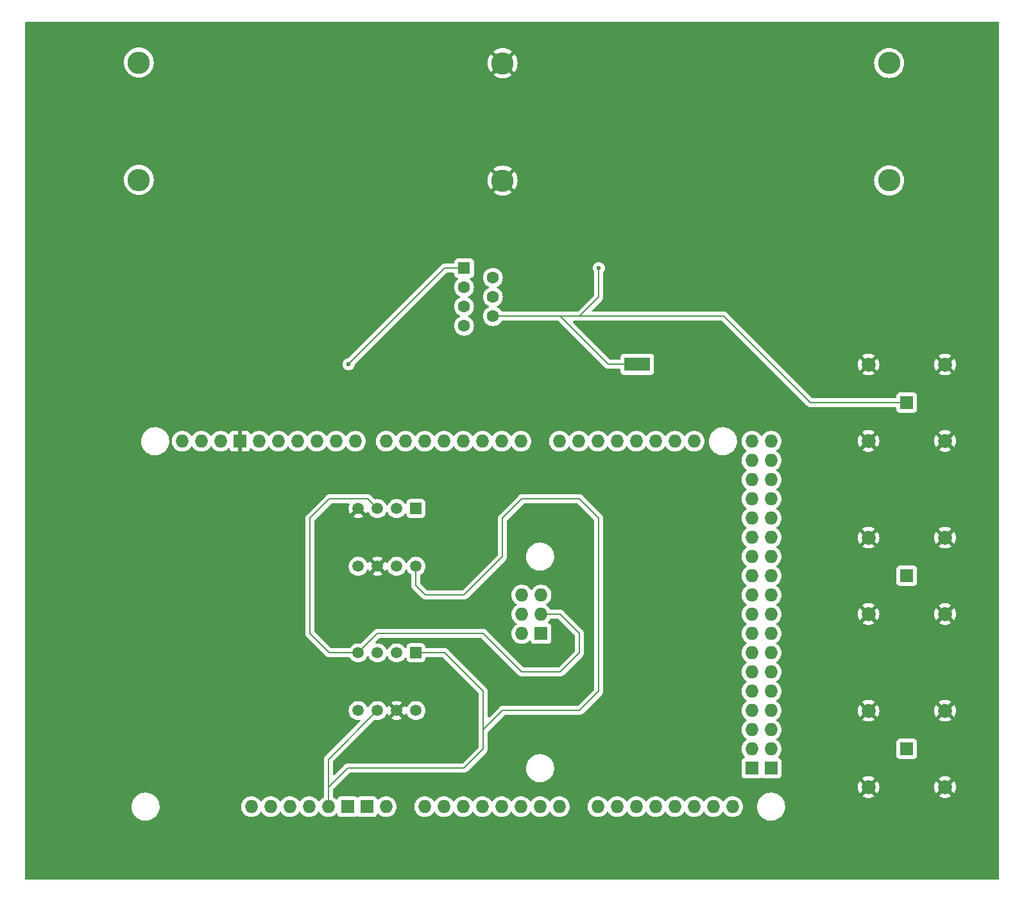
<source format=gbr>
%TF.GenerationSoftware,KiCad,Pcbnew,7.0.9*%
%TF.CreationDate,2024-01-29T19:21:26-08:00*%
%TF.ProjectId,V2_rampGen,56325f72-616d-4704-9765-6e2e6b696361,rev?*%
%TF.SameCoordinates,Original*%
%TF.FileFunction,Copper,L1,Top*%
%TF.FilePolarity,Positive*%
%FSLAX46Y46*%
G04 Gerber Fmt 4.6, Leading zero omitted, Abs format (unit mm)*
G04 Created by KiCad (PCBNEW 7.0.9) date 2024-01-29 19:21:26*
%MOMM*%
%LPD*%
G01*
G04 APERTURE LIST*
%TA.AperFunction,ComponentPad*%
%ADD10C,2.950000*%
%TD*%
%TA.AperFunction,ComponentPad*%
%ADD11R,1.700000X1.700000*%
%TD*%
%TA.AperFunction,ComponentPad*%
%ADD12C,1.850000*%
%TD*%
%TA.AperFunction,ComponentPad*%
%ADD13R,1.600000X1.600000*%
%TD*%
%TA.AperFunction,ComponentPad*%
%ADD14C,1.600000*%
%TD*%
%TA.AperFunction,SMDPad,CuDef*%
%ADD15R,3.430000X1.780000*%
%TD*%
%TA.AperFunction,ComponentPad*%
%ADD16O,1.727200X1.727200*%
%TD*%
%TA.AperFunction,ComponentPad*%
%ADD17R,1.727200X1.727200*%
%TD*%
%TA.AperFunction,ComponentPad*%
%ADD18R,1.500000X1.500000*%
%TD*%
%TA.AperFunction,ComponentPad*%
%ADD19C,1.500000*%
%TD*%
%TA.AperFunction,ComponentPad*%
%ADD20R,1.498600X1.498600*%
%TD*%
%TA.AperFunction,ComponentPad*%
%ADD21C,1.498600*%
%TD*%
%TA.AperFunction,ViaPad*%
%ADD22C,0.600000*%
%TD*%
%TA.AperFunction,Conductor*%
%ADD23C,0.200000*%
%TD*%
G04 APERTURE END LIST*
D10*
%TO.P,J8,1,1*%
%TO.N,GND*%
X114300000Y-44063333D03*
X114300000Y-59563333D03*
%TD*%
%TO.P,J9,1,1*%
%TO.N,-10V*%
X66297223Y-43970904D03*
X66297223Y-59470904D03*
%TD*%
D11*
%TO.P,J7,1,1*%
%TO.N,/DAC_Pass*%
X167640000Y-134620000D03*
D12*
%TO.P,J7,2,MNT_1*%
%TO.N,GND*%
X162590020Y-129570020D03*
%TO.P,J7,3,MNT_2*%
X172689980Y-129570020D03*
%TO.P,J7,4,MNT_3*%
X162590020Y-139670030D03*
%TO.P,J7,5,MNT_4*%
X172689980Y-139670030D03*
%TD*%
D11*
%TO.P,J6,1,1*%
%TO.N,/Dig_Pot_Pass*%
X167640000Y-111760000D03*
D12*
%TO.P,J6,2,MNT_1*%
%TO.N,GND*%
X162590020Y-106710020D03*
%TO.P,J6,3,MNT_2*%
X172689980Y-106710020D03*
%TO.P,J6,4,MNT_3*%
X162590020Y-116810030D03*
%TO.P,J6,5,MNT_4*%
X172689980Y-116810030D03*
%TD*%
D10*
%TO.P,J5,1,1*%
%TO.N,70V*%
X165317927Y-44035314D03*
X165317927Y-59535314D03*
%TD*%
D13*
%TO.P,U1,1,VIN+*%
%TO.N,/Dig_Pot_Pass*%
X109220000Y-71120000D03*
D14*
%TO.P,U1,2,VIN-*%
%TO.N,Net-(U1-VIN-)*%
X113030000Y-72390000D03*
%TO.P,U1,3,NC*%
%TO.N,unconnected-(U1-NC-Pad3)*%
X109220000Y-73660000D03*
%TO.P,U1,4,V-*%
%TO.N,70V*%
X113030000Y-74930000D03*
%TO.P,U1,5,V+*%
%TO.N,-10V*%
X109220000Y-76200000D03*
%TO.P,U1,6,VO*%
%TO.N,Net-(U1-VO)*%
X113030000Y-77470000D03*
%TO.P,U1,7,FLAG*%
%TO.N,unconnected-(U1-FLAG-Pad7)*%
X109220000Y-78740000D03*
%TD*%
D15*
%TO.P,J2,1,1*%
%TO.N,Net-(U1-VO)*%
X132080000Y-83820000D03*
%TD*%
D16*
%TO.P,A1,*%
%TO.N,*%
X81153000Y-142240000D03*
%TO.P,A1,3V3,3.3V*%
%TO.N,unconnected-(A1-3.3V-Pad3V3)*%
X88773000Y-142240000D03*
%TO.P,A1,5V1,5V*%
%TO.N,/Arduino +5V*%
X91313000Y-142240000D03*
%TO.P,A1,5V2,SPI_5V*%
%TO.N,unconnected-(A1-SPI_5V-Pad5V2)*%
X119380000Y-114300000D03*
%TO.P,A1,5V3,5V*%
%TO.N,unconnected-(A1-5V-Pad5V3)*%
X147193000Y-93980000D03*
%TO.P,A1,5V4,5V*%
%TO.N,unconnected-(A1-5V-Pad5V4)*%
X149733000Y-93980000D03*
%TO.P,A1,A0,A0*%
%TO.N,unconnected-(A1-PadA0)*%
X104013000Y-142240000D03*
%TO.P,A1,A1,A1*%
%TO.N,unconnected-(A1-PadA1)*%
X106553000Y-142240000D03*
%TO.P,A1,A2,A2*%
%TO.N,unconnected-(A1-PadA2)*%
X109093000Y-142240000D03*
%TO.P,A1,A3,A3*%
%TO.N,unconnected-(A1-PadA3)*%
X111633000Y-142240000D03*
%TO.P,A1,A4,A4*%
%TO.N,unconnected-(A1-PadA4)*%
X114173000Y-142240000D03*
%TO.P,A1,A5,A5*%
%TO.N,unconnected-(A1-PadA5)*%
X116713000Y-142240000D03*
%TO.P,A1,A6,A6*%
%TO.N,unconnected-(A1-PadA6)*%
X119253000Y-142240000D03*
%TO.P,A1,A7,A7*%
%TO.N,unconnected-(A1-PadA7)*%
X121793000Y-142240000D03*
%TO.P,A1,A8,A8*%
%TO.N,unconnected-(A1-PadA8)*%
X126873000Y-142240000D03*
%TO.P,A1,A9,A9*%
%TO.N,unconnected-(A1-PadA9)*%
X129413000Y-142240000D03*
%TO.P,A1,A10,A10*%
%TO.N,unconnected-(A1-PadA10)*%
X131953000Y-142240000D03*
%TO.P,A1,A11,A11*%
%TO.N,unconnected-(A1-PadA11)*%
X134493000Y-142240000D03*
%TO.P,A1,AREF,AREF*%
%TO.N,unconnected-(A1-PadAREF)*%
X77089000Y-93980000D03*
%TO.P,A1,CANR,CANRX*%
%TO.N,unconnected-(A1-CANRX-PadCANR)*%
X142113000Y-142240000D03*
%TO.P,A1,CANT,CANTX*%
%TO.N,unconnected-(A1-CANTX-PadCANT)*%
X144653000Y-142240000D03*
%TO.P,A1,D0,D0/RX0*%
%TO.N,unconnected-(A1-D0{slash}RX0-PadD0)*%
X116713000Y-93980000D03*
%TO.P,A1,D1,D1/TX0*%
%TO.N,unconnected-(A1-D1{slash}TX0-PadD1)*%
X114173000Y-93980000D03*
%TO.P,A1,D2,D2*%
%TO.N,unconnected-(A1-PadD2)*%
X111633000Y-93980000D03*
%TO.P,A1,D3,D3*%
%TO.N,unconnected-(A1-PadD3)*%
X109093000Y-93980000D03*
%TO.P,A1,D4,D4_CS1*%
%TO.N,unconnected-(A1-D4_CS1-PadD4)*%
X106553000Y-93980000D03*
%TO.P,A1,D5,D5*%
%TO.N,unconnected-(A1-PadD5)*%
X104013000Y-93980000D03*
%TO.P,A1,D6,D6*%
%TO.N,unconnected-(A1-PadD6)*%
X101473000Y-93980000D03*
%TO.P,A1,D7,D7*%
%TO.N,/POT CS*%
X98933000Y-93980000D03*
%TO.P,A1,D8,D8*%
%TO.N,/DAC CS*%
X94869000Y-93980000D03*
%TO.P,A1,D9,D9*%
%TO.N,unconnected-(A1-PadD9)*%
X92329000Y-93980000D03*
%TO.P,A1,D10,D10_CS0*%
%TO.N,unconnected-(A1-D10_CS0-PadD10)*%
X89789000Y-93980000D03*
%TO.P,A1,D11,D11*%
%TO.N,unconnected-(A1-PadD11)*%
X87249000Y-93980000D03*
%TO.P,A1,D12,D12*%
%TO.N,unconnected-(A1-PadD12)*%
X84709000Y-93980000D03*
%TO.P,A1,D13,D13*%
%TO.N,unconnected-(A1-PadD13)*%
X82169000Y-93980000D03*
%TO.P,A1,D14,D14/TX3*%
%TO.N,unconnected-(A1-D14{slash}TX3-PadD14)*%
X121793000Y-93980000D03*
%TO.P,A1,D15,D15/RX3*%
%TO.N,unconnected-(A1-D15{slash}RX3-PadD15)*%
X124333000Y-93980000D03*
%TO.P,A1,D16,D16/TX2*%
%TO.N,unconnected-(A1-D16{slash}TX2-PadD16)*%
X126873000Y-93980000D03*
%TO.P,A1,D17,D17/RX2*%
%TO.N,unconnected-(A1-D17{slash}RX2-PadD17)*%
X129413000Y-93980000D03*
%TO.P,A1,D18,D18/TX1*%
%TO.N,unconnected-(A1-D18{slash}TX1-PadD18)*%
X131953000Y-93980000D03*
%TO.P,A1,D19,D19/RX1*%
%TO.N,unconnected-(A1-D19{slash}RX1-PadD19)*%
X134493000Y-93980000D03*
%TO.P,A1,D20,D20/SDA*%
%TO.N,unconnected-(A1-D20{slash}SDA-PadD20)*%
X137033000Y-93980000D03*
%TO.P,A1,D21,D21/SCL*%
%TO.N,unconnected-(A1-D21{slash}SCL-PadD21)*%
X139573000Y-93980000D03*
%TO.P,A1,D22,D22*%
%TO.N,unconnected-(A1-PadD22)*%
X147193000Y-96520000D03*
%TO.P,A1,D23,D23*%
%TO.N,unconnected-(A1-PadD23)*%
X149733000Y-96520000D03*
%TO.P,A1,D24,D24*%
%TO.N,unconnected-(A1-PadD24)*%
X147193000Y-99060000D03*
%TO.P,A1,D25,D25*%
%TO.N,unconnected-(A1-PadD25)*%
X149733000Y-99060000D03*
%TO.P,A1,D26,D26*%
%TO.N,unconnected-(A1-PadD26)*%
X147193000Y-101600000D03*
%TO.P,A1,D27,D27*%
%TO.N,unconnected-(A1-PadD27)*%
X149733000Y-101600000D03*
%TO.P,A1,D28,D28*%
%TO.N,unconnected-(A1-PadD28)*%
X147193000Y-104140000D03*
%TO.P,A1,D29,D29*%
%TO.N,unconnected-(A1-PadD29)*%
X149733000Y-104140000D03*
%TO.P,A1,D30,D30*%
%TO.N,unconnected-(A1-PadD30)*%
X147193000Y-106680000D03*
%TO.P,A1,D31,D31*%
%TO.N,unconnected-(A1-PadD31)*%
X149733000Y-106680000D03*
%TO.P,A1,D32,D32*%
%TO.N,unconnected-(A1-PadD32)*%
X147193000Y-109220000D03*
%TO.P,A1,D33,D33*%
%TO.N,unconnected-(A1-PadD33)*%
X149733000Y-109220000D03*
%TO.P,A1,D34,D34*%
%TO.N,unconnected-(A1-PadD34)*%
X147193000Y-111760000D03*
%TO.P,A1,D35,D35*%
%TO.N,unconnected-(A1-PadD35)*%
X149733000Y-111760000D03*
%TO.P,A1,D36,D36*%
%TO.N,unconnected-(A1-PadD36)*%
X147193000Y-114300000D03*
%TO.P,A1,D37,D37*%
%TO.N,unconnected-(A1-PadD37)*%
X149733000Y-114300000D03*
%TO.P,A1,D38,D38*%
%TO.N,unconnected-(A1-PadD38)*%
X147193000Y-116840000D03*
%TO.P,A1,D39,D39*%
%TO.N,unconnected-(A1-PadD39)*%
X149733000Y-116840000D03*
%TO.P,A1,D40,D40*%
%TO.N,unconnected-(A1-PadD40)*%
X147193000Y-119380000D03*
%TO.P,A1,D41,D41*%
%TO.N,unconnected-(A1-PadD41)*%
X149733000Y-119380000D03*
%TO.P,A1,D42,D42*%
%TO.N,unconnected-(A1-PadD42)*%
X147193000Y-121920000D03*
%TO.P,A1,D43,D43*%
%TO.N,unconnected-(A1-PadD43)*%
X149733000Y-121920000D03*
%TO.P,A1,D44,D44*%
%TO.N,unconnected-(A1-PadD44)*%
X147193000Y-124460000D03*
%TO.P,A1,D45,D45*%
%TO.N,unconnected-(A1-PadD45)*%
X149733000Y-124460000D03*
%TO.P,A1,D46,D46*%
%TO.N,unconnected-(A1-PadD46)*%
X147193000Y-127000000D03*
%TO.P,A1,D47,D47*%
%TO.N,unconnected-(A1-PadD47)*%
X149733000Y-127000000D03*
%TO.P,A1,D48,D48*%
%TO.N,unconnected-(A1-PadD48)*%
X147193000Y-129540000D03*
%TO.P,A1,D49,D49*%
%TO.N,unconnected-(A1-PadD49)*%
X149733000Y-129540000D03*
%TO.P,A1,D50,D50*%
%TO.N,unconnected-(A1-PadD50)*%
X147193000Y-132080000D03*
%TO.P,A1,D51,D51*%
%TO.N,unconnected-(A1-PadD51)*%
X149733000Y-132080000D03*
%TO.P,A1,D52,D52_CS2*%
%TO.N,unconnected-(A1-D52_CS2-PadD52)*%
X147193000Y-134620000D03*
%TO.P,A1,D53,D53*%
%TO.N,unconnected-(A1-PadD53)*%
X149733000Y-134620000D03*
%TO.P,A1,DAC0,DAC0*%
%TO.N,unconnected-(A1-PadDAC0)*%
X137033000Y-142240000D03*
%TO.P,A1,DAC1,DAC1*%
%TO.N,unconnected-(A1-PadDAC1)*%
X139573000Y-142240000D03*
D17*
%TO.P,A1,GND1,GND*%
%TO.N,GND*%
X79629000Y-93980000D03*
%TO.P,A1,GND2,GND*%
%TO.N,unconnected-(A1-GND-PadGND2)*%
X93853000Y-142240000D03*
%TO.P,A1,GND3,GND*%
%TO.N,unconnected-(A1-GND-PadGND3)*%
X96393000Y-142240000D03*
%TO.P,A1,GND4,SPI_GND*%
%TO.N,unconnected-(A1-SPI_GND-PadGND4)*%
X119380000Y-119380000D03*
%TO.P,A1,GND5,GND*%
%TO.N,unconnected-(A1-GND-PadGND5)*%
X147193000Y-137160000D03*
%TO.P,A1,GND6,GND*%
%TO.N,unconnected-(A1-GND-PadGND6)*%
X149733000Y-137160000D03*
D16*
%TO.P,A1,IORF,IOREF*%
%TO.N,unconnected-(A1-IOREF-PadIORF)*%
X83693000Y-142240000D03*
%TO.P,A1,MISO,SPI_MISO*%
%TO.N,unconnected-(A1-SPI_MISO-PadMISO)*%
X116840000Y-114300000D03*
%TO.P,A1,MOSI,SPI_MOSI*%
%TO.N,/SPI COPI*%
X119380000Y-116840000D03*
%TO.P,A1,RST1,RESET*%
%TO.N,unconnected-(A1-RESET-PadRST1)*%
X86233000Y-142240000D03*
%TO.P,A1,RST2,SPI_RESET*%
%TO.N,unconnected-(A1-SPI_RESET-PadRST2)*%
X116840000Y-119380000D03*
%TO.P,A1,SCK,SPI_SCK*%
%TO.N,/SPI CLK*%
X116840000Y-116840000D03*
%TO.P,A1,SCL1,SCL1*%
%TO.N,unconnected-(A1-PadSCL1)*%
X72009000Y-93980000D03*
%TO.P,A1,SDA1,SDA1*%
%TO.N,unconnected-(A1-PadSDA1)*%
X74549000Y-93980000D03*
%TO.P,A1,VIN,VIN*%
%TO.N,unconnected-(A1-PadVIN)*%
X98933000Y-142240000D03*
%TD*%
D11*
%TO.P,J4,1,1*%
%TO.N,Net-(U1-VO)*%
X167640000Y-88899990D03*
D12*
%TO.P,J4,2,MNT_1*%
%TO.N,GND*%
X162590020Y-83850010D03*
%TO.P,J4,3,MNT_2*%
X172689980Y-83850010D03*
%TO.P,J4,4,MNT_3*%
X162590020Y-93950020D03*
%TO.P,J4,5,MNT_4*%
X172689980Y-93950020D03*
%TD*%
D18*
%TO.P,U2,1,VDD*%
%TO.N,/Arduino +5V*%
X102870000Y-121920000D03*
D19*
%TO.P,U2,2,~{CS}*%
%TO.N,/DAC CS*%
X100330000Y-121920000D03*
%TO.P,U2,3,SCK*%
%TO.N,/SPI CLK*%
X97790000Y-121920000D03*
%TO.P,U2,4,SDI*%
%TO.N,/SPI COPI*%
X95250000Y-121920000D03*
%TO.P,U2,5,~{LDAC}*%
%TO.N,unconnected-(U2-~{LDAC}-Pad5)*%
X95250000Y-129540000D03*
%TO.P,U2,6,VREF*%
%TO.N,/Arduino +5V*%
X97790000Y-129540000D03*
%TO.P,U2,7,VSS*%
%TO.N,GND*%
X100330000Y-129540000D03*
%TO.P,U2,8,VOUT*%
%TO.N,/DAC_Pass*%
X102870000Y-129540000D03*
%TD*%
D20*
%TO.P,U3,1,~CS*%
%TO.N,/POT CS*%
X102870000Y-102870000D03*
D21*
%TO.P,U3,2,SCK*%
%TO.N,/SPI CLK*%
X100330000Y-102870000D03*
%TO.P,U3,3,SDI/SDO*%
%TO.N,/SPI COPI*%
X97790000Y-102870000D03*
%TO.P,U3,4,VSS*%
%TO.N,GND*%
X95250000Y-102870000D03*
%TO.P,U3,5,P0A*%
%TO.N,/DAC_Pass*%
X95250000Y-110490000D03*
%TO.P,U3,6,P0W*%
%TO.N,GND*%
X97790000Y-110490000D03*
%TO.P,U3,7,P0B*%
%TO.N,/Dig_Pot_Pass*%
X100330000Y-110490000D03*
%TO.P,U3,8,VDD*%
%TO.N,/Arduino +5V*%
X102870000Y-110490000D03*
%TD*%
D22*
%TO.N,/Dig_Pot_Pass*%
X93980000Y-83820000D03*
%TO.N,Net-(U1-VO)*%
X127000000Y-71120000D03*
%TD*%
D23*
%TO.N,/Arduino +5V*%
X91313000Y-139700000D02*
X93853000Y-137160000D01*
X127000000Y-127000000D02*
X124460000Y-129540000D01*
X116840000Y-101600000D02*
X124460000Y-101600000D01*
X114300000Y-104140000D02*
X116840000Y-101600000D01*
X109220000Y-137160000D02*
X111760000Y-134620000D01*
X91313000Y-136017000D02*
X97790000Y-129540000D01*
X114300000Y-109220000D02*
X114300000Y-104140000D01*
X102870000Y-113030000D02*
X104140000Y-114300000D01*
X114300000Y-129540000D02*
X111760000Y-132080000D01*
X111760000Y-134620000D02*
X111760000Y-127000000D01*
X124460000Y-129540000D02*
X114300000Y-129540000D01*
X127000000Y-104140000D02*
X127000000Y-127000000D01*
X124460000Y-101600000D02*
X127000000Y-104140000D01*
X111760000Y-127000000D02*
X106680000Y-121920000D01*
X102870000Y-110490000D02*
X102870000Y-113030000D01*
X91313000Y-142240000D02*
X91313000Y-136017000D01*
X106680000Y-121920000D02*
X102870000Y-121920000D01*
X109220000Y-114300000D02*
X114300000Y-109220000D01*
X104140000Y-114300000D02*
X109220000Y-114300000D01*
X91313000Y-136017000D02*
X91313000Y-139700000D01*
X93853000Y-137160000D02*
X109220000Y-137160000D01*
%TO.N,/SPI COPI*%
X96520000Y-101600000D02*
X97790000Y-102870000D01*
X95250000Y-121920000D02*
X91440000Y-121920000D01*
X88900000Y-104140000D02*
X91440000Y-101600000D01*
X91440000Y-101600000D02*
X96520000Y-101600000D01*
X124460000Y-119380000D02*
X124460000Y-121920000D01*
X116840000Y-124460000D02*
X121920000Y-124460000D01*
X121920000Y-116840000D02*
X119507000Y-116840000D01*
X121920000Y-116840000D02*
X124460000Y-119380000D01*
X124460000Y-121920000D02*
X121920000Y-124460000D01*
X95250000Y-121920000D02*
X97790000Y-119380000D01*
X91440000Y-121920000D02*
X88900000Y-119380000D01*
X111760000Y-119380000D02*
X116840000Y-124460000D01*
X88900000Y-119380000D02*
X88900000Y-104140000D01*
X97790000Y-119380000D02*
X111760000Y-119380000D01*
%TO.N,/Dig_Pot_Pass*%
X93980000Y-83820000D02*
X106680000Y-71120000D01*
X106680000Y-71120000D02*
X109220000Y-71120000D01*
%TO.N,Net-(U1-VO)*%
X121920000Y-77470000D02*
X124460000Y-77470000D01*
X121920000Y-77470000D02*
X128270000Y-83820000D01*
X154940000Y-88900000D02*
X154940010Y-88899990D01*
X128270000Y-83820000D02*
X132080000Y-83820000D01*
X124460000Y-77470000D02*
X143510000Y-77470000D01*
X127000000Y-71120000D02*
X127000000Y-74930000D01*
X127000000Y-74930000D02*
X124460000Y-77470000D01*
X154940010Y-88899990D02*
X167640000Y-88899990D01*
X143510000Y-77470000D02*
X154940000Y-88900000D01*
X113030000Y-77470000D02*
X121920000Y-77470000D01*
%TD*%
%TA.AperFunction,Conductor*%
%TO.N,GND*%
G36*
X179782539Y-38620185D02*
G01*
X179828294Y-38672989D01*
X179839500Y-38724500D01*
X179839500Y-151775500D01*
X179819815Y-151842539D01*
X179767011Y-151888294D01*
X179715500Y-151899500D01*
X51424500Y-151899500D01*
X51357461Y-151879815D01*
X51311706Y-151827011D01*
X51300500Y-151775500D01*
X51300500Y-142307763D01*
X65328787Y-142307763D01*
X65358413Y-142577013D01*
X65358415Y-142577024D01*
X65401166Y-142740548D01*
X65426928Y-142839088D01*
X65532870Y-143088390D01*
X65629691Y-143247036D01*
X65673979Y-143319605D01*
X65673986Y-143319615D01*
X65847253Y-143527819D01*
X65847259Y-143527824D01*
X65932389Y-143604100D01*
X66048998Y-143708582D01*
X66274910Y-143858044D01*
X66520176Y-143973020D01*
X66520183Y-143973022D01*
X66520185Y-143973023D01*
X66779557Y-144051057D01*
X66779564Y-144051058D01*
X66779569Y-144051060D01*
X67047561Y-144090500D01*
X67047566Y-144090500D01*
X67250636Y-144090500D01*
X67302133Y-144086730D01*
X67453156Y-144075677D01*
X67565758Y-144050593D01*
X67717546Y-144016782D01*
X67717548Y-144016781D01*
X67717553Y-144016780D01*
X67970558Y-143920014D01*
X68206777Y-143787441D01*
X68421177Y-143621888D01*
X68609186Y-143426881D01*
X68766799Y-143206579D01*
X68840787Y-143062669D01*
X68890649Y-142965690D01*
X68890651Y-142965684D01*
X68890656Y-142965675D01*
X68978118Y-142709305D01*
X69027319Y-142442933D01*
X69034735Y-142240006D01*
X79784225Y-142240006D01*
X79802892Y-142465289D01*
X79858388Y-142684439D01*
X79949198Y-142891466D01*
X80072842Y-143080716D01*
X80072850Y-143080727D01*
X80225950Y-143247036D01*
X80225954Y-143247040D01*
X80404351Y-143385893D01*
X80603169Y-143493488D01*
X80603172Y-143493489D01*
X80816982Y-143566890D01*
X80816984Y-143566890D01*
X80816986Y-143566891D01*
X81039967Y-143604100D01*
X81039968Y-143604100D01*
X81266032Y-143604100D01*
X81266033Y-143604100D01*
X81489014Y-143566891D01*
X81702831Y-143493488D01*
X81901649Y-143385893D01*
X82080046Y-143247040D01*
X82179832Y-143138643D01*
X82233149Y-143080727D01*
X82233149Y-143080726D01*
X82233156Y-143080719D01*
X82319193Y-142949028D01*
X82372338Y-142903675D01*
X82441569Y-142894251D01*
X82504905Y-142923753D01*
X82526804Y-142949025D01*
X82612844Y-143080719D01*
X82612849Y-143080724D01*
X82612850Y-143080727D01*
X82765950Y-143247036D01*
X82765954Y-143247040D01*
X82944351Y-143385893D01*
X83143169Y-143493488D01*
X83143172Y-143493489D01*
X83356982Y-143566890D01*
X83356984Y-143566890D01*
X83356986Y-143566891D01*
X83579967Y-143604100D01*
X83579968Y-143604100D01*
X83806032Y-143604100D01*
X83806033Y-143604100D01*
X84029014Y-143566891D01*
X84242831Y-143493488D01*
X84441649Y-143385893D01*
X84620046Y-143247040D01*
X84719832Y-143138643D01*
X84773149Y-143080727D01*
X84773149Y-143080726D01*
X84773156Y-143080719D01*
X84859193Y-142949028D01*
X84912338Y-142903675D01*
X84981569Y-142894251D01*
X85044905Y-142923753D01*
X85066804Y-142949025D01*
X85152844Y-143080719D01*
X85152849Y-143080724D01*
X85152850Y-143080727D01*
X85305950Y-143247036D01*
X85305954Y-143247040D01*
X85484351Y-143385893D01*
X85683169Y-143493488D01*
X85683172Y-143493489D01*
X85896982Y-143566890D01*
X85896984Y-143566890D01*
X85896986Y-143566891D01*
X86119967Y-143604100D01*
X86119968Y-143604100D01*
X86346032Y-143604100D01*
X86346033Y-143604100D01*
X86569014Y-143566891D01*
X86782831Y-143493488D01*
X86981649Y-143385893D01*
X87160046Y-143247040D01*
X87259832Y-143138643D01*
X87313149Y-143080727D01*
X87313149Y-143080726D01*
X87313156Y-143080719D01*
X87399193Y-142949028D01*
X87452338Y-142903675D01*
X87521569Y-142894251D01*
X87584905Y-142923753D01*
X87606804Y-142949025D01*
X87692844Y-143080719D01*
X87692849Y-143080724D01*
X87692850Y-143080727D01*
X87845950Y-143247036D01*
X87845954Y-143247040D01*
X88024351Y-143385893D01*
X88223169Y-143493488D01*
X88223172Y-143493489D01*
X88436982Y-143566890D01*
X88436984Y-143566890D01*
X88436986Y-143566891D01*
X88659967Y-143604100D01*
X88659968Y-143604100D01*
X88886032Y-143604100D01*
X88886033Y-143604100D01*
X89109014Y-143566891D01*
X89322831Y-143493488D01*
X89521649Y-143385893D01*
X89700046Y-143247040D01*
X89799832Y-143138643D01*
X89853149Y-143080727D01*
X89853149Y-143080726D01*
X89853156Y-143080719D01*
X89939193Y-142949028D01*
X89992338Y-142903675D01*
X90061569Y-142894251D01*
X90124905Y-142923753D01*
X90146804Y-142949025D01*
X90232844Y-143080719D01*
X90232849Y-143080724D01*
X90232850Y-143080727D01*
X90385950Y-143247036D01*
X90385954Y-143247040D01*
X90564351Y-143385893D01*
X90763169Y-143493488D01*
X90763172Y-143493489D01*
X90976982Y-143566890D01*
X90976984Y-143566890D01*
X90976986Y-143566891D01*
X91199967Y-143604100D01*
X91199968Y-143604100D01*
X91426032Y-143604100D01*
X91426033Y-143604100D01*
X91649014Y-143566891D01*
X91862831Y-143493488D01*
X92061649Y-143385893D01*
X92240046Y-143247040D01*
X92294435Y-143187957D01*
X92354320Y-143151969D01*
X92424158Y-143154069D01*
X92481774Y-143193593D01*
X92501845Y-143228609D01*
X92545602Y-143345928D01*
X92545606Y-143345935D01*
X92631852Y-143461144D01*
X92631855Y-143461147D01*
X92747064Y-143547393D01*
X92747071Y-143547397D01*
X92881917Y-143597691D01*
X92881916Y-143597691D01*
X92888844Y-143598435D01*
X92941527Y-143604100D01*
X94764472Y-143604099D01*
X94824083Y-143597691D01*
X94958931Y-143547396D01*
X95048689Y-143480202D01*
X95114153Y-143455786D01*
X95182426Y-143470637D01*
X95197311Y-143480203D01*
X95287069Y-143547396D01*
X95287071Y-143547397D01*
X95421917Y-143597691D01*
X95421916Y-143597691D01*
X95428844Y-143598435D01*
X95481527Y-143604100D01*
X97304472Y-143604099D01*
X97364083Y-143597691D01*
X97498931Y-143547396D01*
X97614146Y-143461146D01*
X97700396Y-143345931D01*
X97737280Y-143247040D01*
X97744154Y-143228610D01*
X97786025Y-143172676D01*
X97851489Y-143148258D01*
X97919762Y-143163109D01*
X97951564Y-143187957D01*
X98005954Y-143247040D01*
X98184351Y-143385893D01*
X98383169Y-143493488D01*
X98383172Y-143493489D01*
X98596982Y-143566890D01*
X98596984Y-143566890D01*
X98596986Y-143566891D01*
X98819967Y-143604100D01*
X98819968Y-143604100D01*
X99046032Y-143604100D01*
X99046033Y-143604100D01*
X99269014Y-143566891D01*
X99482831Y-143493488D01*
X99681649Y-143385893D01*
X99860046Y-143247040D01*
X99959832Y-143138643D01*
X100013149Y-143080727D01*
X100013151Y-143080724D01*
X100013156Y-143080719D01*
X100136802Y-142891465D01*
X100227611Y-142684441D01*
X100283107Y-142465293D01*
X100301775Y-142240006D01*
X102644225Y-142240006D01*
X102662892Y-142465289D01*
X102718388Y-142684439D01*
X102809198Y-142891466D01*
X102932842Y-143080716D01*
X102932850Y-143080727D01*
X103085950Y-143247036D01*
X103085954Y-143247040D01*
X103264351Y-143385893D01*
X103463169Y-143493488D01*
X103463172Y-143493489D01*
X103676982Y-143566890D01*
X103676984Y-143566890D01*
X103676986Y-143566891D01*
X103899967Y-143604100D01*
X103899968Y-143604100D01*
X104126032Y-143604100D01*
X104126033Y-143604100D01*
X104349014Y-143566891D01*
X104562831Y-143493488D01*
X104761649Y-143385893D01*
X104940046Y-143247040D01*
X105039832Y-143138643D01*
X105093149Y-143080727D01*
X105093149Y-143080726D01*
X105093156Y-143080719D01*
X105179193Y-142949028D01*
X105232338Y-142903675D01*
X105301569Y-142894251D01*
X105364905Y-142923753D01*
X105386804Y-142949025D01*
X105472844Y-143080719D01*
X105472849Y-143080724D01*
X105472850Y-143080727D01*
X105625950Y-143247036D01*
X105625954Y-143247040D01*
X105804351Y-143385893D01*
X106003169Y-143493488D01*
X106003172Y-143493489D01*
X106216982Y-143566890D01*
X106216984Y-143566890D01*
X106216986Y-143566891D01*
X106439967Y-143604100D01*
X106439968Y-143604100D01*
X106666032Y-143604100D01*
X106666033Y-143604100D01*
X106889014Y-143566891D01*
X107102831Y-143493488D01*
X107301649Y-143385893D01*
X107480046Y-143247040D01*
X107579832Y-143138643D01*
X107633149Y-143080727D01*
X107633149Y-143080726D01*
X107633156Y-143080719D01*
X107719193Y-142949028D01*
X107772338Y-142903675D01*
X107841569Y-142894251D01*
X107904905Y-142923753D01*
X107926804Y-142949025D01*
X108012844Y-143080719D01*
X108012849Y-143080724D01*
X108012850Y-143080727D01*
X108165950Y-143247036D01*
X108165954Y-143247040D01*
X108344351Y-143385893D01*
X108543169Y-143493488D01*
X108543172Y-143493489D01*
X108756982Y-143566890D01*
X108756984Y-143566890D01*
X108756986Y-143566891D01*
X108979967Y-143604100D01*
X108979968Y-143604100D01*
X109206032Y-143604100D01*
X109206033Y-143604100D01*
X109429014Y-143566891D01*
X109642831Y-143493488D01*
X109841649Y-143385893D01*
X110020046Y-143247040D01*
X110119832Y-143138643D01*
X110173149Y-143080727D01*
X110173149Y-143080726D01*
X110173156Y-143080719D01*
X110259193Y-142949028D01*
X110312338Y-142903675D01*
X110381569Y-142894251D01*
X110444905Y-142923753D01*
X110466804Y-142949025D01*
X110552844Y-143080719D01*
X110552849Y-143080724D01*
X110552850Y-143080727D01*
X110705950Y-143247036D01*
X110705954Y-143247040D01*
X110884351Y-143385893D01*
X111083169Y-143493488D01*
X111083172Y-143493489D01*
X111296982Y-143566890D01*
X111296984Y-143566890D01*
X111296986Y-143566891D01*
X111519967Y-143604100D01*
X111519968Y-143604100D01*
X111746032Y-143604100D01*
X111746033Y-143604100D01*
X111969014Y-143566891D01*
X112182831Y-143493488D01*
X112381649Y-143385893D01*
X112560046Y-143247040D01*
X112659832Y-143138643D01*
X112713149Y-143080727D01*
X112713149Y-143080726D01*
X112713156Y-143080719D01*
X112799193Y-142949028D01*
X112852338Y-142903675D01*
X112921569Y-142894251D01*
X112984905Y-142923753D01*
X113006804Y-142949025D01*
X113092844Y-143080719D01*
X113092849Y-143080724D01*
X113092850Y-143080727D01*
X113245950Y-143247036D01*
X113245954Y-143247040D01*
X113424351Y-143385893D01*
X113623169Y-143493488D01*
X113623172Y-143493489D01*
X113836982Y-143566890D01*
X113836984Y-143566890D01*
X113836986Y-143566891D01*
X114059967Y-143604100D01*
X114059968Y-143604100D01*
X114286032Y-143604100D01*
X114286033Y-143604100D01*
X114509014Y-143566891D01*
X114722831Y-143493488D01*
X114921649Y-143385893D01*
X115100046Y-143247040D01*
X115199832Y-143138643D01*
X115253149Y-143080727D01*
X115253149Y-143080726D01*
X115253156Y-143080719D01*
X115339193Y-142949028D01*
X115392338Y-142903675D01*
X115461569Y-142894251D01*
X115524905Y-142923753D01*
X115546804Y-142949025D01*
X115632844Y-143080719D01*
X115632849Y-143080724D01*
X115632850Y-143080727D01*
X115785950Y-143247036D01*
X115785954Y-143247040D01*
X115964351Y-143385893D01*
X116163169Y-143493488D01*
X116163172Y-143493489D01*
X116376982Y-143566890D01*
X116376984Y-143566890D01*
X116376986Y-143566891D01*
X116599967Y-143604100D01*
X116599968Y-143604100D01*
X116826032Y-143604100D01*
X116826033Y-143604100D01*
X117049014Y-143566891D01*
X117262831Y-143493488D01*
X117461649Y-143385893D01*
X117640046Y-143247040D01*
X117739832Y-143138643D01*
X117793149Y-143080727D01*
X117793149Y-143080726D01*
X117793156Y-143080719D01*
X117879193Y-142949028D01*
X117932338Y-142903675D01*
X118001569Y-142894251D01*
X118064905Y-142923753D01*
X118086804Y-142949025D01*
X118172844Y-143080719D01*
X118172849Y-143080724D01*
X118172850Y-143080727D01*
X118325950Y-143247036D01*
X118325954Y-143247040D01*
X118504351Y-143385893D01*
X118703169Y-143493488D01*
X118703172Y-143493489D01*
X118916982Y-143566890D01*
X118916984Y-143566890D01*
X118916986Y-143566891D01*
X119139967Y-143604100D01*
X119139968Y-143604100D01*
X119366032Y-143604100D01*
X119366033Y-143604100D01*
X119589014Y-143566891D01*
X119802831Y-143493488D01*
X120001649Y-143385893D01*
X120180046Y-143247040D01*
X120279832Y-143138643D01*
X120333149Y-143080727D01*
X120333149Y-143080726D01*
X120333156Y-143080719D01*
X120419193Y-142949028D01*
X120472338Y-142903675D01*
X120541569Y-142894251D01*
X120604905Y-142923753D01*
X120626804Y-142949025D01*
X120712844Y-143080719D01*
X120712849Y-143080724D01*
X120712850Y-143080727D01*
X120865950Y-143247036D01*
X120865954Y-143247040D01*
X121044351Y-143385893D01*
X121243169Y-143493488D01*
X121243172Y-143493489D01*
X121456982Y-143566890D01*
X121456984Y-143566890D01*
X121456986Y-143566891D01*
X121679967Y-143604100D01*
X121679968Y-143604100D01*
X121906032Y-143604100D01*
X121906033Y-143604100D01*
X122129014Y-143566891D01*
X122342831Y-143493488D01*
X122541649Y-143385893D01*
X122720046Y-143247040D01*
X122819832Y-143138643D01*
X122873149Y-143080727D01*
X122873151Y-143080724D01*
X122873156Y-143080719D01*
X122996802Y-142891465D01*
X123087611Y-142684441D01*
X123143107Y-142465293D01*
X123161775Y-142240006D01*
X125504225Y-142240006D01*
X125522892Y-142465289D01*
X125578388Y-142684439D01*
X125669198Y-142891466D01*
X125792842Y-143080716D01*
X125792850Y-143080727D01*
X125945950Y-143247036D01*
X125945954Y-143247040D01*
X126124351Y-143385893D01*
X126323169Y-143493488D01*
X126323172Y-143493489D01*
X126536982Y-143566890D01*
X126536984Y-143566890D01*
X126536986Y-143566891D01*
X126759967Y-143604100D01*
X126759968Y-143604100D01*
X126986032Y-143604100D01*
X126986033Y-143604100D01*
X127209014Y-143566891D01*
X127422831Y-143493488D01*
X127621649Y-143385893D01*
X127800046Y-143247040D01*
X127899832Y-143138643D01*
X127953149Y-143080727D01*
X127953149Y-143080726D01*
X127953156Y-143080719D01*
X128039193Y-142949028D01*
X128092338Y-142903675D01*
X128161569Y-142894251D01*
X128224905Y-142923753D01*
X128246804Y-142949025D01*
X128332844Y-143080719D01*
X128332849Y-143080724D01*
X128332850Y-143080727D01*
X128485950Y-143247036D01*
X128485954Y-143247040D01*
X128664351Y-143385893D01*
X128863169Y-143493488D01*
X128863172Y-143493489D01*
X129076982Y-143566890D01*
X129076984Y-143566890D01*
X129076986Y-143566891D01*
X129299967Y-143604100D01*
X129299968Y-143604100D01*
X129526032Y-143604100D01*
X129526033Y-143604100D01*
X129749014Y-143566891D01*
X129962831Y-143493488D01*
X130161649Y-143385893D01*
X130340046Y-143247040D01*
X130439832Y-143138643D01*
X130493149Y-143080727D01*
X130493149Y-143080726D01*
X130493156Y-143080719D01*
X130579193Y-142949028D01*
X130632338Y-142903675D01*
X130701569Y-142894251D01*
X130764905Y-142923753D01*
X130786804Y-142949025D01*
X130872844Y-143080719D01*
X130872849Y-143080724D01*
X130872850Y-143080727D01*
X131025950Y-143247036D01*
X131025954Y-143247040D01*
X131204351Y-143385893D01*
X131403169Y-143493488D01*
X131403172Y-143493489D01*
X131616982Y-143566890D01*
X131616984Y-143566890D01*
X131616986Y-143566891D01*
X131839967Y-143604100D01*
X131839968Y-143604100D01*
X132066032Y-143604100D01*
X132066033Y-143604100D01*
X132289014Y-143566891D01*
X132502831Y-143493488D01*
X132701649Y-143385893D01*
X132880046Y-143247040D01*
X132979832Y-143138643D01*
X133033149Y-143080727D01*
X133033149Y-143080726D01*
X133033156Y-143080719D01*
X133119193Y-142949028D01*
X133172338Y-142903675D01*
X133241569Y-142894251D01*
X133304905Y-142923753D01*
X133326804Y-142949025D01*
X133412844Y-143080719D01*
X133412849Y-143080724D01*
X133412850Y-143080727D01*
X133565950Y-143247036D01*
X133565954Y-143247040D01*
X133744351Y-143385893D01*
X133943169Y-143493488D01*
X133943172Y-143493489D01*
X134156982Y-143566890D01*
X134156984Y-143566890D01*
X134156986Y-143566891D01*
X134379967Y-143604100D01*
X134379968Y-143604100D01*
X134606032Y-143604100D01*
X134606033Y-143604100D01*
X134829014Y-143566891D01*
X135042831Y-143493488D01*
X135241649Y-143385893D01*
X135420046Y-143247040D01*
X135519832Y-143138643D01*
X135573149Y-143080727D01*
X135573149Y-143080726D01*
X135573156Y-143080719D01*
X135659193Y-142949028D01*
X135712338Y-142903675D01*
X135781569Y-142894251D01*
X135844905Y-142923753D01*
X135866804Y-142949025D01*
X135952844Y-143080719D01*
X135952849Y-143080724D01*
X135952850Y-143080727D01*
X136105950Y-143247036D01*
X136105954Y-143247040D01*
X136284351Y-143385893D01*
X136483169Y-143493488D01*
X136483172Y-143493489D01*
X136696982Y-143566890D01*
X136696984Y-143566890D01*
X136696986Y-143566891D01*
X136919967Y-143604100D01*
X136919968Y-143604100D01*
X137146032Y-143604100D01*
X137146033Y-143604100D01*
X137369014Y-143566891D01*
X137582831Y-143493488D01*
X137781649Y-143385893D01*
X137960046Y-143247040D01*
X138059832Y-143138643D01*
X138113149Y-143080727D01*
X138113149Y-143080726D01*
X138113156Y-143080719D01*
X138199193Y-142949028D01*
X138252338Y-142903675D01*
X138321569Y-142894251D01*
X138384905Y-142923753D01*
X138406804Y-142949025D01*
X138492844Y-143080719D01*
X138492849Y-143080724D01*
X138492850Y-143080727D01*
X138645950Y-143247036D01*
X138645954Y-143247040D01*
X138824351Y-143385893D01*
X139023169Y-143493488D01*
X139023172Y-143493489D01*
X139236982Y-143566890D01*
X139236984Y-143566890D01*
X139236986Y-143566891D01*
X139459967Y-143604100D01*
X139459968Y-143604100D01*
X139686032Y-143604100D01*
X139686033Y-143604100D01*
X139909014Y-143566891D01*
X140122831Y-143493488D01*
X140321649Y-143385893D01*
X140500046Y-143247040D01*
X140599832Y-143138643D01*
X140653149Y-143080727D01*
X140653149Y-143080726D01*
X140653156Y-143080719D01*
X140739193Y-142949028D01*
X140792338Y-142903675D01*
X140861569Y-142894251D01*
X140924905Y-142923753D01*
X140946804Y-142949025D01*
X141032844Y-143080719D01*
X141032849Y-143080724D01*
X141032850Y-143080727D01*
X141185950Y-143247036D01*
X141185954Y-143247040D01*
X141364351Y-143385893D01*
X141563169Y-143493488D01*
X141563172Y-143493489D01*
X141776982Y-143566890D01*
X141776984Y-143566890D01*
X141776986Y-143566891D01*
X141999967Y-143604100D01*
X141999968Y-143604100D01*
X142226032Y-143604100D01*
X142226033Y-143604100D01*
X142449014Y-143566891D01*
X142662831Y-143493488D01*
X142861649Y-143385893D01*
X143040046Y-143247040D01*
X143139832Y-143138643D01*
X143193149Y-143080727D01*
X143193149Y-143080726D01*
X143193156Y-143080719D01*
X143279193Y-142949028D01*
X143332338Y-142903675D01*
X143401569Y-142894251D01*
X143464905Y-142923753D01*
X143486804Y-142949025D01*
X143572844Y-143080719D01*
X143572849Y-143080724D01*
X143572850Y-143080727D01*
X143725950Y-143247036D01*
X143725954Y-143247040D01*
X143904351Y-143385893D01*
X144103169Y-143493488D01*
X144103172Y-143493489D01*
X144316982Y-143566890D01*
X144316984Y-143566890D01*
X144316986Y-143566891D01*
X144539967Y-143604100D01*
X144539968Y-143604100D01*
X144766032Y-143604100D01*
X144766033Y-143604100D01*
X144989014Y-143566891D01*
X145202831Y-143493488D01*
X145401649Y-143385893D01*
X145580046Y-143247040D01*
X145679832Y-143138643D01*
X145733149Y-143080727D01*
X145733151Y-143080724D01*
X145733156Y-143080719D01*
X145856802Y-142891465D01*
X145947611Y-142684441D01*
X146003107Y-142465293D01*
X146016160Y-142307763D01*
X147878787Y-142307763D01*
X147908413Y-142577013D01*
X147908415Y-142577024D01*
X147951166Y-142740548D01*
X147976928Y-142839088D01*
X148082870Y-143088390D01*
X148179691Y-143247036D01*
X148223979Y-143319605D01*
X148223986Y-143319615D01*
X148397253Y-143527819D01*
X148397259Y-143527824D01*
X148482389Y-143604100D01*
X148598998Y-143708582D01*
X148824910Y-143858044D01*
X149070176Y-143973020D01*
X149070183Y-143973022D01*
X149070185Y-143973023D01*
X149329557Y-144051057D01*
X149329564Y-144051058D01*
X149329569Y-144051060D01*
X149597561Y-144090500D01*
X149597566Y-144090500D01*
X149800636Y-144090500D01*
X149852133Y-144086730D01*
X150003156Y-144075677D01*
X150115758Y-144050593D01*
X150267546Y-144016782D01*
X150267548Y-144016781D01*
X150267553Y-144016780D01*
X150520558Y-143920014D01*
X150756777Y-143787441D01*
X150971177Y-143621888D01*
X151159186Y-143426881D01*
X151316799Y-143206579D01*
X151390787Y-143062669D01*
X151440649Y-142965690D01*
X151440651Y-142965684D01*
X151440656Y-142965675D01*
X151528118Y-142709305D01*
X151577319Y-142442933D01*
X151587212Y-142172235D01*
X151557586Y-141902982D01*
X151489072Y-141640912D01*
X151383130Y-141391610D01*
X151242018Y-141160390D01*
X151220114Y-141134069D01*
X151068746Y-140952180D01*
X151068740Y-140952175D01*
X150867002Y-140771418D01*
X150641092Y-140621957D01*
X150641090Y-140621956D01*
X150395824Y-140506980D01*
X150395819Y-140506978D01*
X150395814Y-140506976D01*
X150136442Y-140428942D01*
X150136428Y-140428939D01*
X150020791Y-140411921D01*
X149868439Y-140389500D01*
X149665369Y-140389500D01*
X149665364Y-140389500D01*
X149462844Y-140404323D01*
X149462831Y-140404325D01*
X149198453Y-140463217D01*
X149198446Y-140463220D01*
X148945439Y-140559987D01*
X148709226Y-140692557D01*
X148494822Y-140858112D01*
X148306822Y-141053109D01*
X148306816Y-141053116D01*
X148149202Y-141273419D01*
X148149199Y-141273424D01*
X148025350Y-141514309D01*
X148025343Y-141514327D01*
X147937884Y-141770685D01*
X147937881Y-141770699D01*
X147888681Y-142037068D01*
X147888680Y-142037075D01*
X147878787Y-142307763D01*
X146016160Y-142307763D01*
X146021775Y-142240000D01*
X146021775Y-142239993D01*
X146003107Y-142014710D01*
X146003107Y-142014707D01*
X145947611Y-141795559D01*
X145856802Y-141588535D01*
X145733156Y-141399281D01*
X145733153Y-141399278D01*
X145733149Y-141399272D01*
X145580049Y-141232963D01*
X145580048Y-141232962D01*
X145580046Y-141232960D01*
X145401649Y-141094107D01*
X145375390Y-141079896D01*
X145202832Y-140986512D01*
X145202827Y-140986510D01*
X144989017Y-140913109D01*
X144804434Y-140882308D01*
X144766033Y-140875900D01*
X144539967Y-140875900D01*
X144501566Y-140882308D01*
X144316982Y-140913109D01*
X144103172Y-140986510D01*
X144103167Y-140986512D01*
X143904352Y-141094106D01*
X143725955Y-141232959D01*
X143725950Y-141232963D01*
X143572850Y-141399272D01*
X143572842Y-141399283D01*
X143486808Y-141530968D01*
X143433662Y-141576325D01*
X143364430Y-141585748D01*
X143301095Y-141556246D01*
X143279192Y-141530968D01*
X143193157Y-141399283D01*
X143193149Y-141399272D01*
X143040049Y-141232963D01*
X143040048Y-141232962D01*
X143040046Y-141232960D01*
X142861649Y-141094107D01*
X142835390Y-141079896D01*
X142662832Y-140986512D01*
X142662827Y-140986510D01*
X142449017Y-140913109D01*
X142264434Y-140882308D01*
X142226033Y-140875900D01*
X141999967Y-140875900D01*
X141961566Y-140882308D01*
X141776982Y-140913109D01*
X141563172Y-140986510D01*
X141563167Y-140986512D01*
X141364352Y-141094106D01*
X141185955Y-141232959D01*
X141185950Y-141232963D01*
X141032850Y-141399272D01*
X141032842Y-141399283D01*
X140946808Y-141530968D01*
X140893662Y-141576325D01*
X140824430Y-141585748D01*
X140761095Y-141556246D01*
X140739192Y-141530968D01*
X140653157Y-141399283D01*
X140653149Y-141399272D01*
X140500049Y-141232963D01*
X140500048Y-141232962D01*
X140500046Y-141232960D01*
X140321649Y-141094107D01*
X140295390Y-141079896D01*
X140122832Y-140986512D01*
X140122827Y-140986510D01*
X139909017Y-140913109D01*
X139724434Y-140882308D01*
X139686033Y-140875900D01*
X139459967Y-140875900D01*
X139421566Y-140882308D01*
X139236982Y-140913109D01*
X139023172Y-140986510D01*
X139023167Y-140986512D01*
X138824352Y-141094106D01*
X138645955Y-141232959D01*
X138645950Y-141232963D01*
X138492850Y-141399272D01*
X138492842Y-141399283D01*
X138406808Y-141530968D01*
X138353662Y-141576325D01*
X138284430Y-141585748D01*
X138221095Y-141556246D01*
X138199192Y-141530968D01*
X138113157Y-141399283D01*
X138113149Y-141399272D01*
X137960049Y-141232963D01*
X137960048Y-141232962D01*
X137960046Y-141232960D01*
X137781649Y-141094107D01*
X137755390Y-141079896D01*
X137582832Y-140986512D01*
X137582827Y-140986510D01*
X137369017Y-140913109D01*
X137184434Y-140882308D01*
X137146033Y-140875900D01*
X136919967Y-140875900D01*
X136881566Y-140882308D01*
X136696982Y-140913109D01*
X136483172Y-140986510D01*
X136483167Y-140986512D01*
X136284352Y-141094106D01*
X136105955Y-141232959D01*
X136105950Y-141232963D01*
X135952850Y-141399272D01*
X135952842Y-141399283D01*
X135866808Y-141530968D01*
X135813662Y-141576325D01*
X135744430Y-141585748D01*
X135681095Y-141556246D01*
X135659192Y-141530968D01*
X135573157Y-141399283D01*
X135573149Y-141399272D01*
X135420049Y-141232963D01*
X135420048Y-141232962D01*
X135420046Y-141232960D01*
X135241649Y-141094107D01*
X135215390Y-141079896D01*
X135042832Y-140986512D01*
X135042827Y-140986510D01*
X134829017Y-140913109D01*
X134644434Y-140882308D01*
X134606033Y-140875900D01*
X134379967Y-140875900D01*
X134341566Y-140882308D01*
X134156982Y-140913109D01*
X133943172Y-140986510D01*
X133943167Y-140986512D01*
X133744352Y-141094106D01*
X133565955Y-141232959D01*
X133565950Y-141232963D01*
X133412850Y-141399272D01*
X133412842Y-141399283D01*
X133326808Y-141530968D01*
X133273662Y-141576325D01*
X133204430Y-141585748D01*
X133141095Y-141556246D01*
X133119192Y-141530968D01*
X133033157Y-141399283D01*
X133033149Y-141399272D01*
X132880049Y-141232963D01*
X132880048Y-141232962D01*
X132880046Y-141232960D01*
X132701649Y-141094107D01*
X132675390Y-141079896D01*
X132502832Y-140986512D01*
X132502827Y-140986510D01*
X132289017Y-140913109D01*
X132104434Y-140882308D01*
X132066033Y-140875900D01*
X131839967Y-140875900D01*
X131801566Y-140882308D01*
X131616982Y-140913109D01*
X131403172Y-140986510D01*
X131403167Y-140986512D01*
X131204352Y-141094106D01*
X131025955Y-141232959D01*
X131025950Y-141232963D01*
X130872850Y-141399272D01*
X130872842Y-141399283D01*
X130786808Y-141530968D01*
X130733662Y-141576325D01*
X130664430Y-141585748D01*
X130601095Y-141556246D01*
X130579192Y-141530968D01*
X130493157Y-141399283D01*
X130493149Y-141399272D01*
X130340049Y-141232963D01*
X130340048Y-141232962D01*
X130340046Y-141232960D01*
X130161649Y-141094107D01*
X130135390Y-141079896D01*
X129962832Y-140986512D01*
X129962827Y-140986510D01*
X129749017Y-140913109D01*
X129564434Y-140882308D01*
X129526033Y-140875900D01*
X129299967Y-140875900D01*
X129261566Y-140882308D01*
X129076982Y-140913109D01*
X128863172Y-140986510D01*
X128863167Y-140986512D01*
X128664352Y-141094106D01*
X128485955Y-141232959D01*
X128485950Y-141232963D01*
X128332850Y-141399272D01*
X128332842Y-141399283D01*
X128246808Y-141530968D01*
X128193662Y-141576325D01*
X128124430Y-141585748D01*
X128061095Y-141556246D01*
X128039192Y-141530968D01*
X127953157Y-141399283D01*
X127953149Y-141399272D01*
X127800049Y-141232963D01*
X127800048Y-141232962D01*
X127800046Y-141232960D01*
X127621649Y-141094107D01*
X127595390Y-141079896D01*
X127422832Y-140986512D01*
X127422827Y-140986510D01*
X127209017Y-140913109D01*
X127024434Y-140882308D01*
X126986033Y-140875900D01*
X126759967Y-140875900D01*
X126721566Y-140882308D01*
X126536982Y-140913109D01*
X126323172Y-140986510D01*
X126323167Y-140986512D01*
X126124352Y-141094106D01*
X125945955Y-141232959D01*
X125945950Y-141232963D01*
X125792850Y-141399272D01*
X125792842Y-141399283D01*
X125669198Y-141588533D01*
X125578388Y-141795560D01*
X125522892Y-142014710D01*
X125504225Y-142239993D01*
X125504225Y-142240006D01*
X123161775Y-142240006D01*
X123161775Y-142240000D01*
X123161775Y-142239993D01*
X123143107Y-142014710D01*
X123143107Y-142014707D01*
X123087611Y-141795559D01*
X122996802Y-141588535D01*
X122873156Y-141399281D01*
X122873153Y-141399278D01*
X122873149Y-141399272D01*
X122720049Y-141232963D01*
X122720048Y-141232962D01*
X122720046Y-141232960D01*
X122541649Y-141094107D01*
X122515390Y-141079896D01*
X122342832Y-140986512D01*
X122342827Y-140986510D01*
X122129017Y-140913109D01*
X121944434Y-140882308D01*
X121906033Y-140875900D01*
X121679967Y-140875900D01*
X121641566Y-140882308D01*
X121456982Y-140913109D01*
X121243172Y-140986510D01*
X121243167Y-140986512D01*
X121044352Y-141094106D01*
X120865955Y-141232959D01*
X120865950Y-141232963D01*
X120712850Y-141399272D01*
X120712842Y-141399283D01*
X120626808Y-141530968D01*
X120573662Y-141576325D01*
X120504430Y-141585748D01*
X120441095Y-141556246D01*
X120419192Y-141530968D01*
X120333157Y-141399283D01*
X120333149Y-141399272D01*
X120180049Y-141232963D01*
X120180048Y-141232962D01*
X120180046Y-141232960D01*
X120001649Y-141094107D01*
X119975390Y-141079896D01*
X119802832Y-140986512D01*
X119802827Y-140986510D01*
X119589017Y-140913109D01*
X119404434Y-140882308D01*
X119366033Y-140875900D01*
X119139967Y-140875900D01*
X119101566Y-140882308D01*
X118916982Y-140913109D01*
X118703172Y-140986510D01*
X118703167Y-140986512D01*
X118504352Y-141094106D01*
X118325955Y-141232959D01*
X118325950Y-141232963D01*
X118172850Y-141399272D01*
X118172842Y-141399283D01*
X118086808Y-141530968D01*
X118033662Y-141576325D01*
X117964430Y-141585748D01*
X117901095Y-141556246D01*
X117879192Y-141530968D01*
X117793157Y-141399283D01*
X117793149Y-141399272D01*
X117640049Y-141232963D01*
X117640048Y-141232962D01*
X117640046Y-141232960D01*
X117461649Y-141094107D01*
X117435390Y-141079896D01*
X117262832Y-140986512D01*
X117262827Y-140986510D01*
X117049017Y-140913109D01*
X116864434Y-140882308D01*
X116826033Y-140875900D01*
X116599967Y-140875900D01*
X116561566Y-140882308D01*
X116376982Y-140913109D01*
X116163172Y-140986510D01*
X116163167Y-140986512D01*
X115964352Y-141094106D01*
X115785955Y-141232959D01*
X115785950Y-141232963D01*
X115632850Y-141399272D01*
X115632842Y-141399283D01*
X115546808Y-141530968D01*
X115493662Y-141576325D01*
X115424430Y-141585748D01*
X115361095Y-141556246D01*
X115339192Y-141530968D01*
X115253157Y-141399283D01*
X115253149Y-141399272D01*
X115100049Y-141232963D01*
X115100048Y-141232962D01*
X115100046Y-141232960D01*
X114921649Y-141094107D01*
X114895390Y-141079896D01*
X114722832Y-140986512D01*
X114722827Y-140986510D01*
X114509017Y-140913109D01*
X114324434Y-140882308D01*
X114286033Y-140875900D01*
X114059967Y-140875900D01*
X114021566Y-140882308D01*
X113836982Y-140913109D01*
X113623172Y-140986510D01*
X113623167Y-140986512D01*
X113424352Y-141094106D01*
X113245955Y-141232959D01*
X113245950Y-141232963D01*
X113092850Y-141399272D01*
X113092842Y-141399283D01*
X113006808Y-141530968D01*
X112953662Y-141576325D01*
X112884430Y-141585748D01*
X112821095Y-141556246D01*
X112799192Y-141530968D01*
X112713157Y-141399283D01*
X112713149Y-141399272D01*
X112560049Y-141232963D01*
X112560048Y-141232962D01*
X112560046Y-141232960D01*
X112381649Y-141094107D01*
X112355390Y-141079896D01*
X112182832Y-140986512D01*
X112182827Y-140986510D01*
X111969017Y-140913109D01*
X111784434Y-140882308D01*
X111746033Y-140875900D01*
X111519967Y-140875900D01*
X111481566Y-140882308D01*
X111296982Y-140913109D01*
X111083172Y-140986510D01*
X111083167Y-140986512D01*
X110884352Y-141094106D01*
X110705955Y-141232959D01*
X110705950Y-141232963D01*
X110552850Y-141399272D01*
X110552842Y-141399283D01*
X110466808Y-141530968D01*
X110413662Y-141576325D01*
X110344430Y-141585748D01*
X110281095Y-141556246D01*
X110259192Y-141530968D01*
X110173157Y-141399283D01*
X110173149Y-141399272D01*
X110020049Y-141232963D01*
X110020048Y-141232962D01*
X110020046Y-141232960D01*
X109841649Y-141094107D01*
X109815390Y-141079896D01*
X109642832Y-140986512D01*
X109642827Y-140986510D01*
X109429017Y-140913109D01*
X109244434Y-140882308D01*
X109206033Y-140875900D01*
X108979967Y-140875900D01*
X108941566Y-140882308D01*
X108756982Y-140913109D01*
X108543172Y-140986510D01*
X108543167Y-140986512D01*
X108344352Y-141094106D01*
X108165955Y-141232959D01*
X108165950Y-141232963D01*
X108012850Y-141399272D01*
X108012842Y-141399283D01*
X107926808Y-141530968D01*
X107873662Y-141576325D01*
X107804430Y-141585748D01*
X107741095Y-141556246D01*
X107719192Y-141530968D01*
X107633157Y-141399283D01*
X107633149Y-141399272D01*
X107480049Y-141232963D01*
X107480048Y-141232962D01*
X107480046Y-141232960D01*
X107301649Y-141094107D01*
X107275390Y-141079896D01*
X107102832Y-140986512D01*
X107102827Y-140986510D01*
X106889017Y-140913109D01*
X106704434Y-140882308D01*
X106666033Y-140875900D01*
X106439967Y-140875900D01*
X106401566Y-140882308D01*
X106216982Y-140913109D01*
X106003172Y-140986510D01*
X106003167Y-140986512D01*
X105804352Y-141094106D01*
X105625955Y-141232959D01*
X105625950Y-141232963D01*
X105472850Y-141399272D01*
X105472842Y-141399283D01*
X105386808Y-141530968D01*
X105333662Y-141576325D01*
X105264430Y-141585748D01*
X105201095Y-141556246D01*
X105179192Y-141530968D01*
X105093157Y-141399283D01*
X105093149Y-141399272D01*
X104940049Y-141232963D01*
X104940048Y-141232962D01*
X104940046Y-141232960D01*
X104761649Y-141094107D01*
X104735390Y-141079896D01*
X104562832Y-140986512D01*
X104562827Y-140986510D01*
X104349017Y-140913109D01*
X104164434Y-140882308D01*
X104126033Y-140875900D01*
X103899967Y-140875900D01*
X103861566Y-140882308D01*
X103676982Y-140913109D01*
X103463172Y-140986510D01*
X103463167Y-140986512D01*
X103264352Y-141094106D01*
X103085955Y-141232959D01*
X103085950Y-141232963D01*
X102932850Y-141399272D01*
X102932842Y-141399283D01*
X102809198Y-141588533D01*
X102718388Y-141795560D01*
X102662892Y-142014710D01*
X102644225Y-142239993D01*
X102644225Y-142240006D01*
X100301775Y-142240006D01*
X100301775Y-142240000D01*
X100301775Y-142239993D01*
X100283107Y-142014710D01*
X100283107Y-142014707D01*
X100227611Y-141795559D01*
X100136802Y-141588535D01*
X100013156Y-141399281D01*
X100013153Y-141399278D01*
X100013149Y-141399272D01*
X99860049Y-141232963D01*
X99860048Y-141232962D01*
X99860046Y-141232960D01*
X99681649Y-141094107D01*
X99655390Y-141079896D01*
X99482832Y-140986512D01*
X99482827Y-140986510D01*
X99269017Y-140913109D01*
X99084434Y-140882308D01*
X99046033Y-140875900D01*
X98819967Y-140875900D01*
X98781566Y-140882308D01*
X98596982Y-140913109D01*
X98383172Y-140986510D01*
X98383167Y-140986512D01*
X98184352Y-141094106D01*
X98005955Y-141232958D01*
X97951565Y-141292041D01*
X97891677Y-141328031D01*
X97821839Y-141325930D01*
X97764223Y-141286405D01*
X97744154Y-141251390D01*
X97700397Y-141134071D01*
X97700393Y-141134064D01*
X97614147Y-141018855D01*
X97614144Y-141018852D01*
X97498935Y-140932606D01*
X97498928Y-140932602D01*
X97364082Y-140882308D01*
X97364083Y-140882308D01*
X97304483Y-140875901D01*
X97304481Y-140875900D01*
X97304473Y-140875900D01*
X97304464Y-140875900D01*
X95481529Y-140875900D01*
X95481523Y-140875901D01*
X95421916Y-140882308D01*
X95287071Y-140932602D01*
X95287069Y-140932603D01*
X95197311Y-140999797D01*
X95131847Y-141024214D01*
X95063574Y-141009363D01*
X95048689Y-140999797D01*
X95021542Y-140979475D01*
X94985081Y-140952180D01*
X94958930Y-140932603D01*
X94958928Y-140932602D01*
X94824082Y-140882308D01*
X94824083Y-140882308D01*
X94764483Y-140875901D01*
X94764481Y-140875900D01*
X94764473Y-140875900D01*
X94764464Y-140875900D01*
X92941529Y-140875900D01*
X92941523Y-140875901D01*
X92881916Y-140882308D01*
X92747071Y-140932602D01*
X92747064Y-140932606D01*
X92631855Y-141018852D01*
X92631852Y-141018855D01*
X92545606Y-141134064D01*
X92545603Y-141134069D01*
X92501845Y-141251391D01*
X92459973Y-141307324D01*
X92394509Y-141331741D01*
X92326236Y-141316889D01*
X92294434Y-141292040D01*
X92240049Y-141232963D01*
X92240044Y-141232958D01*
X92061650Y-141094108D01*
X92061645Y-141094104D01*
X91978481Y-141049097D01*
X91928891Y-140999877D01*
X91913500Y-140940043D01*
X91913500Y-140000097D01*
X91933185Y-139933058D01*
X91949819Y-139912416D01*
X92192200Y-139670035D01*
X161160136Y-139670035D01*
X161179637Y-139905377D01*
X161237611Y-140134313D01*
X161332474Y-140350579D01*
X161420769Y-140485725D01*
X162027246Y-139879249D01*
X162065921Y-139972618D01*
X162162095Y-140097955D01*
X162287432Y-140194129D01*
X162380799Y-140232802D01*
X161773406Y-140840195D01*
X161773406Y-140840197D01*
X161807939Y-140867075D01*
X161807945Y-140867079D01*
X162015641Y-140979479D01*
X162015649Y-140979482D01*
X162239001Y-141056159D01*
X162471941Y-141095030D01*
X162708099Y-141095030D01*
X162941038Y-141056159D01*
X163164390Y-140979482D01*
X163164408Y-140979475D01*
X163372086Y-140867084D01*
X163372095Y-140867078D01*
X163406632Y-140840196D01*
X163406633Y-140840195D01*
X162799240Y-140232802D01*
X162892608Y-140194129D01*
X163017945Y-140097955D01*
X163114119Y-139972619D01*
X163152792Y-139879250D01*
X163759268Y-140485726D01*
X163847564Y-140350581D01*
X163942428Y-140134313D01*
X164000402Y-139905377D01*
X164019904Y-139670035D01*
X171260096Y-139670035D01*
X171279597Y-139905377D01*
X171337571Y-140134313D01*
X171432434Y-140350579D01*
X171520729Y-140485725D01*
X172127206Y-139879249D01*
X172165881Y-139972618D01*
X172262055Y-140097955D01*
X172387392Y-140194129D01*
X172480759Y-140232802D01*
X171873366Y-140840195D01*
X171873366Y-140840197D01*
X171907899Y-140867075D01*
X171907905Y-140867079D01*
X172115601Y-140979479D01*
X172115609Y-140979482D01*
X172338961Y-141056159D01*
X172571901Y-141095030D01*
X172808059Y-141095030D01*
X173040998Y-141056159D01*
X173264350Y-140979482D01*
X173264368Y-140979475D01*
X173472046Y-140867084D01*
X173472055Y-140867078D01*
X173506592Y-140840196D01*
X173506593Y-140840195D01*
X172899200Y-140232802D01*
X172992568Y-140194129D01*
X173117905Y-140097955D01*
X173214079Y-139972619D01*
X173252752Y-139879250D01*
X173859228Y-140485726D01*
X173947524Y-140350581D01*
X174042388Y-140134313D01*
X174100362Y-139905377D01*
X174119864Y-139670035D01*
X174119864Y-139670024D01*
X174100362Y-139434682D01*
X174042388Y-139205746D01*
X173947526Y-138989483D01*
X173859228Y-138854332D01*
X173252752Y-139460808D01*
X173214079Y-139367442D01*
X173117905Y-139242105D01*
X172992568Y-139145931D01*
X172899200Y-139107257D01*
X173506592Y-138499863D01*
X173506592Y-138499861D01*
X173472060Y-138472984D01*
X173472054Y-138472980D01*
X173264358Y-138360580D01*
X173264350Y-138360577D01*
X173040998Y-138283900D01*
X172808059Y-138245030D01*
X172571901Y-138245030D01*
X172338961Y-138283900D01*
X172115609Y-138360577D01*
X172115601Y-138360580D01*
X171907902Y-138472982D01*
X171873366Y-138499861D01*
X171873365Y-138499863D01*
X172480759Y-139107257D01*
X172387392Y-139145931D01*
X172262055Y-139242105D01*
X172165881Y-139367441D01*
X172127206Y-139460809D01*
X171520729Y-138854332D01*
X171432434Y-138989480D01*
X171337571Y-139205746D01*
X171279597Y-139434682D01*
X171260096Y-139670024D01*
X171260096Y-139670035D01*
X164019904Y-139670035D01*
X164019904Y-139670024D01*
X164000402Y-139434682D01*
X163942428Y-139205746D01*
X163847566Y-138989483D01*
X163759268Y-138854332D01*
X163152792Y-139460808D01*
X163114119Y-139367442D01*
X163017945Y-139242105D01*
X162892608Y-139145931D01*
X162799240Y-139107257D01*
X163406632Y-138499863D01*
X163406632Y-138499861D01*
X163372100Y-138472984D01*
X163372094Y-138472980D01*
X163164398Y-138360580D01*
X163164390Y-138360577D01*
X162941038Y-138283900D01*
X162708099Y-138245030D01*
X162471941Y-138245030D01*
X162239001Y-138283900D01*
X162015649Y-138360577D01*
X162015641Y-138360580D01*
X161807942Y-138472982D01*
X161773406Y-138499861D01*
X161773405Y-138499863D01*
X162380799Y-139107257D01*
X162287432Y-139145931D01*
X162162095Y-139242105D01*
X162065921Y-139367441D01*
X162027247Y-139460809D01*
X161420769Y-138854332D01*
X161332474Y-138989480D01*
X161237611Y-139205746D01*
X161179637Y-139434682D01*
X161160136Y-139670024D01*
X161160136Y-139670035D01*
X92192200Y-139670035D01*
X94065417Y-137796819D01*
X94126740Y-137763334D01*
X94153098Y-137760500D01*
X109176572Y-137760500D01*
X109184670Y-137761030D01*
X109220000Y-137765682D01*
X109220001Y-137765682D01*
X109272254Y-137758802D01*
X109376762Y-137745044D01*
X109522841Y-137684536D01*
X109648282Y-137588282D01*
X109669984Y-137559998D01*
X109675310Y-137553923D01*
X110001470Y-137227763D01*
X117398787Y-137227763D01*
X117428413Y-137497013D01*
X117428415Y-137497024D01*
X117493256Y-137745043D01*
X117496928Y-137759088D01*
X117602870Y-138008390D01*
X117641732Y-138072067D01*
X117743979Y-138239605D01*
X117743986Y-138239615D01*
X117917253Y-138447819D01*
X117917259Y-138447824D01*
X118002389Y-138524100D01*
X118118998Y-138628582D01*
X118344910Y-138778044D01*
X118590176Y-138893020D01*
X118590183Y-138893022D01*
X118590185Y-138893023D01*
X118849557Y-138971057D01*
X118849564Y-138971058D01*
X118849569Y-138971060D01*
X119117561Y-139010500D01*
X119117566Y-139010500D01*
X119320636Y-139010500D01*
X119372133Y-139006730D01*
X119523156Y-138995677D01*
X119635758Y-138970593D01*
X119787546Y-138936782D01*
X119787548Y-138936781D01*
X119787553Y-138936780D01*
X120040558Y-138840014D01*
X120276777Y-138707441D01*
X120491177Y-138541888D01*
X120679186Y-138346881D01*
X120836799Y-138126579D01*
X120927121Y-137950901D01*
X120960649Y-137885690D01*
X120960651Y-137885684D01*
X120960656Y-137885675D01*
X121048118Y-137629305D01*
X121097319Y-137362933D01*
X121107212Y-137092235D01*
X121077586Y-136822982D01*
X121009072Y-136560912D01*
X120903130Y-136311610D01*
X120762018Y-136080390D01*
X120740114Y-136054069D01*
X120588746Y-135872180D01*
X120588740Y-135872175D01*
X120387002Y-135691418D01*
X120161092Y-135541957D01*
X120161090Y-135541956D01*
X119915824Y-135426980D01*
X119915819Y-135426978D01*
X119915814Y-135426976D01*
X119656442Y-135348942D01*
X119656428Y-135348939D01*
X119540791Y-135331921D01*
X119388439Y-135309500D01*
X119185369Y-135309500D01*
X119185364Y-135309500D01*
X118982844Y-135324323D01*
X118982831Y-135324325D01*
X118718453Y-135383217D01*
X118718446Y-135383220D01*
X118465439Y-135479987D01*
X118229226Y-135612557D01*
X118229224Y-135612558D01*
X118229223Y-135612559D01*
X118201281Y-135634135D01*
X118014822Y-135778112D01*
X117826822Y-135973109D01*
X117826816Y-135973116D01*
X117669202Y-136193419D01*
X117669199Y-136193424D01*
X117545350Y-136434309D01*
X117545343Y-136434327D01*
X117457884Y-136690685D01*
X117457881Y-136690699D01*
X117408681Y-136957068D01*
X117408680Y-136957075D01*
X117398787Y-137227763D01*
X110001470Y-137227763D01*
X112153916Y-135075318D01*
X112160006Y-135069977D01*
X112188282Y-135048282D01*
X112284536Y-134922841D01*
X112345044Y-134776762D01*
X112360500Y-134659361D01*
X112365681Y-134620006D01*
X145824225Y-134620006D01*
X145842892Y-134845289D01*
X145898388Y-135064439D01*
X145989198Y-135271466D01*
X146112842Y-135460716D01*
X146112850Y-135460727D01*
X146249879Y-135609578D01*
X146280802Y-135672232D01*
X146272942Y-135741658D01*
X146228795Y-135795814D01*
X146201983Y-135809743D01*
X146087071Y-135852602D01*
X146087064Y-135852606D01*
X145971855Y-135938852D01*
X145971852Y-135938855D01*
X145885606Y-136054064D01*
X145885602Y-136054071D01*
X145835308Y-136188917D01*
X145828901Y-136248516D01*
X145828901Y-136248523D01*
X145828900Y-136248535D01*
X145828900Y-138071470D01*
X145828901Y-138071476D01*
X145835308Y-138131083D01*
X145885602Y-138265928D01*
X145885606Y-138265935D01*
X145971852Y-138381144D01*
X145971855Y-138381147D01*
X146087064Y-138467393D01*
X146087071Y-138467397D01*
X146221917Y-138517691D01*
X146221916Y-138517691D01*
X146228844Y-138518435D01*
X146281527Y-138524100D01*
X148104472Y-138524099D01*
X148164083Y-138517691D01*
X148298931Y-138467396D01*
X148388689Y-138400202D01*
X148454153Y-138375786D01*
X148522426Y-138390637D01*
X148537311Y-138400203D01*
X148627069Y-138467396D01*
X148627071Y-138467397D01*
X148761917Y-138517691D01*
X148761916Y-138517691D01*
X148768844Y-138518435D01*
X148821527Y-138524100D01*
X150644472Y-138524099D01*
X150704083Y-138517691D01*
X150838931Y-138467396D01*
X150954146Y-138381146D01*
X151040396Y-138265931D01*
X151090691Y-138131083D01*
X151097100Y-138071473D01*
X151097099Y-136248528D01*
X151091899Y-136200157D01*
X151090691Y-136188916D01*
X151040397Y-136054071D01*
X151040393Y-136054064D01*
X150954147Y-135938855D01*
X150954144Y-135938852D01*
X150838935Y-135852606D01*
X150838928Y-135852602D01*
X150724016Y-135809743D01*
X150668082Y-135767872D01*
X150643665Y-135702408D01*
X150658517Y-135634135D01*
X150676113Y-135609586D01*
X150760544Y-135517870D01*
X166289500Y-135517870D01*
X166289501Y-135517876D01*
X166295908Y-135577483D01*
X166346202Y-135712328D01*
X166346206Y-135712335D01*
X166432452Y-135827544D01*
X166432455Y-135827547D01*
X166547664Y-135913793D01*
X166547671Y-135913797D01*
X166682517Y-135964091D01*
X166682516Y-135964091D01*
X166689444Y-135964835D01*
X166742127Y-135970500D01*
X168537872Y-135970499D01*
X168597483Y-135964091D01*
X168732331Y-135913796D01*
X168847546Y-135827546D01*
X168933796Y-135712331D01*
X168984091Y-135577483D01*
X168990500Y-135517873D01*
X168990499Y-133722128D01*
X168984091Y-133662517D01*
X168965607Y-133612960D01*
X168933797Y-133527671D01*
X168933793Y-133527664D01*
X168847547Y-133412455D01*
X168847544Y-133412452D01*
X168732335Y-133326206D01*
X168732328Y-133326202D01*
X168597482Y-133275908D01*
X168597483Y-133275908D01*
X168537883Y-133269501D01*
X168537881Y-133269500D01*
X168537873Y-133269500D01*
X168537864Y-133269500D01*
X166742129Y-133269500D01*
X166742123Y-133269501D01*
X166682516Y-133275908D01*
X166547671Y-133326202D01*
X166547664Y-133326206D01*
X166432455Y-133412452D01*
X166432452Y-133412455D01*
X166346206Y-133527664D01*
X166346202Y-133527671D01*
X166295908Y-133662517D01*
X166289501Y-133722116D01*
X166289501Y-133722123D01*
X166289500Y-133722135D01*
X166289500Y-135517870D01*
X150760544Y-135517870D01*
X150813156Y-135460719D01*
X150936802Y-135271465D01*
X151027611Y-135064441D01*
X151083107Y-134845293D01*
X151101775Y-134620000D01*
X151101775Y-134619999D01*
X151101775Y-134619993D01*
X151083107Y-134394710D01*
X151083107Y-134394707D01*
X151027611Y-134175559D01*
X150936802Y-133968535D01*
X150813156Y-133779281D01*
X150813153Y-133779278D01*
X150813149Y-133779272D01*
X150660049Y-133612963D01*
X150660048Y-133612962D01*
X150660046Y-133612960D01*
X150481649Y-133474107D01*
X150481647Y-133474106D01*
X150481646Y-133474105D01*
X150481639Y-133474100D01*
X150453836Y-133459055D01*
X150404244Y-133409837D01*
X150389135Y-133341620D01*
X150413306Y-133276064D01*
X150453836Y-133240945D01*
X150481639Y-133225899D01*
X150481642Y-133225896D01*
X150481649Y-133225893D01*
X150660046Y-133087040D01*
X150813156Y-132920719D01*
X150936802Y-132731465D01*
X151027611Y-132524441D01*
X151083107Y-132305293D01*
X151101775Y-132080000D01*
X151101775Y-132079999D01*
X151101775Y-132079993D01*
X151083107Y-131854710D01*
X151083107Y-131854707D01*
X151027611Y-131635559D01*
X150936802Y-131428535D01*
X150813156Y-131239281D01*
X150813153Y-131239278D01*
X150813149Y-131239272D01*
X150660049Y-131072963D01*
X150660048Y-131072962D01*
X150660046Y-131072960D01*
X150481649Y-130934107D01*
X150481647Y-130934106D01*
X150481646Y-130934105D01*
X150481639Y-130934100D01*
X150453836Y-130919055D01*
X150404244Y-130869837D01*
X150389135Y-130801620D01*
X150413306Y-130736064D01*
X150453836Y-130700945D01*
X150481639Y-130685899D01*
X150481642Y-130685896D01*
X150481649Y-130685893D01*
X150660046Y-130547040D01*
X150759832Y-130438643D01*
X150813149Y-130380727D01*
X150813151Y-130380724D01*
X150813156Y-130380719D01*
X150936802Y-130191465D01*
X151027611Y-129984441D01*
X151083107Y-129765293D01*
X151099287Y-129570025D01*
X161160136Y-129570025D01*
X161179637Y-129805367D01*
X161237611Y-130034303D01*
X161332474Y-130250569D01*
X161420769Y-130385715D01*
X162027246Y-129779239D01*
X162065921Y-129872608D01*
X162162095Y-129997945D01*
X162287432Y-130094119D01*
X162380799Y-130132792D01*
X161773406Y-130740185D01*
X161773406Y-130740187D01*
X161807939Y-130767065D01*
X161807945Y-130767069D01*
X162015641Y-130879469D01*
X162015649Y-130879472D01*
X162239001Y-130956149D01*
X162471941Y-130995020D01*
X162708099Y-130995020D01*
X162941038Y-130956149D01*
X163164390Y-130879472D01*
X163164408Y-130879465D01*
X163372086Y-130767074D01*
X163372095Y-130767068D01*
X163406632Y-130740186D01*
X163406633Y-130740185D01*
X162799240Y-130132792D01*
X162892608Y-130094119D01*
X163017945Y-129997945D01*
X163114119Y-129872609D01*
X163152792Y-129779240D01*
X163759268Y-130385716D01*
X163847564Y-130250571D01*
X163942428Y-130034303D01*
X164000402Y-129805367D01*
X164019904Y-129570025D01*
X171260096Y-129570025D01*
X171279597Y-129805367D01*
X171337571Y-130034303D01*
X171432434Y-130250569D01*
X171520729Y-130385715D01*
X172127206Y-129779239D01*
X172165881Y-129872608D01*
X172262055Y-129997945D01*
X172387392Y-130094119D01*
X172480759Y-130132792D01*
X171873366Y-130740185D01*
X171873366Y-130740187D01*
X171907899Y-130767065D01*
X171907905Y-130767069D01*
X172115601Y-130879469D01*
X172115609Y-130879472D01*
X172338961Y-130956149D01*
X172571901Y-130995020D01*
X172808059Y-130995020D01*
X173040998Y-130956149D01*
X173264350Y-130879472D01*
X173264368Y-130879465D01*
X173472046Y-130767074D01*
X173472055Y-130767068D01*
X173506592Y-130740186D01*
X173506593Y-130740185D01*
X172899200Y-130132792D01*
X172992568Y-130094119D01*
X173117905Y-129997945D01*
X173214079Y-129872609D01*
X173252752Y-129779240D01*
X173859228Y-130385716D01*
X173947524Y-130250571D01*
X174042388Y-130034303D01*
X174100362Y-129805367D01*
X174119864Y-129570025D01*
X174119864Y-129570014D01*
X174100362Y-129334672D01*
X174042388Y-129105736D01*
X173947526Y-128889473D01*
X173859228Y-128754322D01*
X173252752Y-129360798D01*
X173214079Y-129267432D01*
X173117905Y-129142095D01*
X172992568Y-129045921D01*
X172899200Y-129007247D01*
X173506592Y-128399853D01*
X173506592Y-128399851D01*
X173472060Y-128372974D01*
X173472054Y-128372970D01*
X173264358Y-128260570D01*
X173264350Y-128260567D01*
X173040998Y-128183890D01*
X172808059Y-128145020D01*
X172571901Y-128145020D01*
X172338961Y-128183890D01*
X172115609Y-128260567D01*
X172115601Y-128260570D01*
X171907902Y-128372972D01*
X171873366Y-128399851D01*
X171873365Y-128399853D01*
X172480759Y-129007247D01*
X172387392Y-129045921D01*
X172262055Y-129142095D01*
X172165881Y-129267431D01*
X172127206Y-129360799D01*
X171520729Y-128754322D01*
X171432434Y-128889470D01*
X171337571Y-129105736D01*
X171279597Y-129334672D01*
X171260096Y-129570014D01*
X171260096Y-129570025D01*
X164019904Y-129570025D01*
X164019904Y-129570014D01*
X164000402Y-129334672D01*
X163942428Y-129105736D01*
X163847566Y-128889473D01*
X163759268Y-128754322D01*
X163152792Y-129360798D01*
X163114119Y-129267432D01*
X163017945Y-129142095D01*
X162892608Y-129045921D01*
X162799240Y-129007247D01*
X163406632Y-128399853D01*
X163406632Y-128399851D01*
X163372100Y-128372974D01*
X163372094Y-128372970D01*
X163164398Y-128260570D01*
X163164390Y-128260567D01*
X162941038Y-128183890D01*
X162708099Y-128145020D01*
X162471941Y-128145020D01*
X162239001Y-128183890D01*
X162015649Y-128260567D01*
X162015641Y-128260570D01*
X161807942Y-128372972D01*
X161773406Y-128399851D01*
X161773405Y-128399853D01*
X162380799Y-129007247D01*
X162287432Y-129045921D01*
X162162095Y-129142095D01*
X162065921Y-129267431D01*
X162027247Y-129360799D01*
X161420769Y-128754322D01*
X161332474Y-128889470D01*
X161237611Y-129105736D01*
X161179637Y-129334672D01*
X161160136Y-129570014D01*
X161160136Y-129570025D01*
X151099287Y-129570025D01*
X151101775Y-129540006D01*
X151101775Y-129539993D01*
X151083107Y-129314710D01*
X151083107Y-129314707D01*
X151027611Y-129095559D01*
X150936802Y-128888535D01*
X150911905Y-128850428D01*
X150813157Y-128699283D01*
X150813149Y-128699272D01*
X150660049Y-128532963D01*
X150660048Y-128532962D01*
X150660046Y-128532960D01*
X150481649Y-128394107D01*
X150481647Y-128394106D01*
X150481646Y-128394105D01*
X150481639Y-128394100D01*
X150453836Y-128379055D01*
X150404244Y-128329837D01*
X150389135Y-128261620D01*
X150413306Y-128196064D01*
X150453836Y-128160945D01*
X150481639Y-128145899D01*
X150481642Y-128145896D01*
X150481649Y-128145893D01*
X150660046Y-128007040D01*
X150813156Y-127840719D01*
X150936802Y-127651465D01*
X151027611Y-127444441D01*
X151083107Y-127225293D01*
X151101775Y-127000000D01*
X151101775Y-126999998D01*
X151101775Y-126999993D01*
X151083107Y-126774710D01*
X151083107Y-126774707D01*
X151027611Y-126555559D01*
X150936802Y-126348535D01*
X150813156Y-126159281D01*
X150813153Y-126159278D01*
X150813149Y-126159272D01*
X150660049Y-125992963D01*
X150660048Y-125992962D01*
X150660046Y-125992960D01*
X150481649Y-125854107D01*
X150481647Y-125854106D01*
X150481646Y-125854105D01*
X150481639Y-125854100D01*
X150453836Y-125839055D01*
X150404244Y-125789837D01*
X150389135Y-125721620D01*
X150413306Y-125656064D01*
X150453836Y-125620945D01*
X150481639Y-125605899D01*
X150481642Y-125605896D01*
X150481649Y-125605893D01*
X150660046Y-125467040D01*
X150813156Y-125300719D01*
X150936802Y-125111465D01*
X151027611Y-124904441D01*
X151083107Y-124685293D01*
X151101775Y-124460000D01*
X151101775Y-124459993D01*
X151083107Y-124234710D01*
X151083107Y-124234707D01*
X151027611Y-124015559D01*
X150936802Y-123808535D01*
X150813156Y-123619281D01*
X150813153Y-123619278D01*
X150813149Y-123619272D01*
X150660049Y-123452963D01*
X150660048Y-123452962D01*
X150660046Y-123452960D01*
X150481649Y-123314107D01*
X150481647Y-123314106D01*
X150481646Y-123314105D01*
X150481639Y-123314100D01*
X150453836Y-123299055D01*
X150404244Y-123249837D01*
X150389135Y-123181620D01*
X150413306Y-123116064D01*
X150453836Y-123080945D01*
X150481639Y-123065899D01*
X150481642Y-123065896D01*
X150481649Y-123065893D01*
X150660046Y-122927040D01*
X150797724Y-122777483D01*
X150813149Y-122760727D01*
X150813151Y-122760724D01*
X150813156Y-122760719D01*
X150936802Y-122571465D01*
X151027611Y-122364441D01*
X151083107Y-122145293D01*
X151101775Y-121920000D01*
X151101775Y-121919999D01*
X151101775Y-121919993D01*
X151083107Y-121694710D01*
X151083107Y-121694707D01*
X151027611Y-121475559D01*
X150936802Y-121268535D01*
X150813156Y-121079281D01*
X150813153Y-121079278D01*
X150813149Y-121079272D01*
X150660049Y-120912963D01*
X150660048Y-120912962D01*
X150660046Y-120912960D01*
X150481649Y-120774107D01*
X150481647Y-120774106D01*
X150481646Y-120774105D01*
X150481639Y-120774100D01*
X150453836Y-120759055D01*
X150404244Y-120709837D01*
X150389135Y-120641620D01*
X150413306Y-120576064D01*
X150453836Y-120540945D01*
X150481639Y-120525899D01*
X150481642Y-120525896D01*
X150481649Y-120525893D01*
X150660046Y-120387040D01*
X150813156Y-120220719D01*
X150936802Y-120031465D01*
X151027611Y-119824441D01*
X151083107Y-119605293D01*
X151101775Y-119380000D01*
X151101775Y-119379998D01*
X151101775Y-119379993D01*
X151083107Y-119154710D01*
X151083107Y-119154707D01*
X151027611Y-118935559D01*
X150936802Y-118728535D01*
X150813156Y-118539281D01*
X150813153Y-118539278D01*
X150813149Y-118539272D01*
X150660049Y-118372963D01*
X150660048Y-118372962D01*
X150660046Y-118372960D01*
X150481649Y-118234107D01*
X150481647Y-118234106D01*
X150481646Y-118234105D01*
X150481639Y-118234100D01*
X150453836Y-118219055D01*
X150404244Y-118169837D01*
X150389135Y-118101620D01*
X150413306Y-118036064D01*
X150453836Y-118000945D01*
X150481639Y-117985899D01*
X150481642Y-117985896D01*
X150481649Y-117985893D01*
X150660046Y-117847040D01*
X150813156Y-117680719D01*
X150936802Y-117491465D01*
X151027611Y-117284441D01*
X151083107Y-117065293D01*
X151101775Y-116840000D01*
X151101775Y-116839993D01*
X151099293Y-116810035D01*
X161160136Y-116810035D01*
X161179637Y-117045377D01*
X161237611Y-117274313D01*
X161332474Y-117490579D01*
X161420769Y-117625725D01*
X162027246Y-117019249D01*
X162065921Y-117112618D01*
X162162095Y-117237955D01*
X162287432Y-117334129D01*
X162380799Y-117372802D01*
X161773406Y-117980195D01*
X161773406Y-117980197D01*
X161807939Y-118007075D01*
X161807945Y-118007079D01*
X162015641Y-118119479D01*
X162015649Y-118119482D01*
X162239001Y-118196159D01*
X162471941Y-118235030D01*
X162708099Y-118235030D01*
X162941038Y-118196159D01*
X163164390Y-118119482D01*
X163164408Y-118119475D01*
X163372086Y-118007084D01*
X163372095Y-118007078D01*
X163406632Y-117980196D01*
X163406633Y-117980195D01*
X162799240Y-117372802D01*
X162892608Y-117334129D01*
X163017945Y-117237955D01*
X163114119Y-117112619D01*
X163152792Y-117019250D01*
X163759268Y-117625726D01*
X163847564Y-117490581D01*
X163942428Y-117274313D01*
X164000402Y-117045377D01*
X164019904Y-116810035D01*
X171260096Y-116810035D01*
X171279597Y-117045377D01*
X171337571Y-117274313D01*
X171432434Y-117490579D01*
X171520729Y-117625725D01*
X172127206Y-117019249D01*
X172165881Y-117112618D01*
X172262055Y-117237955D01*
X172387392Y-117334129D01*
X172480759Y-117372802D01*
X171873366Y-117980195D01*
X171873366Y-117980197D01*
X171907899Y-118007075D01*
X171907905Y-118007079D01*
X172115601Y-118119479D01*
X172115609Y-118119482D01*
X172338961Y-118196159D01*
X172571901Y-118235030D01*
X172808059Y-118235030D01*
X173040998Y-118196159D01*
X173264350Y-118119482D01*
X173264368Y-118119475D01*
X173472046Y-118007084D01*
X173472055Y-118007078D01*
X173506592Y-117980196D01*
X173506593Y-117980195D01*
X172899200Y-117372802D01*
X172992568Y-117334129D01*
X173117905Y-117237955D01*
X173214079Y-117112619D01*
X173252752Y-117019250D01*
X173859228Y-117625726D01*
X173947524Y-117490581D01*
X174042388Y-117274313D01*
X174100362Y-117045377D01*
X174119864Y-116810035D01*
X174119864Y-116810024D01*
X174100362Y-116574682D01*
X174042388Y-116345746D01*
X173947526Y-116129483D01*
X173859228Y-115994332D01*
X173252752Y-116600808D01*
X173214079Y-116507442D01*
X173117905Y-116382105D01*
X172992568Y-116285931D01*
X172899200Y-116247257D01*
X173506592Y-115639863D01*
X173506592Y-115639861D01*
X173472060Y-115612984D01*
X173472054Y-115612980D01*
X173264358Y-115500580D01*
X173264350Y-115500577D01*
X173040998Y-115423900D01*
X172808059Y-115385030D01*
X172571901Y-115385030D01*
X172338961Y-115423900D01*
X172115609Y-115500577D01*
X172115601Y-115500580D01*
X171907902Y-115612982D01*
X171873366Y-115639861D01*
X171873365Y-115639863D01*
X172480759Y-116247257D01*
X172387392Y-116285931D01*
X172262055Y-116382105D01*
X172165881Y-116507441D01*
X172127206Y-116600809D01*
X171520729Y-115994332D01*
X171432434Y-116129480D01*
X171337571Y-116345746D01*
X171279597Y-116574682D01*
X171260096Y-116810024D01*
X171260096Y-116810035D01*
X164019904Y-116810035D01*
X164019904Y-116810024D01*
X164000402Y-116574682D01*
X163942428Y-116345746D01*
X163847566Y-116129483D01*
X163759268Y-115994332D01*
X163152792Y-116600808D01*
X163114119Y-116507442D01*
X163017945Y-116382105D01*
X162892608Y-116285931D01*
X162799240Y-116247257D01*
X163406632Y-115639863D01*
X163406632Y-115639861D01*
X163372100Y-115612984D01*
X163372094Y-115612980D01*
X163164398Y-115500580D01*
X163164390Y-115500577D01*
X162941038Y-115423900D01*
X162708099Y-115385030D01*
X162471941Y-115385030D01*
X162239001Y-115423900D01*
X162015649Y-115500577D01*
X162015641Y-115500580D01*
X161807942Y-115612982D01*
X161773406Y-115639861D01*
X161773405Y-115639863D01*
X162380799Y-116247257D01*
X162287432Y-116285931D01*
X162162095Y-116382105D01*
X162065921Y-116507441D01*
X162027247Y-116600809D01*
X161420769Y-115994332D01*
X161332474Y-116129480D01*
X161237611Y-116345746D01*
X161179637Y-116574682D01*
X161160136Y-116810024D01*
X161160136Y-116810035D01*
X151099293Y-116810035D01*
X151083107Y-116614710D01*
X151083107Y-116614707D01*
X151027611Y-116395559D01*
X150936802Y-116188535D01*
X150813156Y-115999281D01*
X150813153Y-115999278D01*
X150813149Y-115999272D01*
X150660049Y-115832963D01*
X150660048Y-115832962D01*
X150660046Y-115832960D01*
X150481649Y-115694107D01*
X150481647Y-115694106D01*
X150481646Y-115694105D01*
X150481639Y-115694100D01*
X150453836Y-115679055D01*
X150404244Y-115629837D01*
X150389135Y-115561620D01*
X150413306Y-115496064D01*
X150453836Y-115460945D01*
X150481639Y-115445899D01*
X150481642Y-115445896D01*
X150481649Y-115445893D01*
X150660046Y-115307040D01*
X150813156Y-115140719D01*
X150936802Y-114951465D01*
X151027611Y-114744441D01*
X151083107Y-114525293D01*
X151101775Y-114300000D01*
X151101775Y-114299993D01*
X151083107Y-114074710D01*
X151083107Y-114074707D01*
X151027611Y-113855559D01*
X150936802Y-113648535D01*
X150813156Y-113459281D01*
X150813153Y-113459278D01*
X150813149Y-113459272D01*
X150660049Y-113292963D01*
X150660048Y-113292962D01*
X150660046Y-113292960D01*
X150481649Y-113154107D01*
X150481647Y-113154106D01*
X150481646Y-113154105D01*
X150481639Y-113154100D01*
X150453836Y-113139055D01*
X150404244Y-113089837D01*
X150389135Y-113021620D01*
X150413306Y-112956064D01*
X150453836Y-112920945D01*
X150481639Y-112905899D01*
X150481642Y-112905896D01*
X150481649Y-112905893D01*
X150660046Y-112767040D01*
X150760545Y-112657870D01*
X166289500Y-112657870D01*
X166289501Y-112657876D01*
X166295908Y-112717483D01*
X166346202Y-112852328D01*
X166346206Y-112852335D01*
X166432452Y-112967544D01*
X166432455Y-112967547D01*
X166547664Y-113053793D01*
X166547671Y-113053797D01*
X166682517Y-113104091D01*
X166682516Y-113104091D01*
X166689444Y-113104835D01*
X166742127Y-113110500D01*
X168537872Y-113110499D01*
X168597483Y-113104091D01*
X168732331Y-113053796D01*
X168847546Y-112967546D01*
X168933796Y-112852331D01*
X168984091Y-112717483D01*
X168990500Y-112657873D01*
X168990499Y-110862128D01*
X168984091Y-110802517D01*
X168965607Y-110752960D01*
X168933797Y-110667671D01*
X168933793Y-110667664D01*
X168847547Y-110552455D01*
X168847544Y-110552452D01*
X168732335Y-110466206D01*
X168732328Y-110466202D01*
X168597482Y-110415908D01*
X168597483Y-110415908D01*
X168537883Y-110409501D01*
X168537881Y-110409500D01*
X168537873Y-110409500D01*
X168537864Y-110409500D01*
X166742129Y-110409500D01*
X166742123Y-110409501D01*
X166682516Y-110415908D01*
X166547671Y-110466202D01*
X166547664Y-110466206D01*
X166432455Y-110552452D01*
X166432452Y-110552455D01*
X166346206Y-110667664D01*
X166346202Y-110667671D01*
X166295908Y-110802517D01*
X166292089Y-110838044D01*
X166289501Y-110862123D01*
X166289500Y-110862135D01*
X166289500Y-112657870D01*
X150760545Y-112657870D01*
X150813156Y-112600719D01*
X150936802Y-112411465D01*
X151027611Y-112204441D01*
X151083107Y-111985293D01*
X151101775Y-111760000D01*
X151101775Y-111759993D01*
X151086533Y-111576055D01*
X151083107Y-111534707D01*
X151027611Y-111315559D01*
X150936802Y-111108535D01*
X150911952Y-111070500D01*
X150846373Y-110970124D01*
X150813156Y-110919281D01*
X150813153Y-110919278D01*
X150813149Y-110919272D01*
X150660049Y-110752963D01*
X150660048Y-110752962D01*
X150660046Y-110752960D01*
X150481649Y-110614107D01*
X150481647Y-110614106D01*
X150481646Y-110614105D01*
X150481639Y-110614100D01*
X150453836Y-110599055D01*
X150404244Y-110549837D01*
X150389135Y-110481620D01*
X150413306Y-110416064D01*
X150453836Y-110380945D01*
X150481639Y-110365899D01*
X150481642Y-110365896D01*
X150481649Y-110365893D01*
X150660046Y-110227040D01*
X150805493Y-110069043D01*
X150813149Y-110060727D01*
X150813151Y-110060724D01*
X150813156Y-110060719D01*
X150936802Y-109871465D01*
X151027611Y-109664441D01*
X151083107Y-109445293D01*
X151094189Y-109311555D01*
X151101775Y-109220006D01*
X151101775Y-109219993D01*
X151083107Y-108994710D01*
X151083107Y-108994707D01*
X151027611Y-108775559D01*
X150936802Y-108568535D01*
X150813156Y-108379281D01*
X150813153Y-108379278D01*
X150813149Y-108379272D01*
X150660049Y-108212963D01*
X150660048Y-108212962D01*
X150660046Y-108212960D01*
X150481649Y-108074107D01*
X150481647Y-108074106D01*
X150481646Y-108074105D01*
X150481639Y-108074100D01*
X150453836Y-108059055D01*
X150404244Y-108009837D01*
X150389135Y-107941620D01*
X150413306Y-107876064D01*
X150453836Y-107840945D01*
X150481639Y-107825899D01*
X150481642Y-107825896D01*
X150481649Y-107825893D01*
X150660046Y-107687040D01*
X150759832Y-107578643D01*
X150813149Y-107520727D01*
X150813151Y-107520724D01*
X150813156Y-107520719D01*
X150936802Y-107331465D01*
X151027611Y-107124441D01*
X151083107Y-106905293D01*
X151099287Y-106710025D01*
X161160136Y-106710025D01*
X161179637Y-106945367D01*
X161237611Y-107174303D01*
X161332474Y-107390569D01*
X161420769Y-107525715D01*
X162027246Y-106919239D01*
X162065921Y-107012608D01*
X162162095Y-107137945D01*
X162287432Y-107234119D01*
X162380799Y-107272792D01*
X161773406Y-107880185D01*
X161773406Y-107880187D01*
X161807939Y-107907065D01*
X161807945Y-107907069D01*
X162015641Y-108019469D01*
X162015649Y-108019472D01*
X162239001Y-108096149D01*
X162471941Y-108135020D01*
X162708099Y-108135020D01*
X162941038Y-108096149D01*
X163164390Y-108019472D01*
X163164408Y-108019465D01*
X163372086Y-107907074D01*
X163372095Y-107907068D01*
X163406632Y-107880186D01*
X163406633Y-107880185D01*
X162799240Y-107272792D01*
X162892608Y-107234119D01*
X163017945Y-107137945D01*
X163114119Y-107012609D01*
X163152792Y-106919240D01*
X163759268Y-107525716D01*
X163847564Y-107390571D01*
X163942428Y-107174303D01*
X164000402Y-106945367D01*
X164019904Y-106710025D01*
X171260096Y-106710025D01*
X171279597Y-106945367D01*
X171337571Y-107174303D01*
X171432434Y-107390569D01*
X171520729Y-107525715D01*
X172127206Y-106919239D01*
X172165881Y-107012608D01*
X172262055Y-107137945D01*
X172387392Y-107234119D01*
X172480759Y-107272792D01*
X171873366Y-107880185D01*
X171873366Y-107880187D01*
X171907899Y-107907065D01*
X171907905Y-107907069D01*
X172115601Y-108019469D01*
X172115609Y-108019472D01*
X172338961Y-108096149D01*
X172571901Y-108135020D01*
X172808059Y-108135020D01*
X173040998Y-108096149D01*
X173264350Y-108019472D01*
X173264368Y-108019465D01*
X173472046Y-107907074D01*
X173472055Y-107907068D01*
X173506592Y-107880186D01*
X173506593Y-107880185D01*
X172899200Y-107272792D01*
X172992568Y-107234119D01*
X173117905Y-107137945D01*
X173214079Y-107012609D01*
X173252752Y-106919240D01*
X173859228Y-107525716D01*
X173947524Y-107390571D01*
X174042388Y-107174303D01*
X174100362Y-106945367D01*
X174119864Y-106710025D01*
X174119864Y-106710014D01*
X174100362Y-106474672D01*
X174042388Y-106245736D01*
X173947526Y-106029473D01*
X173859228Y-105894322D01*
X173252752Y-106500798D01*
X173214079Y-106407432D01*
X173117905Y-106282095D01*
X172992568Y-106185921D01*
X172899200Y-106147247D01*
X173506592Y-105539853D01*
X173506592Y-105539851D01*
X173472060Y-105512974D01*
X173472054Y-105512970D01*
X173264358Y-105400570D01*
X173264350Y-105400567D01*
X173040998Y-105323890D01*
X172808059Y-105285020D01*
X172571901Y-105285020D01*
X172338961Y-105323890D01*
X172115609Y-105400567D01*
X172115601Y-105400570D01*
X171907902Y-105512972D01*
X171873366Y-105539851D01*
X171873365Y-105539853D01*
X172480759Y-106147247D01*
X172387392Y-106185921D01*
X172262055Y-106282095D01*
X172165881Y-106407431D01*
X172127206Y-106500799D01*
X171520729Y-105894322D01*
X171432434Y-106029470D01*
X171337571Y-106245736D01*
X171279597Y-106474672D01*
X171260096Y-106710014D01*
X171260096Y-106710025D01*
X164019904Y-106710025D01*
X164019904Y-106710014D01*
X164000402Y-106474672D01*
X163942428Y-106245736D01*
X163847566Y-106029473D01*
X163759268Y-105894322D01*
X163152792Y-106500798D01*
X163114119Y-106407432D01*
X163017945Y-106282095D01*
X162892608Y-106185921D01*
X162799240Y-106147247D01*
X163406632Y-105539853D01*
X163406632Y-105539851D01*
X163372100Y-105512974D01*
X163372094Y-105512970D01*
X163164398Y-105400570D01*
X163164390Y-105400567D01*
X162941038Y-105323890D01*
X162708099Y-105285020D01*
X162471941Y-105285020D01*
X162239001Y-105323890D01*
X162015649Y-105400567D01*
X162015641Y-105400570D01*
X161807942Y-105512972D01*
X161773406Y-105539851D01*
X161773405Y-105539853D01*
X162380799Y-106147247D01*
X162287432Y-106185921D01*
X162162095Y-106282095D01*
X162065921Y-106407431D01*
X162027247Y-106500799D01*
X161420769Y-105894322D01*
X161332474Y-106029470D01*
X161237611Y-106245736D01*
X161179637Y-106474672D01*
X161160136Y-106710014D01*
X161160136Y-106710025D01*
X151099287Y-106710025D01*
X151101775Y-106680006D01*
X151101775Y-106679993D01*
X151083107Y-106454710D01*
X151083107Y-106454707D01*
X151027611Y-106235559D01*
X150936802Y-106028535D01*
X150813156Y-105839281D01*
X150813153Y-105839278D01*
X150813149Y-105839272D01*
X150660049Y-105672963D01*
X150660048Y-105672962D01*
X150660046Y-105672960D01*
X150481649Y-105534107D01*
X150481647Y-105534106D01*
X150481646Y-105534105D01*
X150481639Y-105534100D01*
X150453836Y-105519055D01*
X150404244Y-105469837D01*
X150389135Y-105401620D01*
X150413306Y-105336064D01*
X150453836Y-105300945D01*
X150481639Y-105285899D01*
X150481642Y-105285896D01*
X150481649Y-105285893D01*
X150660046Y-105147040D01*
X150813156Y-104980719D01*
X150936802Y-104791465D01*
X151027611Y-104584441D01*
X151083107Y-104365293D01*
X151101775Y-104140000D01*
X151101775Y-104139998D01*
X151101775Y-104139993D01*
X151083107Y-103914710D01*
X151083107Y-103914707D01*
X151027611Y-103695559D01*
X150936802Y-103488535D01*
X150934421Y-103484891D01*
X150846373Y-103350124D01*
X150813156Y-103299281D01*
X150813153Y-103299278D01*
X150813149Y-103299272D01*
X150660049Y-103132963D01*
X150660048Y-103132962D01*
X150660046Y-103132960D01*
X150481649Y-102994107D01*
X150481647Y-102994106D01*
X150481646Y-102994105D01*
X150481639Y-102994100D01*
X150453836Y-102979055D01*
X150404244Y-102929837D01*
X150389135Y-102861620D01*
X150413306Y-102796064D01*
X150453836Y-102760945D01*
X150481639Y-102745899D01*
X150481642Y-102745896D01*
X150481649Y-102745893D01*
X150660046Y-102607040D01*
X150806748Y-102447680D01*
X150813149Y-102440727D01*
X150813151Y-102440724D01*
X150813156Y-102440719D01*
X150936802Y-102251465D01*
X151027611Y-102044441D01*
X151083107Y-101825293D01*
X151090574Y-101735175D01*
X151101775Y-101600006D01*
X151101775Y-101599993D01*
X151083107Y-101374710D01*
X151083107Y-101374707D01*
X151027611Y-101155559D01*
X150936802Y-100948535D01*
X150813156Y-100759281D01*
X150813153Y-100759278D01*
X150813149Y-100759272D01*
X150660049Y-100592963D01*
X150660048Y-100592962D01*
X150660046Y-100592960D01*
X150481649Y-100454107D01*
X150481647Y-100454106D01*
X150481646Y-100454105D01*
X150481639Y-100454100D01*
X150453836Y-100439055D01*
X150404244Y-100389837D01*
X150389135Y-100321620D01*
X150413306Y-100256064D01*
X150453836Y-100220945D01*
X150481639Y-100205899D01*
X150481642Y-100205896D01*
X150481649Y-100205893D01*
X150660046Y-100067040D01*
X150813156Y-99900719D01*
X150936802Y-99711465D01*
X151027611Y-99504441D01*
X151083107Y-99285293D01*
X151101775Y-99060000D01*
X151101775Y-99059993D01*
X151083107Y-98834710D01*
X151083107Y-98834707D01*
X151027611Y-98615559D01*
X150936802Y-98408535D01*
X150813156Y-98219281D01*
X150813153Y-98219278D01*
X150813149Y-98219272D01*
X150660049Y-98052963D01*
X150660048Y-98052962D01*
X150660046Y-98052960D01*
X150481649Y-97914107D01*
X150481647Y-97914106D01*
X150481646Y-97914105D01*
X150481639Y-97914100D01*
X150453836Y-97899055D01*
X150404244Y-97849837D01*
X150389135Y-97781620D01*
X150413306Y-97716064D01*
X150453836Y-97680945D01*
X150481639Y-97665899D01*
X150481642Y-97665896D01*
X150481649Y-97665893D01*
X150660046Y-97527040D01*
X150813156Y-97360719D01*
X150936802Y-97171465D01*
X151027611Y-96964441D01*
X151083107Y-96745293D01*
X151101775Y-96520000D01*
X151101775Y-96519993D01*
X151083107Y-96294710D01*
X151083107Y-96294707D01*
X151027611Y-96075559D01*
X150936802Y-95868535D01*
X150911952Y-95830500D01*
X150813157Y-95679283D01*
X150813149Y-95679272D01*
X150660049Y-95512963D01*
X150660048Y-95512962D01*
X150660046Y-95512960D01*
X150481649Y-95374107D01*
X150481647Y-95374106D01*
X150481646Y-95374105D01*
X150481639Y-95374100D01*
X150453836Y-95359055D01*
X150404244Y-95309837D01*
X150389135Y-95241620D01*
X150413306Y-95176064D01*
X150453836Y-95140945D01*
X150481639Y-95125899D01*
X150481642Y-95125896D01*
X150481649Y-95125893D01*
X150660046Y-94987040D01*
X150759832Y-94878643D01*
X150813149Y-94820727D01*
X150813151Y-94820724D01*
X150813156Y-94820719D01*
X150936802Y-94631465D01*
X151027611Y-94424441D01*
X151083107Y-94205293D01*
X151101775Y-93980000D01*
X151101775Y-93979993D01*
X151099292Y-93950025D01*
X161160136Y-93950025D01*
X161179637Y-94185367D01*
X161237611Y-94414303D01*
X161332474Y-94630569D01*
X161420769Y-94765715D01*
X162027246Y-94159239D01*
X162065921Y-94252608D01*
X162162095Y-94377945D01*
X162287432Y-94474119D01*
X162380799Y-94512792D01*
X161773406Y-95120185D01*
X161773406Y-95120187D01*
X161807939Y-95147065D01*
X161807945Y-95147069D01*
X162015641Y-95259469D01*
X162015649Y-95259472D01*
X162239001Y-95336149D01*
X162471941Y-95375020D01*
X162708099Y-95375020D01*
X162941038Y-95336149D01*
X163164390Y-95259472D01*
X163164408Y-95259465D01*
X163372086Y-95147074D01*
X163372095Y-95147068D01*
X163406632Y-95120186D01*
X163406633Y-95120185D01*
X162799240Y-94512792D01*
X162892608Y-94474119D01*
X163017945Y-94377945D01*
X163114119Y-94252609D01*
X163152792Y-94159240D01*
X163759268Y-94765716D01*
X163847564Y-94630571D01*
X163942428Y-94414303D01*
X164000402Y-94185367D01*
X164019904Y-93950025D01*
X171260096Y-93950025D01*
X171279597Y-94185367D01*
X171337571Y-94414303D01*
X171432434Y-94630569D01*
X171520729Y-94765715D01*
X172127206Y-94159239D01*
X172165881Y-94252608D01*
X172262055Y-94377945D01*
X172387392Y-94474119D01*
X172480759Y-94512792D01*
X171873366Y-95120185D01*
X171873366Y-95120187D01*
X171907899Y-95147065D01*
X171907905Y-95147069D01*
X172115601Y-95259469D01*
X172115609Y-95259472D01*
X172338961Y-95336149D01*
X172571901Y-95375020D01*
X172808059Y-95375020D01*
X173040998Y-95336149D01*
X173264350Y-95259472D01*
X173264368Y-95259465D01*
X173472046Y-95147074D01*
X173472055Y-95147068D01*
X173506592Y-95120186D01*
X173506593Y-95120185D01*
X172899200Y-94512792D01*
X172992568Y-94474119D01*
X173117905Y-94377945D01*
X173214079Y-94252609D01*
X173252752Y-94159240D01*
X173859228Y-94765716D01*
X173947524Y-94630571D01*
X174042388Y-94414303D01*
X174100362Y-94185367D01*
X174119864Y-93950025D01*
X174119864Y-93950014D01*
X174100362Y-93714672D01*
X174042388Y-93485736D01*
X173947526Y-93269473D01*
X173859228Y-93134322D01*
X173252752Y-93740798D01*
X173214079Y-93647432D01*
X173117905Y-93522095D01*
X172992568Y-93425921D01*
X172899200Y-93387247D01*
X173506592Y-92779853D01*
X173506592Y-92779851D01*
X173472060Y-92752974D01*
X173472054Y-92752970D01*
X173264358Y-92640570D01*
X173264350Y-92640567D01*
X173040998Y-92563890D01*
X172808059Y-92525020D01*
X172571901Y-92525020D01*
X172338961Y-92563890D01*
X172115609Y-92640567D01*
X172115601Y-92640570D01*
X171907902Y-92752972D01*
X171873366Y-92779851D01*
X171873365Y-92779853D01*
X172480759Y-93387247D01*
X172387392Y-93425921D01*
X172262055Y-93522095D01*
X172165881Y-93647431D01*
X172127206Y-93740799D01*
X171520729Y-93134322D01*
X171432434Y-93269470D01*
X171337571Y-93485736D01*
X171279597Y-93714672D01*
X171260096Y-93950014D01*
X171260096Y-93950025D01*
X164019904Y-93950025D01*
X164019904Y-93950014D01*
X164000402Y-93714672D01*
X163942428Y-93485736D01*
X163847566Y-93269473D01*
X163759268Y-93134322D01*
X163152792Y-93740798D01*
X163114119Y-93647432D01*
X163017945Y-93522095D01*
X162892608Y-93425921D01*
X162799240Y-93387247D01*
X163406632Y-92779853D01*
X163406632Y-92779851D01*
X163372100Y-92752974D01*
X163372094Y-92752970D01*
X163164398Y-92640570D01*
X163164390Y-92640567D01*
X162941038Y-92563890D01*
X162708099Y-92525020D01*
X162471941Y-92525020D01*
X162239001Y-92563890D01*
X162015649Y-92640567D01*
X162015641Y-92640570D01*
X161807942Y-92752972D01*
X161773406Y-92779851D01*
X161773405Y-92779853D01*
X162380799Y-93387247D01*
X162287432Y-93425921D01*
X162162095Y-93522095D01*
X162065921Y-93647431D01*
X162027247Y-93740799D01*
X161420769Y-93134322D01*
X161332474Y-93269470D01*
X161237611Y-93485736D01*
X161179637Y-93714672D01*
X161160136Y-93950014D01*
X161160136Y-93950025D01*
X151099292Y-93950025D01*
X151083107Y-93754710D01*
X151083107Y-93754707D01*
X151027611Y-93535559D01*
X150936802Y-93328535D01*
X150813156Y-93139281D01*
X150813153Y-93139278D01*
X150813149Y-93139272D01*
X150660049Y-92972963D01*
X150660048Y-92972962D01*
X150660046Y-92972960D01*
X150481649Y-92834107D01*
X150405910Y-92793119D01*
X150282832Y-92726512D01*
X150282827Y-92726510D01*
X150069017Y-92653109D01*
X149887388Y-92622801D01*
X149846033Y-92615900D01*
X149619967Y-92615900D01*
X149578612Y-92622801D01*
X149396982Y-92653109D01*
X149183172Y-92726510D01*
X149183167Y-92726512D01*
X148984352Y-92834106D01*
X148805955Y-92972959D01*
X148805950Y-92972963D01*
X148652850Y-93139272D01*
X148652842Y-93139283D01*
X148566808Y-93270968D01*
X148513662Y-93316325D01*
X148444430Y-93325748D01*
X148381095Y-93296246D01*
X148359192Y-93270968D01*
X148273157Y-93139283D01*
X148273149Y-93139272D01*
X148120049Y-92972963D01*
X148120048Y-92972962D01*
X148120046Y-92972960D01*
X147941649Y-92834107D01*
X147865910Y-92793119D01*
X147742832Y-92726512D01*
X147742827Y-92726510D01*
X147529017Y-92653109D01*
X147347388Y-92622801D01*
X147306033Y-92615900D01*
X147079967Y-92615900D01*
X147038612Y-92622801D01*
X146856982Y-92653109D01*
X146643172Y-92726510D01*
X146643167Y-92726512D01*
X146444352Y-92834106D01*
X146265955Y-92972959D01*
X146265950Y-92972963D01*
X146112850Y-93139272D01*
X146112842Y-93139283D01*
X145989198Y-93328533D01*
X145898388Y-93535560D01*
X145842892Y-93754710D01*
X145824225Y-93979993D01*
X145824225Y-93980006D01*
X145842892Y-94205289D01*
X145898388Y-94424439D01*
X145989198Y-94631466D01*
X146112842Y-94820716D01*
X146112850Y-94820727D01*
X146265950Y-94987036D01*
X146265954Y-94987040D01*
X146444351Y-95125893D01*
X146472165Y-95140945D01*
X146521755Y-95190165D01*
X146536863Y-95258382D01*
X146512692Y-95323937D01*
X146472165Y-95359055D01*
X146444352Y-95374106D01*
X146265955Y-95512959D01*
X146265950Y-95512963D01*
X146112850Y-95679272D01*
X146112842Y-95679283D01*
X145989198Y-95868533D01*
X145898388Y-96075560D01*
X145842892Y-96294710D01*
X145824225Y-96519993D01*
X145824225Y-96520006D01*
X145842892Y-96745289D01*
X145898388Y-96964439D01*
X145989198Y-97171466D01*
X146112842Y-97360716D01*
X146112850Y-97360727D01*
X146265950Y-97527036D01*
X146265954Y-97527040D01*
X146444351Y-97665893D01*
X146472165Y-97680945D01*
X146521755Y-97730165D01*
X146536863Y-97798382D01*
X146512692Y-97863937D01*
X146472165Y-97899055D01*
X146444352Y-97914106D01*
X146265955Y-98052959D01*
X146265950Y-98052963D01*
X146112850Y-98219272D01*
X146112842Y-98219283D01*
X145989198Y-98408533D01*
X145898388Y-98615560D01*
X145842892Y-98834710D01*
X145824225Y-99059993D01*
X145824225Y-99060006D01*
X145842892Y-99285289D01*
X145898388Y-99504439D01*
X145989198Y-99711466D01*
X146112842Y-99900716D01*
X146112850Y-99900727D01*
X146265950Y-100067036D01*
X146265954Y-100067040D01*
X146444351Y-100205893D01*
X146472165Y-100220945D01*
X146521755Y-100270165D01*
X146536863Y-100338382D01*
X146512692Y-100403937D01*
X146472165Y-100439055D01*
X146444352Y-100454106D01*
X146265955Y-100592959D01*
X146265950Y-100592963D01*
X146112850Y-100759272D01*
X146112842Y-100759283D01*
X145989198Y-100948533D01*
X145898388Y-101155560D01*
X145842892Y-101374710D01*
X145824225Y-101599993D01*
X145824225Y-101600006D01*
X145842892Y-101825289D01*
X145898388Y-102044439D01*
X145989198Y-102251466D01*
X146112842Y-102440716D01*
X146112850Y-102440727D01*
X146237036Y-102575627D01*
X146265954Y-102607040D01*
X146444351Y-102745893D01*
X146472165Y-102760945D01*
X146521755Y-102810165D01*
X146536863Y-102878382D01*
X146512692Y-102943937D01*
X146472165Y-102979055D01*
X146444352Y-102994106D01*
X146265955Y-103132959D01*
X146265950Y-103132963D01*
X146112850Y-103299272D01*
X146112842Y-103299283D01*
X145989198Y-103488533D01*
X145898388Y-103695560D01*
X145842892Y-103914710D01*
X145824225Y-104139993D01*
X145824225Y-104140006D01*
X145842892Y-104365289D01*
X145898388Y-104584439D01*
X145989198Y-104791466D01*
X146112842Y-104980716D01*
X146112850Y-104980727D01*
X146265950Y-105147036D01*
X146265954Y-105147040D01*
X146444351Y-105285893D01*
X146472165Y-105300945D01*
X146521755Y-105350165D01*
X146536863Y-105418382D01*
X146512692Y-105483937D01*
X146472165Y-105519055D01*
X146444352Y-105534106D01*
X146265955Y-105672959D01*
X146265950Y-105672963D01*
X146112850Y-105839272D01*
X146112842Y-105839283D01*
X145989198Y-106028533D01*
X145898388Y-106235560D01*
X145842892Y-106454710D01*
X145824225Y-106679993D01*
X145824225Y-106680006D01*
X145842892Y-106905289D01*
X145898388Y-107124439D01*
X145989198Y-107331466D01*
X146112842Y-107520716D01*
X146112850Y-107520727D01*
X146252621Y-107672557D01*
X146265954Y-107687040D01*
X146444351Y-107825893D01*
X146466930Y-107838112D01*
X146472165Y-107840945D01*
X146521755Y-107890165D01*
X146536863Y-107958382D01*
X146512692Y-108023937D01*
X146472165Y-108059055D01*
X146444352Y-108074106D01*
X146265955Y-108212959D01*
X146265950Y-108212963D01*
X146112850Y-108379272D01*
X146112842Y-108379283D01*
X145989198Y-108568533D01*
X145898388Y-108775560D01*
X145842892Y-108994710D01*
X145824225Y-109219993D01*
X145824225Y-109220006D01*
X145842892Y-109445289D01*
X145898388Y-109664439D01*
X145989198Y-109871466D01*
X146112842Y-110060716D01*
X146112850Y-110060727D01*
X146265950Y-110227036D01*
X146265954Y-110227040D01*
X146444351Y-110365893D01*
X146472165Y-110380945D01*
X146521755Y-110430165D01*
X146536863Y-110498382D01*
X146512692Y-110563937D01*
X146472165Y-110599055D01*
X146444352Y-110614106D01*
X146265955Y-110752959D01*
X146265950Y-110752963D01*
X146112850Y-110919272D01*
X146112842Y-110919283D01*
X145989198Y-111108533D01*
X145898388Y-111315560D01*
X145842892Y-111534710D01*
X145824225Y-111759993D01*
X145824225Y-111760006D01*
X145842892Y-111985289D01*
X145898388Y-112204439D01*
X145989198Y-112411466D01*
X146112842Y-112600716D01*
X146112850Y-112600727D01*
X146256031Y-112756261D01*
X146265954Y-112767040D01*
X146444351Y-112905893D01*
X146472165Y-112920945D01*
X146521755Y-112970165D01*
X146536863Y-113038382D01*
X146512692Y-113103937D01*
X146472165Y-113139055D01*
X146444352Y-113154106D01*
X146265955Y-113292959D01*
X146265950Y-113292963D01*
X146112850Y-113459272D01*
X146112842Y-113459283D01*
X145989198Y-113648533D01*
X145898388Y-113855560D01*
X145842892Y-114074710D01*
X145824225Y-114299993D01*
X145824225Y-114300006D01*
X145842892Y-114525289D01*
X145898388Y-114744439D01*
X145989198Y-114951466D01*
X146112842Y-115140716D01*
X146112850Y-115140727D01*
X146265950Y-115307036D01*
X146265954Y-115307040D01*
X146444351Y-115445893D01*
X146472165Y-115460945D01*
X146521755Y-115510165D01*
X146536863Y-115578382D01*
X146512692Y-115643937D01*
X146472165Y-115679055D01*
X146444352Y-115694106D01*
X146265955Y-115832959D01*
X146265950Y-115832963D01*
X146112850Y-115999272D01*
X146112842Y-115999283D01*
X145989198Y-116188533D01*
X145898388Y-116395560D01*
X145842892Y-116614710D01*
X145824225Y-116839993D01*
X145824225Y-116840006D01*
X145842892Y-117065289D01*
X145898388Y-117284439D01*
X145989198Y-117491466D01*
X146112842Y-117680716D01*
X146112850Y-117680727D01*
X146249878Y-117829577D01*
X146265954Y-117847040D01*
X146444351Y-117985893D01*
X146472165Y-118000945D01*
X146521755Y-118050165D01*
X146536863Y-118118382D01*
X146512692Y-118183937D01*
X146472165Y-118219055D01*
X146444352Y-118234106D01*
X146265955Y-118372959D01*
X146265950Y-118372963D01*
X146112850Y-118539272D01*
X146112842Y-118539283D01*
X145989198Y-118728533D01*
X145898388Y-118935560D01*
X145842892Y-119154710D01*
X145824225Y-119379993D01*
X145824225Y-119380006D01*
X145842892Y-119605289D01*
X145898388Y-119824439D01*
X145989198Y-120031466D01*
X146112842Y-120220716D01*
X146112850Y-120220727D01*
X146216752Y-120333593D01*
X146265954Y-120387040D01*
X146444351Y-120525893D01*
X146472165Y-120540945D01*
X146521755Y-120590165D01*
X146536863Y-120658382D01*
X146512692Y-120723937D01*
X146472165Y-120759055D01*
X146444352Y-120774106D01*
X146265955Y-120912959D01*
X146265950Y-120912963D01*
X146112850Y-121079272D01*
X146112842Y-121079283D01*
X145989198Y-121268533D01*
X145898388Y-121475560D01*
X145842892Y-121694710D01*
X145824225Y-121919993D01*
X145824225Y-121920006D01*
X145842892Y-122145289D01*
X145898388Y-122364439D01*
X145989198Y-122571466D01*
X146112842Y-122760716D01*
X146112850Y-122760727D01*
X146252413Y-122912331D01*
X146265954Y-122927040D01*
X146444351Y-123065893D01*
X146472165Y-123080945D01*
X146521755Y-123130165D01*
X146536863Y-123198382D01*
X146512692Y-123263937D01*
X146472165Y-123299055D01*
X146444352Y-123314106D01*
X146265955Y-123452959D01*
X146265950Y-123452963D01*
X146112850Y-123619272D01*
X146112842Y-123619283D01*
X145989198Y-123808533D01*
X145898388Y-124015560D01*
X145842892Y-124234710D01*
X145824225Y-124459993D01*
X145824225Y-124460006D01*
X145842892Y-124685289D01*
X145898388Y-124904439D01*
X145989198Y-125111466D01*
X146112842Y-125300716D01*
X146112850Y-125300727D01*
X146265950Y-125467036D01*
X146265954Y-125467040D01*
X146444351Y-125605893D01*
X146472165Y-125620945D01*
X146521755Y-125670165D01*
X146536863Y-125738382D01*
X146512692Y-125803937D01*
X146472165Y-125839055D01*
X146444352Y-125854106D01*
X146265955Y-125992959D01*
X146265950Y-125992963D01*
X146112850Y-126159272D01*
X146112842Y-126159283D01*
X145989198Y-126348533D01*
X145898388Y-126555560D01*
X145842892Y-126774710D01*
X145824225Y-126999993D01*
X145824225Y-127000006D01*
X145842892Y-127225289D01*
X145898388Y-127444439D01*
X145989198Y-127651466D01*
X146112842Y-127840716D01*
X146112850Y-127840727D01*
X146265950Y-128007036D01*
X146265954Y-128007040D01*
X146444351Y-128145893D01*
X146472165Y-128160945D01*
X146521755Y-128210165D01*
X146536863Y-128278382D01*
X146512692Y-128343937D01*
X146472165Y-128379055D01*
X146444352Y-128394106D01*
X146265955Y-128532959D01*
X146265950Y-128532963D01*
X146112850Y-128699272D01*
X146112842Y-128699283D01*
X145989198Y-128888533D01*
X145898388Y-129095560D01*
X145842892Y-129314710D01*
X145824225Y-129539993D01*
X145824225Y-129540006D01*
X145842892Y-129765289D01*
X145898388Y-129984439D01*
X145989198Y-130191466D01*
X146112842Y-130380716D01*
X146112850Y-130380727D01*
X146224121Y-130501598D01*
X146265954Y-130547040D01*
X146444351Y-130685893D01*
X146472165Y-130700945D01*
X146521755Y-130750165D01*
X146536863Y-130818382D01*
X146512692Y-130883937D01*
X146472165Y-130919055D01*
X146444352Y-130934106D01*
X146265955Y-131072959D01*
X146265950Y-131072963D01*
X146112850Y-131239272D01*
X146112842Y-131239283D01*
X145989198Y-131428533D01*
X145898388Y-131635560D01*
X145842892Y-131854710D01*
X145824225Y-132079993D01*
X145824225Y-132080006D01*
X145842892Y-132305289D01*
X145898388Y-132524439D01*
X145989198Y-132731466D01*
X146112842Y-132920716D01*
X146112850Y-132920727D01*
X146265950Y-133087036D01*
X146265954Y-133087040D01*
X146444351Y-133225893D01*
X146472165Y-133240945D01*
X146521755Y-133290165D01*
X146536863Y-133358382D01*
X146512692Y-133423937D01*
X146472165Y-133459055D01*
X146444352Y-133474106D01*
X146265955Y-133612959D01*
X146265950Y-133612963D01*
X146112850Y-133779272D01*
X146112842Y-133779283D01*
X145989198Y-133968533D01*
X145898388Y-134175560D01*
X145842892Y-134394710D01*
X145824225Y-134619993D01*
X145824225Y-134620006D01*
X112365681Y-134620006D01*
X112365682Y-134620000D01*
X112361030Y-134584669D01*
X112360500Y-134576571D01*
X112360500Y-132380097D01*
X112380185Y-132313058D01*
X112396819Y-132292416D01*
X114512417Y-130176819D01*
X114573740Y-130143334D01*
X114600098Y-130140500D01*
X124416572Y-130140500D01*
X124424670Y-130141030D01*
X124460000Y-130145682D01*
X124460001Y-130145682D01*
X124512254Y-130138802D01*
X124616762Y-130125044D01*
X124762841Y-130064536D01*
X124787815Y-130045373D01*
X124888282Y-129968282D01*
X124909984Y-129939998D01*
X124915310Y-129933923D01*
X127393916Y-127455318D01*
X127400006Y-127449977D01*
X127428282Y-127428282D01*
X127524536Y-127302841D01*
X127585044Y-127156762D01*
X127600500Y-127039361D01*
X127605682Y-127000000D01*
X127601030Y-126964669D01*
X127600500Y-126956571D01*
X127600500Y-104183428D01*
X127601031Y-104175326D01*
X127605682Y-104139999D01*
X127605682Y-104139998D01*
X127585044Y-103983239D01*
X127585044Y-103983238D01*
X127524536Y-103837159D01*
X127524535Y-103837158D01*
X127524535Y-103837157D01*
X127451463Y-103741927D01*
X127451448Y-103741909D01*
X127428282Y-103711718D01*
X127407225Y-103695560D01*
X127400013Y-103690026D01*
X127393917Y-103684681D01*
X124915320Y-101206085D01*
X124909980Y-101199995D01*
X124888282Y-101171718D01*
X124762841Y-101075464D01*
X124616762Y-101014956D01*
X124616760Y-101014955D01*
X124499361Y-100999500D01*
X124460000Y-100994318D01*
X124424670Y-100998969D01*
X124416572Y-100999500D01*
X116883428Y-100999500D01*
X116875329Y-100998969D01*
X116840000Y-100994318D01*
X116800639Y-100999500D01*
X116683239Y-101014955D01*
X116683237Y-101014956D01*
X116537157Y-101075464D01*
X116411719Y-101171716D01*
X116390022Y-101199990D01*
X116384671Y-101206092D01*
X113906096Y-103684668D01*
X113899994Y-103690019D01*
X113871716Y-103711718D01*
X113811791Y-103789817D01*
X113775462Y-103837162D01*
X113775461Y-103837163D01*
X113714957Y-103983234D01*
X113714955Y-103983239D01*
X113694318Y-104139998D01*
X113694318Y-104139999D01*
X113698969Y-104175326D01*
X113699500Y-104183428D01*
X113699500Y-108919903D01*
X113679815Y-108986942D01*
X113663181Y-109007584D01*
X109007584Y-113663181D01*
X108946261Y-113696666D01*
X108919903Y-113699500D01*
X104440097Y-113699500D01*
X104373058Y-113679815D01*
X104352416Y-113663181D01*
X103506819Y-112817584D01*
X103473334Y-112756261D01*
X103470500Y-112729903D01*
X103470500Y-111659799D01*
X103490185Y-111592760D01*
X103523372Y-111558227D01*
X103676425Y-111451059D01*
X103831059Y-111296425D01*
X103956493Y-111117287D01*
X104048914Y-110919090D01*
X104105514Y-110707854D01*
X104124574Y-110490000D01*
X104105514Y-110272146D01*
X104048914Y-110060910D01*
X103956493Y-109862713D01*
X103831059Y-109683575D01*
X103676425Y-109528941D01*
X103525017Y-109422924D01*
X103497286Y-109403506D01*
X103398188Y-109357296D01*
X103299090Y-109311086D01*
X103299086Y-109311085D01*
X103299082Y-109311083D01*
X103087859Y-109254487D01*
X103087849Y-109254485D01*
X102870001Y-109235426D01*
X102869999Y-109235426D01*
X102652150Y-109254485D01*
X102652140Y-109254487D01*
X102440917Y-109311083D01*
X102440908Y-109311087D01*
X102242713Y-109403506D01*
X102180060Y-109447377D01*
X102063575Y-109528941D01*
X102063573Y-109528942D01*
X102063570Y-109528945D01*
X101908945Y-109683570D01*
X101908942Y-109683573D01*
X101908941Y-109683575D01*
X101904929Y-109689305D01*
X101783506Y-109862713D01*
X101712382Y-110015241D01*
X101666210Y-110067680D01*
X101599016Y-110086832D01*
X101532135Y-110066616D01*
X101487618Y-110015241D01*
X101455177Y-109945672D01*
X101416493Y-109862713D01*
X101291059Y-109683575D01*
X101136425Y-109528941D01*
X100985017Y-109422924D01*
X100957286Y-109403506D01*
X100858188Y-109357296D01*
X100759090Y-109311086D01*
X100759086Y-109311085D01*
X100759082Y-109311083D01*
X100547859Y-109254487D01*
X100547849Y-109254485D01*
X100330001Y-109235426D01*
X100329999Y-109235426D01*
X100112150Y-109254485D01*
X100112140Y-109254487D01*
X99900917Y-109311083D01*
X99900908Y-109311087D01*
X99702713Y-109403506D01*
X99640060Y-109447377D01*
X99523575Y-109528941D01*
X99523573Y-109528942D01*
X99523570Y-109528945D01*
X99368945Y-109683570D01*
X99368942Y-109683573D01*
X99368941Y-109683575D01*
X99364929Y-109689305D01*
X99243506Y-109862713D01*
X99172105Y-110015833D01*
X99125932Y-110068272D01*
X99058738Y-110087424D01*
X98991857Y-110067208D01*
X98947341Y-110015832D01*
X98876057Y-109862963D01*
X98876056Y-109862961D01*
X98832622Y-109800930D01*
X98832621Y-109800929D01*
X98269289Y-110364261D01*
X98245173Y-110282129D01*
X98168172Y-110162312D01*
X98060533Y-110069043D01*
X97930977Y-110009876D01*
X97918382Y-110008065D01*
X98479069Y-109447377D01*
X98479068Y-109447376D01*
X98417039Y-109403944D01*
X98218919Y-109311559D01*
X98218910Y-109311555D01*
X98007771Y-109254981D01*
X98007761Y-109254979D01*
X97790002Y-109235928D01*
X97789998Y-109235928D01*
X97572238Y-109254979D01*
X97572228Y-109254981D01*
X97361089Y-109311555D01*
X97361080Y-109311559D01*
X97162964Y-109403942D01*
X97100930Y-109447377D01*
X97661618Y-110008065D01*
X97649023Y-110009876D01*
X97519467Y-110069043D01*
X97411828Y-110162312D01*
X97334827Y-110282129D01*
X97310709Y-110364262D01*
X96747377Y-109800930D01*
X96703942Y-109862964D01*
X96632658Y-110015833D01*
X96586486Y-110068272D01*
X96519292Y-110087424D01*
X96452411Y-110067208D01*
X96407894Y-110015833D01*
X96375177Y-109945672D01*
X96336493Y-109862713D01*
X96211059Y-109683575D01*
X96056425Y-109528941D01*
X95905017Y-109422924D01*
X95877286Y-109403506D01*
X95778188Y-109357296D01*
X95679090Y-109311086D01*
X95679086Y-109311085D01*
X95679082Y-109311083D01*
X95467859Y-109254487D01*
X95467849Y-109254485D01*
X95250001Y-109235426D01*
X95249999Y-109235426D01*
X95032150Y-109254485D01*
X95032140Y-109254487D01*
X94820917Y-109311083D01*
X94820908Y-109311087D01*
X94622713Y-109403506D01*
X94560060Y-109447377D01*
X94443575Y-109528941D01*
X94443573Y-109528942D01*
X94443570Y-109528945D01*
X94288945Y-109683570D01*
X94288942Y-109683573D01*
X94288941Y-109683575D01*
X94284929Y-109689305D01*
X94163506Y-109862713D01*
X94092382Y-110015241D01*
X94071177Y-110060716D01*
X94071087Y-110060908D01*
X94071083Y-110060917D01*
X94014487Y-110272140D01*
X94014485Y-110272150D01*
X93995426Y-110489999D01*
X93995426Y-110490000D01*
X94014485Y-110707849D01*
X94014487Y-110707859D01*
X94071083Y-110919082D01*
X94071085Y-110919086D01*
X94071086Y-110919090D01*
X94117296Y-111018188D01*
X94163506Y-111117286D01*
X94163507Y-111117287D01*
X94288941Y-111296425D01*
X94443575Y-111451059D01*
X94622713Y-111576493D01*
X94820910Y-111668914D01*
X95032146Y-111725514D01*
X95206429Y-111740762D01*
X95249999Y-111744574D01*
X95250000Y-111744574D01*
X95250001Y-111744574D01*
X95286309Y-111741397D01*
X95467854Y-111725514D01*
X95679090Y-111668914D01*
X95877287Y-111576493D01*
X96056425Y-111451059D01*
X96211059Y-111296425D01*
X96336493Y-111117287D01*
X96407895Y-110964164D01*
X96454066Y-110911727D01*
X96521260Y-110892575D01*
X96588141Y-110912791D01*
X96632658Y-110964166D01*
X96703944Y-111117039D01*
X96747376Y-111179068D01*
X96747377Y-111179069D01*
X97310709Y-110615736D01*
X97334827Y-110697871D01*
X97411828Y-110817688D01*
X97519467Y-110910957D01*
X97649023Y-110970124D01*
X97661617Y-110971934D01*
X97100929Y-111532621D01*
X97100930Y-111532622D01*
X97162960Y-111576055D01*
X97361080Y-111668440D01*
X97361089Y-111668444D01*
X97572228Y-111725018D01*
X97572238Y-111725020D01*
X97789998Y-111744072D01*
X97790002Y-111744072D01*
X98007761Y-111725020D01*
X98007771Y-111725018D01*
X98218910Y-111668444D01*
X98218919Y-111668440D01*
X98417035Y-111576057D01*
X98479069Y-111532621D01*
X97918382Y-110971934D01*
X97930977Y-110970124D01*
X98060533Y-110910957D01*
X98168172Y-110817688D01*
X98245173Y-110697871D01*
X98269289Y-110615737D01*
X98832621Y-111179069D01*
X98876058Y-111117034D01*
X98876059Y-111117032D01*
X98947341Y-110964167D01*
X98993513Y-110911727D01*
X99060706Y-110892575D01*
X99127587Y-110912790D01*
X99172105Y-110964166D01*
X99243506Y-111117286D01*
X99243507Y-111117287D01*
X99368941Y-111296425D01*
X99523575Y-111451059D01*
X99702713Y-111576493D01*
X99900910Y-111668914D01*
X100112146Y-111725514D01*
X100286429Y-111740762D01*
X100329999Y-111744574D01*
X100330000Y-111744574D01*
X100330001Y-111744574D01*
X100366309Y-111741397D01*
X100547854Y-111725514D01*
X100759090Y-111668914D01*
X100957287Y-111576493D01*
X101136425Y-111451059D01*
X101291059Y-111296425D01*
X101416493Y-111117287D01*
X101487619Y-110964756D01*
X101533790Y-110912319D01*
X101600984Y-110893167D01*
X101667865Y-110913383D01*
X101712380Y-110964756D01*
X101783507Y-111117287D01*
X101908941Y-111296425D01*
X102063575Y-111451059D01*
X102216626Y-111558226D01*
X102260248Y-111612801D01*
X102269500Y-111659799D01*
X102269500Y-112986571D01*
X102268969Y-112994669D01*
X102264318Y-113030000D01*
X102267450Y-113053793D01*
X102269500Y-113069360D01*
X102284955Y-113186760D01*
X102284956Y-113186762D01*
X102345464Y-113332841D01*
X102441718Y-113458282D01*
X102469995Y-113479980D01*
X102476085Y-113485320D01*
X103290758Y-114299993D01*
X103684669Y-114693904D01*
X103690020Y-114700005D01*
X103711718Y-114728282D01*
X103837159Y-114824536D01*
X103983238Y-114885044D01*
X104061619Y-114895363D01*
X104139999Y-114905682D01*
X104140000Y-114905682D01*
X104175329Y-114901030D01*
X104183428Y-114900500D01*
X109176572Y-114900500D01*
X109184670Y-114901030D01*
X109220000Y-114905682D01*
X109220001Y-114905682D01*
X109272254Y-114898802D01*
X109376762Y-114885044D01*
X109522841Y-114824536D01*
X109648282Y-114728282D01*
X109669983Y-114699999D01*
X109675311Y-114693922D01*
X114693922Y-109675311D01*
X114699999Y-109669983D01*
X114728282Y-109648282D01*
X114824536Y-109522841D01*
X114885044Y-109376762D01*
X114896761Y-109287763D01*
X117398787Y-109287763D01*
X117428413Y-109557013D01*
X117428415Y-109557024D01*
X117496926Y-109819082D01*
X117496928Y-109819088D01*
X117602870Y-110068390D01*
X117743979Y-110299605D01*
X117743986Y-110299615D01*
X117917253Y-110507819D01*
X117917259Y-110507824D01*
X118035879Y-110614107D01*
X118118998Y-110688582D01*
X118344910Y-110838044D01*
X118590176Y-110953020D01*
X118590183Y-110953022D01*
X118590185Y-110953023D01*
X118849557Y-111031057D01*
X118849564Y-111031058D01*
X118849569Y-111031060D01*
X119117561Y-111070500D01*
X119117566Y-111070500D01*
X119320636Y-111070500D01*
X119372133Y-111066730D01*
X119523156Y-111055677D01*
X119635758Y-111030593D01*
X119787546Y-110996782D01*
X119787548Y-110996781D01*
X119787553Y-110996780D01*
X120040558Y-110900014D01*
X120276777Y-110767441D01*
X120491177Y-110601888D01*
X120679186Y-110406881D01*
X120836799Y-110186579D01*
X120910787Y-110042669D01*
X120960649Y-109945690D01*
X120960651Y-109945684D01*
X120960656Y-109945675D01*
X121048118Y-109689305D01*
X121097319Y-109422933D01*
X121107212Y-109152235D01*
X121077586Y-108882982D01*
X121009072Y-108620912D01*
X120903130Y-108371610D01*
X120762018Y-108140390D01*
X120706857Y-108074107D01*
X120588746Y-107932180D01*
X120588740Y-107932175D01*
X120387002Y-107751418D01*
X120161092Y-107601957D01*
X120161090Y-107601956D01*
X119915824Y-107486980D01*
X119915819Y-107486978D01*
X119915814Y-107486976D01*
X119656442Y-107408942D01*
X119656428Y-107408939D01*
X119531601Y-107390569D01*
X119388439Y-107369500D01*
X119185369Y-107369500D01*
X119185364Y-107369500D01*
X118982844Y-107384323D01*
X118982831Y-107384325D01*
X118718453Y-107443217D01*
X118718446Y-107443220D01*
X118465439Y-107539987D01*
X118229226Y-107672557D01*
X118229224Y-107672558D01*
X118229223Y-107672559D01*
X118166893Y-107720688D01*
X118014822Y-107838112D01*
X117826822Y-108033109D01*
X117826816Y-108033116D01*
X117669202Y-108253419D01*
X117669199Y-108253424D01*
X117545350Y-108494309D01*
X117545343Y-108494327D01*
X117457884Y-108750685D01*
X117457881Y-108750699D01*
X117408681Y-109017068D01*
X117408680Y-109017075D01*
X117398787Y-109287763D01*
X114896761Y-109287763D01*
X114900500Y-109259361D01*
X114905682Y-109220000D01*
X114901030Y-109184669D01*
X114900500Y-109176571D01*
X114900500Y-104440097D01*
X114920185Y-104373058D01*
X114936819Y-104352416D01*
X117052417Y-102236819D01*
X117113740Y-102203334D01*
X117140098Y-102200500D01*
X124159903Y-102200500D01*
X124226942Y-102220185D01*
X124247584Y-102236819D01*
X126363181Y-104352416D01*
X126396666Y-104413739D01*
X126399500Y-104440097D01*
X126399500Y-126699902D01*
X126379815Y-126766941D01*
X126363181Y-126787583D01*
X124247584Y-128903181D01*
X124186261Y-128936666D01*
X124159903Y-128939500D01*
X114343428Y-128939500D01*
X114335329Y-128938969D01*
X114300000Y-128934318D01*
X114260639Y-128939500D01*
X114143239Y-128954955D01*
X114143237Y-128954956D01*
X113997157Y-129015464D01*
X113871719Y-129111716D01*
X113850022Y-129139990D01*
X113844671Y-129146092D01*
X112572181Y-130418582D01*
X112510858Y-130452067D01*
X112441166Y-130447083D01*
X112385233Y-130405211D01*
X112360816Y-130339747D01*
X112360500Y-130330901D01*
X112360500Y-127043428D01*
X112361031Y-127035326D01*
X112365682Y-126999999D01*
X112365682Y-126999998D01*
X112345044Y-126843239D01*
X112345044Y-126843238D01*
X112284536Y-126697159D01*
X112188282Y-126571718D01*
X112160005Y-126550020D01*
X112153904Y-126544669D01*
X107135328Y-121526093D01*
X107129974Y-121519988D01*
X107108286Y-121491722D01*
X107108283Y-121491720D01*
X107108282Y-121491718D01*
X106982841Y-121395464D01*
X106836762Y-121334956D01*
X106836760Y-121334955D01*
X106719361Y-121319500D01*
X106680000Y-121314318D01*
X106644670Y-121318969D01*
X106636572Y-121319500D01*
X104244499Y-121319500D01*
X104177460Y-121299815D01*
X104131705Y-121247011D01*
X104120499Y-121195500D01*
X104120499Y-121122129D01*
X104120498Y-121122123D01*
X104120497Y-121122116D01*
X104114091Y-121062517D01*
X104063796Y-120927669D01*
X104063795Y-120927668D01*
X104063793Y-120927664D01*
X103977547Y-120812455D01*
X103977544Y-120812452D01*
X103862335Y-120726206D01*
X103862328Y-120726202D01*
X103727482Y-120675908D01*
X103727483Y-120675908D01*
X103667883Y-120669501D01*
X103667881Y-120669500D01*
X103667873Y-120669500D01*
X103667864Y-120669500D01*
X102072129Y-120669500D01*
X102072123Y-120669501D01*
X102012516Y-120675908D01*
X101877671Y-120726202D01*
X101877664Y-120726206D01*
X101762455Y-120812452D01*
X101762452Y-120812455D01*
X101676206Y-120927664D01*
X101676202Y-120927671D01*
X101625908Y-121062517D01*
X101624106Y-121079283D01*
X101619501Y-121122123D01*
X101619500Y-121122135D01*
X101619500Y-121188138D01*
X101599815Y-121255177D01*
X101547011Y-121300932D01*
X101477853Y-121310876D01*
X101414297Y-121281851D01*
X101393925Y-121259261D01*
X101291599Y-121113124D01*
X101240991Y-121062516D01*
X101136877Y-120958402D01*
X100957639Y-120832898D01*
X100957640Y-120832898D01*
X100957638Y-120832897D01*
X100831546Y-120774100D01*
X100759330Y-120740425D01*
X100759326Y-120740424D01*
X100759322Y-120740422D01*
X100547977Y-120683793D01*
X100330002Y-120664723D01*
X100329998Y-120664723D01*
X100202151Y-120675908D01*
X100112023Y-120683793D01*
X100112020Y-120683793D01*
X99900677Y-120740422D01*
X99900668Y-120740426D01*
X99702361Y-120832898D01*
X99702357Y-120832900D01*
X99523121Y-120958402D01*
X99368402Y-121113121D01*
X99242900Y-121292357D01*
X99242898Y-121292361D01*
X99172382Y-121443583D01*
X99126209Y-121496022D01*
X99059016Y-121515174D01*
X98992135Y-121494958D01*
X98947618Y-121443583D01*
X98896964Y-121334956D01*
X98877102Y-121292362D01*
X98877100Y-121292359D01*
X98877099Y-121292357D01*
X98751599Y-121113124D01*
X98700991Y-121062516D01*
X98596877Y-120958402D01*
X98417639Y-120832898D01*
X98417640Y-120832898D01*
X98417638Y-120832897D01*
X98291546Y-120774100D01*
X98219330Y-120740425D01*
X98219326Y-120740424D01*
X98219322Y-120740422D01*
X98007977Y-120683793D01*
X97790002Y-120664723D01*
X97789998Y-120664723D01*
X97652149Y-120676783D01*
X97583649Y-120663016D01*
X97533466Y-120614401D01*
X97517533Y-120546372D01*
X97540908Y-120480529D01*
X97553661Y-120465574D01*
X97632195Y-120387041D01*
X98002417Y-120016819D01*
X98063740Y-119983334D01*
X98090098Y-119980500D01*
X111459903Y-119980500D01*
X111526942Y-120000185D01*
X111547584Y-120016819D01*
X116384669Y-124853904D01*
X116390020Y-124860005D01*
X116411718Y-124888282D01*
X116537159Y-124984536D01*
X116683238Y-125045044D01*
X116761619Y-125055363D01*
X116839999Y-125065682D01*
X116840000Y-125065682D01*
X116875329Y-125061030D01*
X116883428Y-125060500D01*
X121876572Y-125060500D01*
X121884670Y-125061030D01*
X121920000Y-125065682D01*
X121920001Y-125065682D01*
X121972254Y-125058802D01*
X122076762Y-125045044D01*
X122222841Y-124984536D01*
X122348282Y-124888282D01*
X122369984Y-124859998D01*
X122375310Y-124853923D01*
X124853923Y-122375311D01*
X124860006Y-122369977D01*
X124888282Y-122348282D01*
X124906282Y-122324825D01*
X124912452Y-122316785D01*
X124984535Y-122222842D01*
X124984534Y-122222842D01*
X124984536Y-122222841D01*
X125045044Y-122076762D01*
X125065682Y-121920000D01*
X125061030Y-121884669D01*
X125060500Y-121876571D01*
X125060500Y-119423427D01*
X125061031Y-119415326D01*
X125065682Y-119380000D01*
X125065682Y-119379998D01*
X125045044Y-119223239D01*
X125045044Y-119223238D01*
X124984536Y-119077159D01*
X124984535Y-119077158D01*
X124984535Y-119077157D01*
X124911350Y-118981780D01*
X124911332Y-118981758D01*
X124909975Y-118979990D01*
X124904614Y-118973002D01*
X124888282Y-118951717D01*
X124870339Y-118937949D01*
X124860006Y-118930021D01*
X124853916Y-118924680D01*
X122375320Y-116446085D01*
X122369980Y-116439995D01*
X122348282Y-116411718D01*
X122222841Y-116315464D01*
X122076762Y-116254956D01*
X122076760Y-116254955D01*
X121959361Y-116239500D01*
X121920000Y-116234318D01*
X121884670Y-116238969D01*
X121876572Y-116239500D01*
X120684205Y-116239500D01*
X120617166Y-116219815D01*
X120580397Y-116183322D01*
X120460157Y-115999283D01*
X120460149Y-115999272D01*
X120307049Y-115832963D01*
X120307048Y-115832962D01*
X120307046Y-115832960D01*
X120128649Y-115694107D01*
X120128647Y-115694106D01*
X120128646Y-115694105D01*
X120128639Y-115694100D01*
X120100836Y-115679055D01*
X120051244Y-115629837D01*
X120036135Y-115561620D01*
X120060306Y-115496064D01*
X120100836Y-115460945D01*
X120128639Y-115445899D01*
X120128642Y-115445896D01*
X120128649Y-115445893D01*
X120307046Y-115307040D01*
X120460156Y-115140719D01*
X120583802Y-114951465D01*
X120674611Y-114744441D01*
X120730107Y-114525293D01*
X120748775Y-114300000D01*
X120748775Y-114299993D01*
X120730107Y-114074710D01*
X120730107Y-114074707D01*
X120674611Y-113855559D01*
X120583802Y-113648535D01*
X120460156Y-113459281D01*
X120460153Y-113459278D01*
X120460149Y-113459272D01*
X120307049Y-113292963D01*
X120307048Y-113292962D01*
X120307046Y-113292960D01*
X120128649Y-113154107D01*
X120100835Y-113139055D01*
X119929832Y-113046512D01*
X119929827Y-113046510D01*
X119716017Y-112973109D01*
X119548778Y-112945202D01*
X119493033Y-112935900D01*
X119266967Y-112935900D01*
X119222370Y-112943341D01*
X119043982Y-112973109D01*
X118830172Y-113046510D01*
X118830167Y-113046512D01*
X118631352Y-113154106D01*
X118452955Y-113292959D01*
X118452950Y-113292963D01*
X118299850Y-113459272D01*
X118299842Y-113459283D01*
X118213808Y-113590968D01*
X118160662Y-113636325D01*
X118091430Y-113645748D01*
X118028095Y-113616246D01*
X118006192Y-113590968D01*
X117920157Y-113459283D01*
X117920149Y-113459272D01*
X117767049Y-113292963D01*
X117767048Y-113292962D01*
X117767046Y-113292960D01*
X117588649Y-113154107D01*
X117560835Y-113139055D01*
X117389832Y-113046512D01*
X117389827Y-113046510D01*
X117176017Y-112973109D01*
X117008778Y-112945202D01*
X116953033Y-112935900D01*
X116726967Y-112935900D01*
X116682370Y-112943341D01*
X116503982Y-112973109D01*
X116290172Y-113046510D01*
X116290167Y-113046512D01*
X116091352Y-113154106D01*
X115912955Y-113292959D01*
X115912950Y-113292963D01*
X115759850Y-113459272D01*
X115759842Y-113459283D01*
X115636198Y-113648533D01*
X115545388Y-113855560D01*
X115489892Y-114074710D01*
X115471225Y-114299993D01*
X115471225Y-114300006D01*
X115489892Y-114525289D01*
X115545388Y-114744439D01*
X115636198Y-114951466D01*
X115759842Y-115140716D01*
X115759850Y-115140727D01*
X115912950Y-115307036D01*
X115912954Y-115307040D01*
X116091351Y-115445893D01*
X116119165Y-115460945D01*
X116168755Y-115510165D01*
X116183863Y-115578382D01*
X116159692Y-115643937D01*
X116119165Y-115679055D01*
X116091352Y-115694106D01*
X115912955Y-115832959D01*
X115912950Y-115832963D01*
X115759850Y-115999272D01*
X115759842Y-115999283D01*
X115636198Y-116188533D01*
X115545388Y-116395560D01*
X115489892Y-116614710D01*
X115471225Y-116839993D01*
X115471225Y-116840006D01*
X115489892Y-117065289D01*
X115545388Y-117284439D01*
X115636198Y-117491466D01*
X115759842Y-117680716D01*
X115759850Y-117680727D01*
X115896878Y-117829577D01*
X115912954Y-117847040D01*
X116091351Y-117985893D01*
X116119165Y-118000945D01*
X116168755Y-118050165D01*
X116183863Y-118118382D01*
X116159692Y-118183937D01*
X116119165Y-118219055D01*
X116091352Y-118234106D01*
X115912955Y-118372959D01*
X115912950Y-118372963D01*
X115759850Y-118539272D01*
X115759842Y-118539283D01*
X115636198Y-118728533D01*
X115545388Y-118935560D01*
X115489892Y-119154710D01*
X115471225Y-119379993D01*
X115471225Y-119380006D01*
X115489892Y-119605289D01*
X115545388Y-119824439D01*
X115636198Y-120031466D01*
X115759842Y-120220716D01*
X115759850Y-120220727D01*
X115863752Y-120333593D01*
X115912954Y-120387040D01*
X116091351Y-120525893D01*
X116290169Y-120633488D01*
X116290172Y-120633489D01*
X116503982Y-120706890D01*
X116503984Y-120706890D01*
X116503986Y-120706891D01*
X116726967Y-120744100D01*
X116726968Y-120744100D01*
X116953032Y-120744100D01*
X116953033Y-120744100D01*
X117176014Y-120706891D01*
X117389831Y-120633488D01*
X117588649Y-120525893D01*
X117767046Y-120387040D01*
X117821435Y-120327957D01*
X117881320Y-120291969D01*
X117951158Y-120294069D01*
X118008774Y-120333593D01*
X118028845Y-120368609D01*
X118072602Y-120485928D01*
X118072606Y-120485935D01*
X118158852Y-120601144D01*
X118158855Y-120601147D01*
X118274064Y-120687393D01*
X118274071Y-120687397D01*
X118408917Y-120737691D01*
X118408916Y-120737691D01*
X118415844Y-120738435D01*
X118468527Y-120744100D01*
X120291472Y-120744099D01*
X120351083Y-120737691D01*
X120485931Y-120687396D01*
X120601146Y-120601146D01*
X120687396Y-120485931D01*
X120737691Y-120351083D01*
X120744100Y-120291473D01*
X120744099Y-118468528D01*
X120737691Y-118408917D01*
X120731154Y-118391391D01*
X120687397Y-118274071D01*
X120687393Y-118274064D01*
X120601147Y-118158855D01*
X120601144Y-118158852D01*
X120485935Y-118072606D01*
X120485928Y-118072602D01*
X120371016Y-118029743D01*
X120315082Y-117987872D01*
X120290665Y-117922408D01*
X120305517Y-117854135D01*
X120323113Y-117829586D01*
X120460156Y-117680719D01*
X120524710Y-117581911D01*
X120580397Y-117496678D01*
X120633543Y-117451321D01*
X120684205Y-117440500D01*
X121619903Y-117440500D01*
X121686942Y-117460185D01*
X121707584Y-117476819D01*
X123823181Y-119592416D01*
X123856666Y-119653739D01*
X123859500Y-119680097D01*
X123859500Y-121619902D01*
X123839815Y-121686941D01*
X123823181Y-121707583D01*
X121707584Y-123823181D01*
X121646261Y-123856666D01*
X121619903Y-123859500D01*
X117140097Y-123859500D01*
X117073058Y-123839815D01*
X117052416Y-123823181D01*
X114648686Y-121419451D01*
X112215320Y-118986085D01*
X112209980Y-118979995D01*
X112188282Y-118951718D01*
X112062841Y-118855464D01*
X111916762Y-118794956D01*
X111916760Y-118794955D01*
X111799361Y-118779500D01*
X111760000Y-118774318D01*
X111724670Y-118778969D01*
X111716572Y-118779500D01*
X97833428Y-118779500D01*
X97825329Y-118778969D01*
X97790000Y-118774318D01*
X97750639Y-118779500D01*
X97633239Y-118794955D01*
X97633237Y-118794956D01*
X97487157Y-118855464D01*
X97361719Y-118951716D01*
X97340022Y-118979990D01*
X97334671Y-118986092D01*
X95651880Y-120668882D01*
X95590557Y-120702367D01*
X95532106Y-120700976D01*
X95467977Y-120683793D01*
X95250002Y-120664723D01*
X95249998Y-120664723D01*
X95122151Y-120675908D01*
X95032023Y-120683793D01*
X95032020Y-120683793D01*
X94820677Y-120740422D01*
X94820668Y-120740426D01*
X94622361Y-120832898D01*
X94622357Y-120832900D01*
X94443121Y-120958402D01*
X94288402Y-121113121D01*
X94180920Y-121266623D01*
X94126343Y-121310248D01*
X94079345Y-121319500D01*
X91740098Y-121319500D01*
X91673059Y-121299815D01*
X91652417Y-121283181D01*
X89536819Y-119167583D01*
X89503334Y-119106260D01*
X89500500Y-119079902D01*
X89500500Y-104440097D01*
X89520185Y-104373058D01*
X89536819Y-104352416D01*
X91652417Y-102236819D01*
X91713740Y-102203334D01*
X91740098Y-102200500D01*
X93989102Y-102200500D01*
X94056141Y-102220185D01*
X94101896Y-102272989D01*
X94111840Y-102342147D01*
X94101484Y-102376904D01*
X94071560Y-102441075D01*
X94071555Y-102441089D01*
X94014981Y-102652228D01*
X94014979Y-102652238D01*
X93995928Y-102869998D01*
X93995928Y-102870001D01*
X94014979Y-103087761D01*
X94014981Y-103087771D01*
X94071555Y-103298910D01*
X94071559Y-103298919D01*
X94163944Y-103497039D01*
X94207376Y-103559068D01*
X94207377Y-103559069D01*
X94770709Y-102995736D01*
X94794827Y-103077871D01*
X94871828Y-103197688D01*
X94979467Y-103290957D01*
X95109023Y-103350124D01*
X95121617Y-103351934D01*
X94560929Y-103912621D01*
X94560930Y-103912622D01*
X94622960Y-103956055D01*
X94821080Y-104048440D01*
X94821089Y-104048444D01*
X95032228Y-104105018D01*
X95032238Y-104105020D01*
X95249998Y-104124072D01*
X95250002Y-104124072D01*
X95467761Y-104105020D01*
X95467771Y-104105018D01*
X95678910Y-104048444D01*
X95678919Y-104048440D01*
X95877035Y-103956057D01*
X95939069Y-103912621D01*
X95378382Y-103351934D01*
X95390977Y-103350124D01*
X95520533Y-103290957D01*
X95628172Y-103197688D01*
X95705173Y-103077871D01*
X95729289Y-102995737D01*
X96292621Y-103559069D01*
X96336058Y-103497034D01*
X96336059Y-103497032D01*
X96407341Y-103344167D01*
X96453513Y-103291727D01*
X96520706Y-103272575D01*
X96587587Y-103292790D01*
X96632105Y-103344166D01*
X96703506Y-103497286D01*
X96725374Y-103528516D01*
X96828941Y-103676425D01*
X96983575Y-103831059D01*
X97162713Y-103956493D01*
X97360910Y-104048914D01*
X97572146Y-104105514D01*
X97735411Y-104119798D01*
X97789999Y-104124574D01*
X97790000Y-104124574D01*
X97790001Y-104124574D01*
X97844566Y-104119800D01*
X98007854Y-104105514D01*
X98219090Y-104048914D01*
X98417287Y-103956493D01*
X98596425Y-103831059D01*
X98751059Y-103676425D01*
X98876493Y-103497287D01*
X98947619Y-103344756D01*
X98993790Y-103292319D01*
X99060984Y-103273167D01*
X99127865Y-103293383D01*
X99172380Y-103344756D01*
X99243507Y-103497287D01*
X99368941Y-103676425D01*
X99523575Y-103831059D01*
X99702713Y-103956493D01*
X99900910Y-104048914D01*
X100112146Y-104105514D01*
X100275411Y-104119798D01*
X100329999Y-104124574D01*
X100330000Y-104124574D01*
X100330001Y-104124574D01*
X100384566Y-104119800D01*
X100547854Y-104105514D01*
X100759090Y-104048914D01*
X100957287Y-103956493D01*
X101136425Y-103831059D01*
X101291059Y-103676425D01*
X101394627Y-103528513D01*
X101449202Y-103484891D01*
X101518700Y-103477697D01*
X101581055Y-103509220D01*
X101616469Y-103569450D01*
X101620200Y-103599637D01*
X101620200Y-103667169D01*
X101620201Y-103667176D01*
X101626608Y-103726783D01*
X101676902Y-103861628D01*
X101676906Y-103861635D01*
X101763152Y-103976844D01*
X101763155Y-103976847D01*
X101878364Y-104063093D01*
X101878371Y-104063097D01*
X102013217Y-104113391D01*
X102013216Y-104113391D01*
X102020144Y-104114135D01*
X102072827Y-104119800D01*
X103667172Y-104119799D01*
X103726783Y-104113391D01*
X103861631Y-104063096D01*
X103976846Y-103976846D01*
X104063096Y-103861631D01*
X104113391Y-103726783D01*
X104119800Y-103667173D01*
X104119799Y-102072828D01*
X104113391Y-102013217D01*
X104063096Y-101878369D01*
X104063095Y-101878368D01*
X104063093Y-101878364D01*
X103976847Y-101763155D01*
X103976844Y-101763152D01*
X103861635Y-101676906D01*
X103861628Y-101676902D01*
X103726782Y-101626608D01*
X103726783Y-101626608D01*
X103667183Y-101620201D01*
X103667181Y-101620200D01*
X103667173Y-101620200D01*
X103667164Y-101620200D01*
X102072829Y-101620200D01*
X102072823Y-101620201D01*
X102013216Y-101626608D01*
X101878371Y-101676902D01*
X101878364Y-101676906D01*
X101763155Y-101763152D01*
X101763152Y-101763155D01*
X101676906Y-101878364D01*
X101676902Y-101878371D01*
X101626608Y-102013217D01*
X101620201Y-102072816D01*
X101620201Y-102072823D01*
X101620200Y-102072835D01*
X101620200Y-102140359D01*
X101600515Y-102207398D01*
X101547711Y-102253153D01*
X101478553Y-102263097D01*
X101414997Y-102234072D01*
X101394625Y-102211483D01*
X101386935Y-102200500D01*
X101291059Y-102063575D01*
X101136425Y-101908941D01*
X100957287Y-101783507D01*
X100957288Y-101783507D01*
X100957286Y-101783506D01*
X100858188Y-101737296D01*
X100759090Y-101691086D01*
X100759086Y-101691085D01*
X100759082Y-101691083D01*
X100547859Y-101634487D01*
X100547849Y-101634485D01*
X100330001Y-101615426D01*
X100329999Y-101615426D01*
X100112150Y-101634485D01*
X100112140Y-101634487D01*
X99900917Y-101691083D01*
X99900908Y-101691087D01*
X99702713Y-101783506D01*
X99583201Y-101867190D01*
X99523575Y-101908941D01*
X99523573Y-101908942D01*
X99523570Y-101908945D01*
X99368945Y-102063570D01*
X99368942Y-102063573D01*
X99368941Y-102063575D01*
X99362457Y-102072835D01*
X99243506Y-102242713D01*
X99172382Y-102395241D01*
X99126210Y-102447680D01*
X99059016Y-102466832D01*
X98992135Y-102446616D01*
X98947618Y-102395241D01*
X98876493Y-102242713D01*
X98846935Y-102200500D01*
X98751059Y-102063575D01*
X98596425Y-101908941D01*
X98417287Y-101783507D01*
X98417288Y-101783507D01*
X98417286Y-101783506D01*
X98318188Y-101737296D01*
X98219090Y-101691086D01*
X98219086Y-101691085D01*
X98219082Y-101691083D01*
X98007859Y-101634487D01*
X98007849Y-101634485D01*
X97790001Y-101615426D01*
X97789999Y-101615426D01*
X97572150Y-101634485D01*
X97572140Y-101634487D01*
X97508464Y-101651549D01*
X97438614Y-101649886D01*
X97388690Y-101619455D01*
X97369228Y-101599993D01*
X96975320Y-101206085D01*
X96969980Y-101199995D01*
X96948282Y-101171718D01*
X96822841Y-101075464D01*
X96676762Y-101014956D01*
X96676760Y-101014955D01*
X96559361Y-100999500D01*
X96520000Y-100994318D01*
X96484670Y-100998969D01*
X96476572Y-100999500D01*
X91483428Y-100999500D01*
X91475329Y-100998969D01*
X91440000Y-100994318D01*
X91400639Y-100999500D01*
X91283239Y-101014955D01*
X91283237Y-101014956D01*
X91137157Y-101075464D01*
X91011719Y-101171716D01*
X90990022Y-101199990D01*
X90984671Y-101206092D01*
X88506096Y-103684668D01*
X88499994Y-103690019D01*
X88471716Y-103711718D01*
X88411791Y-103789817D01*
X88375462Y-103837162D01*
X88375461Y-103837163D01*
X88314957Y-103983234D01*
X88314955Y-103983239D01*
X88294318Y-104139998D01*
X88294318Y-104139999D01*
X88298969Y-104175326D01*
X88299500Y-104183428D01*
X88299500Y-119336571D01*
X88298969Y-119344673D01*
X88294318Y-119379999D01*
X88294318Y-119380000D01*
X88299500Y-119419360D01*
X88314955Y-119536760D01*
X88314956Y-119536762D01*
X88363409Y-119653739D01*
X88375464Y-119682841D01*
X88471718Y-119808282D01*
X88499995Y-119829980D01*
X88506085Y-119835320D01*
X90984680Y-122313916D01*
X90990021Y-122320006D01*
X90993719Y-122324825D01*
X91011717Y-122348282D01*
X91032774Y-122364439D01*
X91039985Y-122369972D01*
X91041758Y-122371332D01*
X91041780Y-122371350D01*
X91137157Y-122444535D01*
X91137158Y-122444535D01*
X91137159Y-122444536D01*
X91283238Y-122505044D01*
X91361619Y-122515363D01*
X91439999Y-122525682D01*
X91440000Y-122525682D01*
X91475329Y-122521030D01*
X91483428Y-122520500D01*
X94079345Y-122520500D01*
X94146384Y-122540185D01*
X94180917Y-122573373D01*
X94288402Y-122726877D01*
X94443123Y-122881598D01*
X94622361Y-123007102D01*
X94820670Y-123099575D01*
X95032023Y-123156207D01*
X95214926Y-123172208D01*
X95249998Y-123175277D01*
X95250000Y-123175277D01*
X95250002Y-123175277D01*
X95278254Y-123172805D01*
X95467977Y-123156207D01*
X95679330Y-123099575D01*
X95877639Y-123007102D01*
X96056877Y-122881598D01*
X96211598Y-122726877D01*
X96337102Y-122547639D01*
X96407618Y-122396414D01*
X96453790Y-122343977D01*
X96520984Y-122324825D01*
X96587865Y-122345041D01*
X96632381Y-122396414D01*
X96702898Y-122547639D01*
X96828402Y-122726877D01*
X96983123Y-122881598D01*
X97162361Y-123007102D01*
X97360670Y-123099575D01*
X97572023Y-123156207D01*
X97754926Y-123172208D01*
X97789998Y-123175277D01*
X97790000Y-123175277D01*
X97790002Y-123175277D01*
X97818254Y-123172805D01*
X98007977Y-123156207D01*
X98219330Y-123099575D01*
X98417639Y-123007102D01*
X98596877Y-122881598D01*
X98751598Y-122726877D01*
X98877102Y-122547639D01*
X98947618Y-122396414D01*
X98993790Y-122343977D01*
X99060984Y-122324825D01*
X99127865Y-122345041D01*
X99172381Y-122396414D01*
X99242898Y-122547639D01*
X99368402Y-122726877D01*
X99523123Y-122881598D01*
X99702361Y-123007102D01*
X99900670Y-123099575D01*
X100112023Y-123156207D01*
X100294926Y-123172208D01*
X100329998Y-123175277D01*
X100330000Y-123175277D01*
X100330002Y-123175277D01*
X100358254Y-123172805D01*
X100547977Y-123156207D01*
X100759330Y-123099575D01*
X100957639Y-123007102D01*
X101136877Y-122881598D01*
X101291598Y-122726877D01*
X101393928Y-122580734D01*
X101448502Y-122537112D01*
X101518000Y-122529918D01*
X101580355Y-122561441D01*
X101615769Y-122621670D01*
X101619500Y-122651858D01*
X101619500Y-122717869D01*
X101619501Y-122717876D01*
X101625908Y-122777483D01*
X101676202Y-122912328D01*
X101676206Y-122912335D01*
X101762452Y-123027544D01*
X101762455Y-123027547D01*
X101877664Y-123113793D01*
X101877671Y-123113797D01*
X102012517Y-123164091D01*
X102012516Y-123164091D01*
X102019444Y-123164835D01*
X102072127Y-123170500D01*
X103667872Y-123170499D01*
X103727483Y-123164091D01*
X103862331Y-123113796D01*
X103977546Y-123027546D01*
X104063796Y-122912331D01*
X104114091Y-122777483D01*
X104120500Y-122717873D01*
X104120500Y-122644500D01*
X104140185Y-122577461D01*
X104192989Y-122531706D01*
X104244500Y-122520500D01*
X106379903Y-122520500D01*
X106446942Y-122540185D01*
X106467584Y-122556819D01*
X111123181Y-127212416D01*
X111156666Y-127273739D01*
X111159500Y-127300097D01*
X111159500Y-132036571D01*
X111158969Y-132044673D01*
X111154318Y-132079999D01*
X111154318Y-132080000D01*
X111158969Y-132115326D01*
X111159500Y-132123427D01*
X111159500Y-134319902D01*
X111139815Y-134386941D01*
X111123181Y-134407583D01*
X109007584Y-136523181D01*
X108946261Y-136556666D01*
X108919903Y-136559500D01*
X93896428Y-136559500D01*
X93888329Y-136558969D01*
X93853000Y-136554318D01*
X93852999Y-136554318D01*
X93696239Y-136574955D01*
X93696237Y-136574956D01*
X93550157Y-136635464D01*
X93424719Y-136731716D01*
X93403022Y-136759990D01*
X93397671Y-136766092D01*
X92125181Y-138038582D01*
X92063858Y-138072067D01*
X91994166Y-138067083D01*
X91938233Y-138025211D01*
X91913816Y-137959747D01*
X91913500Y-137950901D01*
X91913500Y-136317096D01*
X91933185Y-136250057D01*
X91949814Y-136229420D01*
X97388117Y-130791116D01*
X97449440Y-130757632D01*
X97507891Y-130759023D01*
X97572023Y-130776207D01*
X97742450Y-130791117D01*
X97789998Y-130795277D01*
X97790000Y-130795277D01*
X97790002Y-130795277D01*
X97818254Y-130792805D01*
X98007977Y-130776207D01*
X98219330Y-130719575D01*
X98417639Y-130627102D01*
X98596877Y-130501598D01*
X98751598Y-130346877D01*
X98877102Y-130167639D01*
X98947895Y-130015822D01*
X98994066Y-129963385D01*
X99061260Y-129944233D01*
X99128141Y-129964449D01*
X99172658Y-130015824D01*
X99243335Y-130167391D01*
X99286873Y-130229571D01*
X99286875Y-130229572D01*
X99885550Y-129630896D01*
X99886327Y-129641265D01*
X99935887Y-129767541D01*
X100020465Y-129873599D01*
X100132547Y-129950016D01*
X100240299Y-129983253D01*
X99640426Y-130583124D01*
X99702611Y-130626666D01*
X99702613Y-130626667D01*
X99900840Y-130719101D01*
X99900849Y-130719105D01*
X100112105Y-130775710D01*
X100112115Y-130775712D01*
X100329999Y-130794775D01*
X100330001Y-130794775D01*
X100547884Y-130775712D01*
X100547894Y-130775710D01*
X100759150Y-130719105D01*
X100759159Y-130719101D01*
X100957387Y-130626666D01*
X101019572Y-130583124D01*
X100418232Y-129981784D01*
X100464138Y-129974865D01*
X100586357Y-129916007D01*
X100685798Y-129823740D01*
X100753625Y-129706260D01*
X100771499Y-129627946D01*
X101373124Y-130229572D01*
X101416667Y-130167386D01*
X101416668Y-130167384D01*
X101487341Y-130015825D01*
X101533513Y-129963385D01*
X101600706Y-129944233D01*
X101667587Y-129964448D01*
X101712105Y-130015824D01*
X101782897Y-130167638D01*
X101782898Y-130167639D01*
X101908402Y-130346877D01*
X102063123Y-130501598D01*
X102242361Y-130627102D01*
X102440670Y-130719575D01*
X102652023Y-130776207D01*
X102822450Y-130791117D01*
X102869998Y-130795277D01*
X102870000Y-130795277D01*
X102870002Y-130795277D01*
X102898254Y-130792805D01*
X103087977Y-130776207D01*
X103299330Y-130719575D01*
X103497639Y-130627102D01*
X103676877Y-130501598D01*
X103831598Y-130346877D01*
X103957102Y-130167639D01*
X104049575Y-129969330D01*
X104106207Y-129757977D01*
X104122805Y-129568254D01*
X104125277Y-129540002D01*
X104125277Y-129539997D01*
X104121569Y-129497618D01*
X104106207Y-129322023D01*
X104057431Y-129139990D01*
X104049577Y-129110677D01*
X104049576Y-129110676D01*
X104049575Y-129110670D01*
X103957102Y-128912362D01*
X103957099Y-128912358D01*
X103957099Y-128912357D01*
X103831599Y-128733124D01*
X103797747Y-128699272D01*
X103676877Y-128578402D01*
X103538978Y-128481844D01*
X103497638Y-128452897D01*
X103398484Y-128406661D01*
X103299330Y-128360425D01*
X103299326Y-128360424D01*
X103299322Y-128360422D01*
X103087977Y-128303793D01*
X102870002Y-128284723D01*
X102869998Y-128284723D01*
X102724682Y-128297436D01*
X102652023Y-128303793D01*
X102652020Y-128303793D01*
X102440677Y-128360422D01*
X102440668Y-128360426D01*
X102242361Y-128452898D01*
X102242357Y-128452900D01*
X102063121Y-128578402D01*
X101908402Y-128733121D01*
X101782900Y-128912357D01*
X101782900Y-128912358D01*
X101782898Y-128912361D01*
X101782898Y-128912362D01*
X101782779Y-128912617D01*
X101712105Y-129064176D01*
X101665932Y-129116615D01*
X101598738Y-129135766D01*
X101531857Y-129115550D01*
X101487341Y-129064174D01*
X101416669Y-128912617D01*
X101373123Y-128850428D01*
X100774449Y-129449101D01*
X100773673Y-129438735D01*
X100724113Y-129312459D01*
X100639535Y-129206401D01*
X100527453Y-129129984D01*
X100419700Y-129096747D01*
X101019572Y-128496875D01*
X101019571Y-128496873D01*
X100957391Y-128453335D01*
X100759159Y-128360898D01*
X100759150Y-128360894D01*
X100547894Y-128304289D01*
X100547884Y-128304287D01*
X100330001Y-128285225D01*
X100329999Y-128285225D01*
X100112115Y-128304287D01*
X100112105Y-128304289D01*
X99900849Y-128360894D01*
X99900840Y-128360898D01*
X99702614Y-128453332D01*
X99702612Y-128453333D01*
X99640428Y-128496875D01*
X99640427Y-128496875D01*
X100241768Y-129098215D01*
X100195862Y-129105135D01*
X100073643Y-129163993D01*
X99974202Y-129256260D01*
X99906375Y-129373740D01*
X99888500Y-129452052D01*
X99286875Y-128850427D01*
X99286875Y-128850428D01*
X99243333Y-128912612D01*
X99243332Y-128912614D01*
X99172658Y-129064175D01*
X99126485Y-129116614D01*
X99059292Y-129135766D01*
X98992411Y-129115550D01*
X98947894Y-129064175D01*
X98911190Y-128985464D01*
X98877102Y-128912362D01*
X98877099Y-128912358D01*
X98877099Y-128912357D01*
X98751599Y-128733124D01*
X98717747Y-128699272D01*
X98596877Y-128578402D01*
X98458978Y-128481844D01*
X98417638Y-128452897D01*
X98318484Y-128406661D01*
X98219330Y-128360425D01*
X98219326Y-128360424D01*
X98219322Y-128360422D01*
X98007977Y-128303793D01*
X97790002Y-128284723D01*
X97789998Y-128284723D01*
X97644682Y-128297436D01*
X97572023Y-128303793D01*
X97572020Y-128303793D01*
X97360677Y-128360422D01*
X97360668Y-128360426D01*
X97162361Y-128452898D01*
X97162357Y-128452900D01*
X96983121Y-128578402D01*
X96828402Y-128733121D01*
X96702900Y-128912357D01*
X96702898Y-128912361D01*
X96632382Y-129063583D01*
X96586209Y-129116022D01*
X96519016Y-129135174D01*
X96452135Y-129114958D01*
X96407618Y-129063583D01*
X96371190Y-128985464D01*
X96337102Y-128912362D01*
X96337099Y-128912358D01*
X96337099Y-128912357D01*
X96211599Y-128733124D01*
X96177747Y-128699272D01*
X96056877Y-128578402D01*
X95918978Y-128481844D01*
X95877638Y-128452897D01*
X95778484Y-128406661D01*
X95679330Y-128360425D01*
X95679326Y-128360424D01*
X95679322Y-128360422D01*
X95467977Y-128303793D01*
X95250002Y-128284723D01*
X95249998Y-128284723D01*
X95104682Y-128297436D01*
X95032023Y-128303793D01*
X95032020Y-128303793D01*
X94820677Y-128360422D01*
X94820668Y-128360426D01*
X94622361Y-128452898D01*
X94622357Y-128452900D01*
X94443121Y-128578402D01*
X94288402Y-128733121D01*
X94162900Y-128912357D01*
X94162898Y-128912361D01*
X94070426Y-129110668D01*
X94070422Y-129110677D01*
X94013793Y-129322020D01*
X94013793Y-129322024D01*
X93994723Y-129539997D01*
X93994723Y-129540002D01*
X93997349Y-129570014D01*
X94011052Y-129726651D01*
X94013793Y-129757975D01*
X94013793Y-129757979D01*
X94070422Y-129969322D01*
X94070424Y-129969326D01*
X94070425Y-129969330D01*
X94114820Y-130064536D01*
X94162897Y-130167638D01*
X94162898Y-130167639D01*
X94288402Y-130346877D01*
X94443123Y-130501598D01*
X94622361Y-130627102D01*
X94820670Y-130719575D01*
X95032023Y-130776207D01*
X95202450Y-130791117D01*
X95249998Y-130795277D01*
X95250000Y-130795277D01*
X95250001Y-130795277D01*
X95260141Y-130794389D01*
X95387852Y-130783216D01*
X95456349Y-130796982D01*
X95506532Y-130845597D01*
X95522466Y-130913626D01*
X95499091Y-130979470D01*
X95486338Y-130994425D01*
X90919096Y-135561668D01*
X90912994Y-135567019D01*
X90884716Y-135588718D01*
X90833628Y-135655300D01*
X90788464Y-135714159D01*
X90788462Y-135714162D01*
X90727956Y-135860237D01*
X90727955Y-135860239D01*
X90707318Y-136016998D01*
X90707318Y-136016999D01*
X90711969Y-136052326D01*
X90712500Y-136060428D01*
X90712500Y-139656571D01*
X90711969Y-139664669D01*
X90711263Y-139670035D01*
X90707318Y-139699999D01*
X90707318Y-139700000D01*
X90711969Y-139735326D01*
X90712500Y-139743427D01*
X90712500Y-140940043D01*
X90692815Y-141007082D01*
X90647519Y-141049097D01*
X90564354Y-141094104D01*
X90564349Y-141094108D01*
X90385955Y-141232958D01*
X90385950Y-141232963D01*
X90232850Y-141399272D01*
X90232842Y-141399283D01*
X90146808Y-141530968D01*
X90093662Y-141576325D01*
X90024430Y-141585748D01*
X89961095Y-141556246D01*
X89939192Y-141530968D01*
X89853157Y-141399283D01*
X89853149Y-141399272D01*
X89700049Y-141232963D01*
X89700048Y-141232962D01*
X89700046Y-141232960D01*
X89521649Y-141094107D01*
X89495390Y-141079896D01*
X89322832Y-140986512D01*
X89322827Y-140986510D01*
X89109017Y-140913109D01*
X88924434Y-140882308D01*
X88886033Y-140875900D01*
X88659967Y-140875900D01*
X88621566Y-140882308D01*
X88436982Y-140913109D01*
X88223172Y-140986510D01*
X88223167Y-140986512D01*
X88024352Y-141094106D01*
X87845955Y-141232959D01*
X87845950Y-141232963D01*
X87692850Y-141399272D01*
X87692842Y-141399283D01*
X87606808Y-141530968D01*
X87553662Y-141576325D01*
X87484430Y-141585748D01*
X87421095Y-141556246D01*
X87399192Y-141530968D01*
X87313157Y-141399283D01*
X87313149Y-141399272D01*
X87160049Y-141232963D01*
X87160048Y-141232962D01*
X87160046Y-141232960D01*
X86981649Y-141094107D01*
X86955390Y-141079896D01*
X86782832Y-140986512D01*
X86782827Y-140986510D01*
X86569017Y-140913109D01*
X86384434Y-140882308D01*
X86346033Y-140875900D01*
X86119967Y-140875900D01*
X86081566Y-140882308D01*
X85896982Y-140913109D01*
X85683172Y-140986510D01*
X85683167Y-140986512D01*
X85484352Y-141094106D01*
X85305955Y-141232959D01*
X85305950Y-141232963D01*
X85152850Y-141399272D01*
X85152842Y-141399283D01*
X85066808Y-141530968D01*
X85013662Y-141576325D01*
X84944430Y-141585748D01*
X84881095Y-141556246D01*
X84859192Y-141530968D01*
X84773157Y-141399283D01*
X84773149Y-141399272D01*
X84620049Y-141232963D01*
X84620048Y-141232962D01*
X84620046Y-141232960D01*
X84441649Y-141094107D01*
X84415390Y-141079896D01*
X84242832Y-140986512D01*
X84242827Y-140986510D01*
X84029017Y-140913109D01*
X83844434Y-140882308D01*
X83806033Y-140875900D01*
X83579967Y-140875900D01*
X83541566Y-140882308D01*
X83356982Y-140913109D01*
X83143172Y-140986510D01*
X83143167Y-140986512D01*
X82944352Y-141094106D01*
X82765955Y-141232959D01*
X82765950Y-141232963D01*
X82612850Y-141399272D01*
X82612842Y-141399283D01*
X82526808Y-141530968D01*
X82473662Y-141576325D01*
X82404430Y-141585748D01*
X82341095Y-141556246D01*
X82319192Y-141530968D01*
X82233157Y-141399283D01*
X82233149Y-141399272D01*
X82080049Y-141232963D01*
X82080048Y-141232962D01*
X82080046Y-141232960D01*
X81901649Y-141094107D01*
X81875390Y-141079896D01*
X81702832Y-140986512D01*
X81702827Y-140986510D01*
X81489017Y-140913109D01*
X81304434Y-140882308D01*
X81266033Y-140875900D01*
X81039967Y-140875900D01*
X81001566Y-140882308D01*
X80816982Y-140913109D01*
X80603172Y-140986510D01*
X80603167Y-140986512D01*
X80404352Y-141094106D01*
X80225955Y-141232959D01*
X80225950Y-141232963D01*
X80072850Y-141399272D01*
X80072842Y-141399283D01*
X79949198Y-141588533D01*
X79858388Y-141795560D01*
X79802892Y-142014710D01*
X79784225Y-142239993D01*
X79784225Y-142240006D01*
X69034735Y-142240006D01*
X69037212Y-142172235D01*
X69007586Y-141902982D01*
X68939072Y-141640912D01*
X68833130Y-141391610D01*
X68692018Y-141160390D01*
X68670114Y-141134069D01*
X68518746Y-140952180D01*
X68518740Y-140952175D01*
X68317002Y-140771418D01*
X68091092Y-140621957D01*
X68091090Y-140621956D01*
X67845824Y-140506980D01*
X67845819Y-140506978D01*
X67845814Y-140506976D01*
X67586442Y-140428942D01*
X67586428Y-140428939D01*
X67470791Y-140411921D01*
X67318439Y-140389500D01*
X67115369Y-140389500D01*
X67115364Y-140389500D01*
X66912844Y-140404323D01*
X66912831Y-140404325D01*
X66648453Y-140463217D01*
X66648446Y-140463220D01*
X66395439Y-140559987D01*
X66159226Y-140692557D01*
X65944822Y-140858112D01*
X65756822Y-141053109D01*
X65756816Y-141053116D01*
X65599202Y-141273419D01*
X65599199Y-141273424D01*
X65475350Y-141514309D01*
X65475343Y-141514327D01*
X65387884Y-141770685D01*
X65387881Y-141770699D01*
X65338681Y-142037068D01*
X65338680Y-142037075D01*
X65328787Y-142307763D01*
X51300500Y-142307763D01*
X51300500Y-94047763D01*
X66598787Y-94047763D01*
X66628413Y-94317013D01*
X66628415Y-94317024D01*
X66696926Y-94579082D01*
X66696928Y-94579088D01*
X66802870Y-94828390D01*
X66899691Y-94987036D01*
X66943979Y-95059605D01*
X66943986Y-95059615D01*
X67117253Y-95267819D01*
X67117259Y-95267824D01*
X67235879Y-95374107D01*
X67318998Y-95448582D01*
X67544910Y-95598044D01*
X67790176Y-95713020D01*
X67790183Y-95713022D01*
X67790185Y-95713023D01*
X68049557Y-95791057D01*
X68049564Y-95791058D01*
X68049569Y-95791060D01*
X68317561Y-95830500D01*
X68317566Y-95830500D01*
X68520636Y-95830500D01*
X68572133Y-95826730D01*
X68723156Y-95815677D01*
X68835758Y-95790593D01*
X68987546Y-95756782D01*
X68987548Y-95756781D01*
X68987553Y-95756780D01*
X69240558Y-95660014D01*
X69476777Y-95527441D01*
X69691177Y-95361888D01*
X69879186Y-95166881D01*
X70036799Y-94946579D01*
X70129787Y-94765716D01*
X70160649Y-94705690D01*
X70160651Y-94705684D01*
X70160656Y-94705675D01*
X70248118Y-94449305D01*
X70297319Y-94182933D01*
X70304735Y-93980006D01*
X70640225Y-93980006D01*
X70658892Y-94205289D01*
X70714388Y-94424439D01*
X70805198Y-94631466D01*
X70928842Y-94820716D01*
X70928850Y-94820727D01*
X71081950Y-94987036D01*
X71081954Y-94987040D01*
X71260351Y-95125893D01*
X71459169Y-95233488D01*
X71459172Y-95233489D01*
X71672982Y-95306890D01*
X71672984Y-95306890D01*
X71672986Y-95306891D01*
X71895967Y-95344100D01*
X71895968Y-95344100D01*
X72122032Y-95344100D01*
X72122033Y-95344100D01*
X72345014Y-95306891D01*
X72558831Y-95233488D01*
X72757649Y-95125893D01*
X72936046Y-94987040D01*
X73035832Y-94878643D01*
X73089149Y-94820727D01*
X73089149Y-94820726D01*
X73089156Y-94820719D01*
X73175193Y-94689028D01*
X73228338Y-94643675D01*
X73297569Y-94634251D01*
X73360905Y-94663753D01*
X73382804Y-94689025D01*
X73468844Y-94820719D01*
X73468849Y-94820724D01*
X73468850Y-94820727D01*
X73621950Y-94987036D01*
X73621954Y-94987040D01*
X73800351Y-95125893D01*
X73999169Y-95233488D01*
X73999172Y-95233489D01*
X74212982Y-95306890D01*
X74212984Y-95306890D01*
X74212986Y-95306891D01*
X74435967Y-95344100D01*
X74435968Y-95344100D01*
X74662032Y-95344100D01*
X74662033Y-95344100D01*
X74885014Y-95306891D01*
X75098831Y-95233488D01*
X75297649Y-95125893D01*
X75476046Y-94987040D01*
X75575832Y-94878643D01*
X75629149Y-94820727D01*
X75629149Y-94820726D01*
X75629156Y-94820719D01*
X75715193Y-94689028D01*
X75768338Y-94643675D01*
X75837569Y-94634251D01*
X75900905Y-94663753D01*
X75922804Y-94689025D01*
X76008844Y-94820719D01*
X76008849Y-94820724D01*
X76008850Y-94820727D01*
X76161950Y-94987036D01*
X76161954Y-94987040D01*
X76340351Y-95125893D01*
X76539169Y-95233488D01*
X76539172Y-95233489D01*
X76752982Y-95306890D01*
X76752984Y-95306890D01*
X76752986Y-95306891D01*
X76975967Y-95344100D01*
X76975968Y-95344100D01*
X77202032Y-95344100D01*
X77202033Y-95344100D01*
X77425014Y-95306891D01*
X77638831Y-95233488D01*
X77837649Y-95125893D01*
X78016046Y-94987040D01*
X78070815Y-94927545D01*
X78130699Y-94891557D01*
X78200537Y-94893657D01*
X78258153Y-94933180D01*
X78278224Y-94968196D01*
X78322046Y-95085688D01*
X78322049Y-95085693D01*
X78408209Y-95200787D01*
X78408212Y-95200790D01*
X78523306Y-95286950D01*
X78523313Y-95286954D01*
X78658020Y-95337196D01*
X78658027Y-95337198D01*
X78717555Y-95343599D01*
X78717572Y-95343600D01*
X79379000Y-95343600D01*
X79379000Y-94424297D01*
X79484408Y-94472435D01*
X79592666Y-94488000D01*
X79665334Y-94488000D01*
X79773592Y-94472435D01*
X79879000Y-94424297D01*
X79879000Y-95343600D01*
X80540428Y-95343600D01*
X80540444Y-95343599D01*
X80599972Y-95337198D01*
X80599979Y-95337196D01*
X80734686Y-95286954D01*
X80734693Y-95286950D01*
X80849787Y-95200790D01*
X80849790Y-95200787D01*
X80935950Y-95085693D01*
X80935954Y-95085686D01*
X80979775Y-94968197D01*
X81021646Y-94912263D01*
X81087110Y-94887846D01*
X81155383Y-94902698D01*
X81187186Y-94927547D01*
X81241950Y-94987036D01*
X81241954Y-94987040D01*
X81420351Y-95125893D01*
X81619169Y-95233488D01*
X81619172Y-95233489D01*
X81832982Y-95306890D01*
X81832984Y-95306890D01*
X81832986Y-95306891D01*
X82055967Y-95344100D01*
X82055968Y-95344100D01*
X82282032Y-95344100D01*
X82282033Y-95344100D01*
X82505014Y-95306891D01*
X82718831Y-95233488D01*
X82917649Y-95125893D01*
X83096046Y-94987040D01*
X83195832Y-94878643D01*
X83249149Y-94820727D01*
X83249149Y-94820726D01*
X83249156Y-94820719D01*
X83335193Y-94689028D01*
X83388338Y-94643675D01*
X83457569Y-94634251D01*
X83520905Y-94663753D01*
X83542804Y-94689025D01*
X83628844Y-94820719D01*
X83628849Y-94820724D01*
X83628850Y-94820727D01*
X83781950Y-94987036D01*
X83781954Y-94987040D01*
X83960351Y-95125893D01*
X84159169Y-95233488D01*
X84159172Y-95233489D01*
X84372982Y-95306890D01*
X84372984Y-95306890D01*
X84372986Y-95306891D01*
X84595967Y-95344100D01*
X84595968Y-95344100D01*
X84822032Y-95344100D01*
X84822033Y-95344100D01*
X85045014Y-95306891D01*
X85258831Y-95233488D01*
X85457649Y-95125893D01*
X85636046Y-94987040D01*
X85735832Y-94878643D01*
X85789149Y-94820727D01*
X85789149Y-94820726D01*
X85789156Y-94820719D01*
X85875193Y-94689028D01*
X85928338Y-94643675D01*
X85997569Y-94634251D01*
X86060905Y-94663753D01*
X86082804Y-94689025D01*
X86168844Y-94820719D01*
X86168849Y-94820724D01*
X86168850Y-94820727D01*
X86321950Y-94987036D01*
X86321954Y-94987040D01*
X86500351Y-95125893D01*
X86699169Y-95233488D01*
X86699172Y-95233489D01*
X86912982Y-95306890D01*
X86912984Y-95306890D01*
X86912986Y-95306891D01*
X87135967Y-95344100D01*
X87135968Y-95344100D01*
X87362032Y-95344100D01*
X87362033Y-95344100D01*
X87585014Y-95306891D01*
X87798831Y-95233488D01*
X87997649Y-95125893D01*
X88176046Y-94987040D01*
X88275832Y-94878643D01*
X88329149Y-94820727D01*
X88329149Y-94820726D01*
X88329156Y-94820719D01*
X88415193Y-94689028D01*
X88468338Y-94643675D01*
X88537569Y-94634251D01*
X88600905Y-94663753D01*
X88622804Y-94689025D01*
X88708844Y-94820719D01*
X88708849Y-94820724D01*
X88708850Y-94820727D01*
X88861950Y-94987036D01*
X88861954Y-94987040D01*
X89040351Y-95125893D01*
X89239169Y-95233488D01*
X89239172Y-95233489D01*
X89452982Y-95306890D01*
X89452984Y-95306890D01*
X89452986Y-95306891D01*
X89675967Y-95344100D01*
X89675968Y-95344100D01*
X89902032Y-95344100D01*
X89902033Y-95344100D01*
X90125014Y-95306891D01*
X90338831Y-95233488D01*
X90537649Y-95125893D01*
X90716046Y-94987040D01*
X90815832Y-94878643D01*
X90869149Y-94820727D01*
X90869149Y-94820726D01*
X90869156Y-94820719D01*
X90955193Y-94689028D01*
X91008338Y-94643675D01*
X91077569Y-94634251D01*
X91140905Y-94663753D01*
X91162804Y-94689025D01*
X91248844Y-94820719D01*
X91248849Y-94820724D01*
X91248850Y-94820727D01*
X91401950Y-94987036D01*
X91401954Y-94987040D01*
X91580351Y-95125893D01*
X91779169Y-95233488D01*
X91779172Y-95233489D01*
X91992982Y-95306890D01*
X91992984Y-95306890D01*
X91992986Y-95306891D01*
X92215967Y-95344100D01*
X92215968Y-95344100D01*
X92442032Y-95344100D01*
X92442033Y-95344100D01*
X92665014Y-95306891D01*
X92878831Y-95233488D01*
X93077649Y-95125893D01*
X93256046Y-94987040D01*
X93355832Y-94878643D01*
X93409149Y-94820727D01*
X93409149Y-94820726D01*
X93409156Y-94820719D01*
X93495193Y-94689028D01*
X93548338Y-94643675D01*
X93617569Y-94634251D01*
X93680905Y-94663753D01*
X93702804Y-94689025D01*
X93788844Y-94820719D01*
X93788849Y-94820724D01*
X93788850Y-94820727D01*
X93941950Y-94987036D01*
X93941954Y-94987040D01*
X94120351Y-95125893D01*
X94319169Y-95233488D01*
X94319172Y-95233489D01*
X94532982Y-95306890D01*
X94532984Y-95306890D01*
X94532986Y-95306891D01*
X94755967Y-95344100D01*
X94755968Y-95344100D01*
X94982032Y-95344100D01*
X94982033Y-95344100D01*
X95205014Y-95306891D01*
X95418831Y-95233488D01*
X95617649Y-95125893D01*
X95796046Y-94987040D01*
X95895832Y-94878643D01*
X95949149Y-94820727D01*
X95949151Y-94820724D01*
X95949156Y-94820719D01*
X96072802Y-94631465D01*
X96163611Y-94424441D01*
X96219107Y-94205293D01*
X96237775Y-93980006D01*
X97564225Y-93980006D01*
X97582892Y-94205289D01*
X97638388Y-94424439D01*
X97729198Y-94631466D01*
X97852842Y-94820716D01*
X97852850Y-94820727D01*
X98005950Y-94987036D01*
X98005954Y-94987040D01*
X98184351Y-95125893D01*
X98383169Y-95233488D01*
X98383172Y-95233489D01*
X98596982Y-95306890D01*
X98596984Y-95306890D01*
X98596986Y-95306891D01*
X98819967Y-95344100D01*
X98819968Y-95344100D01*
X99046032Y-95344100D01*
X99046033Y-95344100D01*
X99269014Y-95306891D01*
X99482831Y-95233488D01*
X99681649Y-95125893D01*
X99860046Y-94987040D01*
X99959832Y-94878643D01*
X100013149Y-94820727D01*
X100013149Y-94820726D01*
X100013156Y-94820719D01*
X100099193Y-94689028D01*
X100152338Y-94643675D01*
X100221569Y-94634251D01*
X100284905Y-94663753D01*
X100306804Y-94689025D01*
X100392844Y-94820719D01*
X100392849Y-94820724D01*
X100392850Y-94820727D01*
X100545950Y-94987036D01*
X100545954Y-94987040D01*
X100724351Y-95125893D01*
X100923169Y-95233488D01*
X100923172Y-95233489D01*
X101136982Y-95306890D01*
X101136984Y-95306890D01*
X101136986Y-95306891D01*
X101359967Y-95344100D01*
X101359968Y-95344100D01*
X101586032Y-95344100D01*
X101586033Y-95344100D01*
X101809014Y-95306891D01*
X102022831Y-95233488D01*
X102221649Y-95125893D01*
X102400046Y-94987040D01*
X102499832Y-94878643D01*
X102553149Y-94820727D01*
X102553149Y-94820726D01*
X102553156Y-94820719D01*
X102639193Y-94689028D01*
X102692338Y-94643675D01*
X102761569Y-94634251D01*
X102824905Y-94663753D01*
X102846804Y-94689025D01*
X102932844Y-94820719D01*
X102932849Y-94820724D01*
X102932850Y-94820727D01*
X103085950Y-94987036D01*
X103085954Y-94987040D01*
X103264351Y-95125893D01*
X103463169Y-95233488D01*
X103463172Y-95233489D01*
X103676982Y-95306890D01*
X103676984Y-95306890D01*
X103676986Y-95306891D01*
X103899967Y-95344100D01*
X103899968Y-95344100D01*
X104126032Y-95344100D01*
X104126033Y-95344100D01*
X104349014Y-95306891D01*
X104562831Y-95233488D01*
X104761649Y-95125893D01*
X104940046Y-94987040D01*
X105039832Y-94878643D01*
X105093149Y-94820727D01*
X105093149Y-94820726D01*
X105093156Y-94820719D01*
X105179193Y-94689028D01*
X105232338Y-94643675D01*
X105301569Y-94634251D01*
X105364905Y-94663753D01*
X105386804Y-94689025D01*
X105472844Y-94820719D01*
X105472849Y-94820724D01*
X105472850Y-94820727D01*
X105625950Y-94987036D01*
X105625954Y-94987040D01*
X105804351Y-95125893D01*
X106003169Y-95233488D01*
X106003172Y-95233489D01*
X106216982Y-95306890D01*
X106216984Y-95306890D01*
X106216986Y-95306891D01*
X106439967Y-95344100D01*
X106439968Y-95344100D01*
X106666032Y-95344100D01*
X106666033Y-95344100D01*
X106889014Y-95306891D01*
X107102831Y-95233488D01*
X107301649Y-95125893D01*
X107480046Y-94987040D01*
X107579832Y-94878643D01*
X107633149Y-94820727D01*
X107633149Y-94820726D01*
X107633156Y-94820719D01*
X107719193Y-94689028D01*
X107772338Y-94643675D01*
X107841569Y-94634251D01*
X107904905Y-94663753D01*
X107926804Y-94689025D01*
X108012844Y-94820719D01*
X108012849Y-94820724D01*
X108012850Y-94820727D01*
X108165950Y-94987036D01*
X108165954Y-94987040D01*
X108344351Y-95125893D01*
X108543169Y-95233488D01*
X108543172Y-95233489D01*
X108756982Y-95306890D01*
X108756984Y-95306890D01*
X108756986Y-95306891D01*
X108979967Y-95344100D01*
X108979968Y-95344100D01*
X109206032Y-95344100D01*
X109206033Y-95344100D01*
X109429014Y-95306891D01*
X109642831Y-95233488D01*
X109841649Y-95125893D01*
X110020046Y-94987040D01*
X110119832Y-94878643D01*
X110173149Y-94820727D01*
X110173149Y-94820726D01*
X110173156Y-94820719D01*
X110259193Y-94689028D01*
X110312338Y-94643675D01*
X110381569Y-94634251D01*
X110444905Y-94663753D01*
X110466804Y-94689025D01*
X110552844Y-94820719D01*
X110552849Y-94820724D01*
X110552850Y-94820727D01*
X110705950Y-94987036D01*
X110705954Y-94987040D01*
X110884351Y-95125893D01*
X111083169Y-95233488D01*
X111083172Y-95233489D01*
X111296982Y-95306890D01*
X111296984Y-95306890D01*
X111296986Y-95306891D01*
X111519967Y-95344100D01*
X111519968Y-95344100D01*
X111746032Y-95344100D01*
X111746033Y-95344100D01*
X111969014Y-95306891D01*
X112182831Y-95233488D01*
X112381649Y-95125893D01*
X112560046Y-94987040D01*
X112659832Y-94878643D01*
X112713149Y-94820727D01*
X112713149Y-94820726D01*
X112713156Y-94820719D01*
X112799193Y-94689028D01*
X112852338Y-94643675D01*
X112921569Y-94634251D01*
X112984905Y-94663753D01*
X113006804Y-94689025D01*
X113092844Y-94820719D01*
X113092849Y-94820724D01*
X113092850Y-94820727D01*
X113245950Y-94987036D01*
X113245954Y-94987040D01*
X113424351Y-95125893D01*
X113623169Y-95233488D01*
X113623172Y-95233489D01*
X113836982Y-95306890D01*
X113836984Y-95306890D01*
X113836986Y-95306891D01*
X114059967Y-95344100D01*
X114059968Y-95344100D01*
X114286032Y-95344100D01*
X114286033Y-95344100D01*
X114509014Y-95306891D01*
X114722831Y-95233488D01*
X114921649Y-95125893D01*
X115100046Y-94987040D01*
X115199832Y-94878643D01*
X115253149Y-94820727D01*
X115253149Y-94820726D01*
X115253156Y-94820719D01*
X115339193Y-94689028D01*
X115392338Y-94643675D01*
X115461569Y-94634251D01*
X115524905Y-94663753D01*
X115546804Y-94689025D01*
X115632844Y-94820719D01*
X115632849Y-94820724D01*
X115632850Y-94820727D01*
X115785950Y-94987036D01*
X115785954Y-94987040D01*
X115964351Y-95125893D01*
X116163169Y-95233488D01*
X116163172Y-95233489D01*
X116376982Y-95306890D01*
X116376984Y-95306890D01*
X116376986Y-95306891D01*
X116599967Y-95344100D01*
X116599968Y-95344100D01*
X116826032Y-95344100D01*
X116826033Y-95344100D01*
X117049014Y-95306891D01*
X117262831Y-95233488D01*
X117461649Y-95125893D01*
X117640046Y-94987040D01*
X117739832Y-94878643D01*
X117793149Y-94820727D01*
X117793151Y-94820724D01*
X117793156Y-94820719D01*
X117916802Y-94631465D01*
X118007611Y-94424441D01*
X118063107Y-94205293D01*
X118081775Y-93980006D01*
X120424225Y-93980006D01*
X120442892Y-94205289D01*
X120498388Y-94424439D01*
X120589198Y-94631466D01*
X120712842Y-94820716D01*
X120712850Y-94820727D01*
X120865950Y-94987036D01*
X120865954Y-94987040D01*
X121044351Y-95125893D01*
X121243169Y-95233488D01*
X121243172Y-95233489D01*
X121456982Y-95306890D01*
X121456984Y-95306890D01*
X121456986Y-95306891D01*
X121679967Y-95344100D01*
X121679968Y-95344100D01*
X121906032Y-95344100D01*
X121906033Y-95344100D01*
X122129014Y-95306891D01*
X122342831Y-95233488D01*
X122541649Y-95125893D01*
X122720046Y-94987040D01*
X122819832Y-94878643D01*
X122873149Y-94820727D01*
X122873149Y-94820726D01*
X122873156Y-94820719D01*
X122959193Y-94689028D01*
X123012338Y-94643675D01*
X123081569Y-94634251D01*
X123144905Y-94663753D01*
X123166804Y-94689025D01*
X123252844Y-94820719D01*
X123252849Y-94820724D01*
X123252850Y-94820727D01*
X123405950Y-94987036D01*
X123405954Y-94987040D01*
X123584351Y-95125893D01*
X123783169Y-95233488D01*
X123783172Y-95233489D01*
X123996982Y-95306890D01*
X123996984Y-95306890D01*
X123996986Y-95306891D01*
X124219967Y-95344100D01*
X124219968Y-95344100D01*
X124446032Y-95344100D01*
X124446033Y-95344100D01*
X124669014Y-95306891D01*
X124882831Y-95233488D01*
X125081649Y-95125893D01*
X125260046Y-94987040D01*
X125359832Y-94878643D01*
X125413149Y-94820727D01*
X125413149Y-94820726D01*
X125413156Y-94820719D01*
X125499193Y-94689028D01*
X125552338Y-94643675D01*
X125621569Y-94634251D01*
X125684905Y-94663753D01*
X125706804Y-94689025D01*
X125792844Y-94820719D01*
X125792849Y-94820724D01*
X125792850Y-94820727D01*
X125945950Y-94987036D01*
X125945954Y-94987040D01*
X126124351Y-95125893D01*
X126323169Y-95233488D01*
X126323172Y-95233489D01*
X126536982Y-95306890D01*
X126536984Y-95306890D01*
X126536986Y-95306891D01*
X126759967Y-95344100D01*
X126759968Y-95344100D01*
X126986032Y-95344100D01*
X126986033Y-95344100D01*
X127209014Y-95306891D01*
X127422831Y-95233488D01*
X127621649Y-95125893D01*
X127800046Y-94987040D01*
X127899832Y-94878643D01*
X127953149Y-94820727D01*
X127953149Y-94820726D01*
X127953156Y-94820719D01*
X128039193Y-94689028D01*
X128092338Y-94643675D01*
X128161569Y-94634251D01*
X128224905Y-94663753D01*
X128246804Y-94689025D01*
X128332844Y-94820719D01*
X128332849Y-94820724D01*
X128332850Y-94820727D01*
X128485950Y-94987036D01*
X128485954Y-94987040D01*
X128664351Y-95125893D01*
X128863169Y-95233488D01*
X128863172Y-95233489D01*
X129076982Y-95306890D01*
X129076984Y-95306890D01*
X129076986Y-95306891D01*
X129299967Y-95344100D01*
X129299968Y-95344100D01*
X129526032Y-95344100D01*
X129526033Y-95344100D01*
X129749014Y-95306891D01*
X129962831Y-95233488D01*
X130161649Y-95125893D01*
X130340046Y-94987040D01*
X130439832Y-94878643D01*
X130493149Y-94820727D01*
X130493149Y-94820726D01*
X130493156Y-94820719D01*
X130579193Y-94689028D01*
X130632338Y-94643675D01*
X130701569Y-94634251D01*
X130764905Y-94663753D01*
X130786804Y-94689025D01*
X130872844Y-94820719D01*
X130872849Y-94820724D01*
X130872850Y-94820727D01*
X131025950Y-94987036D01*
X131025954Y-94987040D01*
X131204351Y-95125893D01*
X131403169Y-95233488D01*
X131403172Y-95233489D01*
X131616982Y-95306890D01*
X131616984Y-95306890D01*
X131616986Y-95306891D01*
X131839967Y-95344100D01*
X131839968Y-95344100D01*
X132066032Y-95344100D01*
X132066033Y-95344100D01*
X132289014Y-95306891D01*
X132502831Y-95233488D01*
X132701649Y-95125893D01*
X132880046Y-94987040D01*
X132979832Y-94878643D01*
X133033149Y-94820727D01*
X133033149Y-94820726D01*
X133033156Y-94820719D01*
X133119193Y-94689028D01*
X133172338Y-94643675D01*
X133241569Y-94634251D01*
X133304905Y-94663753D01*
X133326804Y-94689025D01*
X133412844Y-94820719D01*
X133412849Y-94820724D01*
X133412850Y-94820727D01*
X133565950Y-94987036D01*
X133565954Y-94987040D01*
X133744351Y-95125893D01*
X133943169Y-95233488D01*
X133943172Y-95233489D01*
X134156982Y-95306890D01*
X134156984Y-95306890D01*
X134156986Y-95306891D01*
X134379967Y-95344100D01*
X134379968Y-95344100D01*
X134606032Y-95344100D01*
X134606033Y-95344100D01*
X134829014Y-95306891D01*
X135042831Y-95233488D01*
X135241649Y-95125893D01*
X135420046Y-94987040D01*
X135519832Y-94878643D01*
X135573149Y-94820727D01*
X135573149Y-94820726D01*
X135573156Y-94820719D01*
X135659193Y-94689028D01*
X135712338Y-94643675D01*
X135781569Y-94634251D01*
X135844905Y-94663753D01*
X135866804Y-94689025D01*
X135952844Y-94820719D01*
X135952849Y-94820724D01*
X135952850Y-94820727D01*
X136105950Y-94987036D01*
X136105954Y-94987040D01*
X136284351Y-95125893D01*
X136483169Y-95233488D01*
X136483172Y-95233489D01*
X136696982Y-95306890D01*
X136696984Y-95306890D01*
X136696986Y-95306891D01*
X136919967Y-95344100D01*
X136919968Y-95344100D01*
X137146032Y-95344100D01*
X137146033Y-95344100D01*
X137369014Y-95306891D01*
X137582831Y-95233488D01*
X137781649Y-95125893D01*
X137960046Y-94987040D01*
X138059832Y-94878643D01*
X138113149Y-94820727D01*
X138113149Y-94820726D01*
X138113156Y-94820719D01*
X138199193Y-94689028D01*
X138252338Y-94643675D01*
X138321569Y-94634251D01*
X138384905Y-94663753D01*
X138406804Y-94689025D01*
X138492844Y-94820719D01*
X138492849Y-94820724D01*
X138492850Y-94820727D01*
X138645950Y-94987036D01*
X138645954Y-94987040D01*
X138824351Y-95125893D01*
X139023169Y-95233488D01*
X139023172Y-95233489D01*
X139236982Y-95306890D01*
X139236984Y-95306890D01*
X139236986Y-95306891D01*
X139459967Y-95344100D01*
X139459968Y-95344100D01*
X139686032Y-95344100D01*
X139686033Y-95344100D01*
X139909014Y-95306891D01*
X140122831Y-95233488D01*
X140321649Y-95125893D01*
X140500046Y-94987040D01*
X140599832Y-94878643D01*
X140653149Y-94820727D01*
X140653151Y-94820724D01*
X140653156Y-94820719D01*
X140776802Y-94631465D01*
X140867611Y-94424441D01*
X140923107Y-94205293D01*
X140936160Y-94047763D01*
X141528787Y-94047763D01*
X141558413Y-94317013D01*
X141558415Y-94317024D01*
X141626926Y-94579082D01*
X141626928Y-94579088D01*
X141732870Y-94828390D01*
X141829691Y-94987036D01*
X141873979Y-95059605D01*
X141873986Y-95059615D01*
X142047253Y-95267819D01*
X142047259Y-95267824D01*
X142165879Y-95374107D01*
X142248998Y-95448582D01*
X142474910Y-95598044D01*
X142720176Y-95713020D01*
X142720183Y-95713022D01*
X142720185Y-95713023D01*
X142979557Y-95791057D01*
X142979564Y-95791058D01*
X142979569Y-95791060D01*
X143247561Y-95830500D01*
X143247566Y-95830500D01*
X143450636Y-95830500D01*
X143502133Y-95826730D01*
X143653156Y-95815677D01*
X143765758Y-95790593D01*
X143917546Y-95756782D01*
X143917548Y-95756781D01*
X143917553Y-95756780D01*
X144170558Y-95660014D01*
X144406777Y-95527441D01*
X144621177Y-95361888D01*
X144809186Y-95166881D01*
X144966799Y-94946579D01*
X145059787Y-94765716D01*
X145090649Y-94705690D01*
X145090651Y-94705684D01*
X145090656Y-94705675D01*
X145178118Y-94449305D01*
X145227319Y-94182933D01*
X145237212Y-93912235D01*
X145207586Y-93642982D01*
X145139072Y-93380912D01*
X145033130Y-93131610D01*
X144892018Y-92900390D01*
X144836857Y-92834107D01*
X144718746Y-92692180D01*
X144718740Y-92692175D01*
X144517002Y-92511418D01*
X144291092Y-92361957D01*
X144291090Y-92361956D01*
X144045824Y-92246980D01*
X144045819Y-92246978D01*
X144045814Y-92246976D01*
X143786442Y-92168942D01*
X143786428Y-92168939D01*
X143670791Y-92151921D01*
X143518439Y-92129500D01*
X143315369Y-92129500D01*
X143315364Y-92129500D01*
X143112844Y-92144323D01*
X143112831Y-92144325D01*
X142848453Y-92203217D01*
X142848446Y-92203220D01*
X142595439Y-92299987D01*
X142359226Y-92432557D01*
X142144822Y-92598112D01*
X141956822Y-92793109D01*
X141956816Y-92793116D01*
X141799202Y-93013419D01*
X141799199Y-93013424D01*
X141675350Y-93254309D01*
X141675343Y-93254327D01*
X141587884Y-93510685D01*
X141587881Y-93510699D01*
X141538681Y-93777068D01*
X141538680Y-93777075D01*
X141528787Y-94047763D01*
X140936160Y-94047763D01*
X140941775Y-93980000D01*
X140941775Y-93979993D01*
X140923107Y-93754710D01*
X140923107Y-93754707D01*
X140867611Y-93535559D01*
X140776802Y-93328535D01*
X140653156Y-93139281D01*
X140653153Y-93139278D01*
X140653149Y-93139272D01*
X140500049Y-92972963D01*
X140500048Y-92972962D01*
X140500046Y-92972960D01*
X140321649Y-92834107D01*
X140245910Y-92793119D01*
X140122832Y-92726512D01*
X140122827Y-92726510D01*
X139909017Y-92653109D01*
X139727388Y-92622801D01*
X139686033Y-92615900D01*
X139459967Y-92615900D01*
X139418612Y-92622801D01*
X139236982Y-92653109D01*
X139023172Y-92726510D01*
X139023167Y-92726512D01*
X138824352Y-92834106D01*
X138645955Y-92972959D01*
X138645950Y-92972963D01*
X138492850Y-93139272D01*
X138492842Y-93139283D01*
X138406808Y-93270968D01*
X138353662Y-93316325D01*
X138284430Y-93325748D01*
X138221095Y-93296246D01*
X138199192Y-93270968D01*
X138113157Y-93139283D01*
X138113149Y-93139272D01*
X137960049Y-92972963D01*
X137960048Y-92972962D01*
X137960046Y-92972960D01*
X137781649Y-92834107D01*
X137705910Y-92793119D01*
X137582832Y-92726512D01*
X137582827Y-92726510D01*
X137369017Y-92653109D01*
X137187388Y-92622801D01*
X137146033Y-92615900D01*
X136919967Y-92615900D01*
X136878612Y-92622801D01*
X136696982Y-92653109D01*
X136483172Y-92726510D01*
X136483167Y-92726512D01*
X136284352Y-92834106D01*
X136105955Y-92972959D01*
X136105950Y-92972963D01*
X135952850Y-93139272D01*
X135952842Y-93139283D01*
X135866808Y-93270968D01*
X135813662Y-93316325D01*
X135744430Y-93325748D01*
X135681095Y-93296246D01*
X135659192Y-93270968D01*
X135573157Y-93139283D01*
X135573149Y-93139272D01*
X135420049Y-92972963D01*
X135420048Y-92972962D01*
X135420046Y-92972960D01*
X135241649Y-92834107D01*
X135165910Y-92793119D01*
X135042832Y-92726512D01*
X135042827Y-92726510D01*
X134829017Y-92653109D01*
X134647388Y-92622801D01*
X134606033Y-92615900D01*
X134379967Y-92615900D01*
X134338612Y-92622801D01*
X134156982Y-92653109D01*
X133943172Y-92726510D01*
X133943167Y-92726512D01*
X133744352Y-92834106D01*
X133565955Y-92972959D01*
X133565950Y-92972963D01*
X133412850Y-93139272D01*
X133412842Y-93139283D01*
X133326808Y-93270968D01*
X133273662Y-93316325D01*
X133204430Y-93325748D01*
X133141095Y-93296246D01*
X133119192Y-93270968D01*
X133033157Y-93139283D01*
X133033149Y-93139272D01*
X132880049Y-92972963D01*
X132880048Y-92972962D01*
X132880046Y-92972960D01*
X132701649Y-92834107D01*
X132625910Y-92793119D01*
X132502832Y-92726512D01*
X132502827Y-92726510D01*
X132289017Y-92653109D01*
X132107388Y-92622801D01*
X132066033Y-92615900D01*
X131839967Y-92615900D01*
X131798612Y-92622801D01*
X131616982Y-92653109D01*
X131403172Y-92726510D01*
X131403167Y-92726512D01*
X131204352Y-92834106D01*
X131025955Y-92972959D01*
X131025950Y-92972963D01*
X130872850Y-93139272D01*
X130872842Y-93139283D01*
X130786808Y-93270968D01*
X130733662Y-93316325D01*
X130664430Y-93325748D01*
X130601095Y-93296246D01*
X130579192Y-93270968D01*
X130493157Y-93139283D01*
X130493149Y-93139272D01*
X130340049Y-92972963D01*
X130340048Y-92972962D01*
X130340046Y-92972960D01*
X130161649Y-92834107D01*
X130085910Y-92793119D01*
X129962832Y-92726512D01*
X129962827Y-92726510D01*
X129749017Y-92653109D01*
X129567388Y-92622801D01*
X129526033Y-92615900D01*
X129299967Y-92615900D01*
X129258612Y-92622801D01*
X129076982Y-92653109D01*
X128863172Y-92726510D01*
X128863167Y-92726512D01*
X128664352Y-92834106D01*
X128485955Y-92972959D01*
X128485950Y-92972963D01*
X128332850Y-93139272D01*
X128332842Y-93139283D01*
X128246808Y-93270968D01*
X128193662Y-93316325D01*
X128124430Y-93325748D01*
X128061095Y-93296246D01*
X128039192Y-93270968D01*
X127953157Y-93139283D01*
X127953149Y-93139272D01*
X127800049Y-92972963D01*
X127800048Y-92972962D01*
X127800046Y-92972960D01*
X127621649Y-92834107D01*
X127545910Y-92793119D01*
X127422832Y-92726512D01*
X127422827Y-92726510D01*
X127209017Y-92653109D01*
X127027388Y-92622801D01*
X126986033Y-92615900D01*
X126759967Y-92615900D01*
X126718612Y-92622801D01*
X126536982Y-92653109D01*
X126323172Y-92726510D01*
X126323167Y-92726512D01*
X126124352Y-92834106D01*
X125945955Y-92972959D01*
X125945950Y-92972963D01*
X125792850Y-93139272D01*
X125792842Y-93139283D01*
X125706808Y-93270968D01*
X125653662Y-93316325D01*
X125584430Y-93325748D01*
X125521095Y-93296246D01*
X125499192Y-93270968D01*
X125413157Y-93139283D01*
X125413149Y-93139272D01*
X125260049Y-92972963D01*
X125260048Y-92972962D01*
X125260046Y-92972960D01*
X125081649Y-92834107D01*
X125005910Y-92793119D01*
X124882832Y-92726512D01*
X124882827Y-92726510D01*
X124669017Y-92653109D01*
X124487388Y-92622801D01*
X124446033Y-92615900D01*
X124219967Y-92615900D01*
X124178612Y-92622801D01*
X123996982Y-92653109D01*
X123783172Y-92726510D01*
X123783167Y-92726512D01*
X123584352Y-92834106D01*
X123405955Y-92972959D01*
X123405950Y-92972963D01*
X123252850Y-93139272D01*
X123252842Y-93139283D01*
X123166808Y-93270968D01*
X123113662Y-93316325D01*
X123044430Y-93325748D01*
X122981095Y-93296246D01*
X122959192Y-93270968D01*
X122873157Y-93139283D01*
X122873149Y-93139272D01*
X122720049Y-92972963D01*
X122720048Y-92972962D01*
X122720046Y-92972960D01*
X122541649Y-92834107D01*
X122465910Y-92793119D01*
X122342832Y-92726512D01*
X122342827Y-92726510D01*
X122129017Y-92653109D01*
X121947388Y-92622801D01*
X121906033Y-92615900D01*
X121679967Y-92615900D01*
X121638612Y-92622801D01*
X121456982Y-92653109D01*
X121243172Y-92726510D01*
X121243167Y-92726512D01*
X121044352Y-92834106D01*
X120865955Y-92972959D01*
X120865950Y-92972963D01*
X120712850Y-93139272D01*
X120712842Y-93139283D01*
X120589198Y-93328533D01*
X120498388Y-93535560D01*
X120442892Y-93754710D01*
X120424225Y-93979993D01*
X120424225Y-93980006D01*
X118081775Y-93980006D01*
X118081775Y-93980000D01*
X118081775Y-93979993D01*
X118063107Y-93754710D01*
X118063107Y-93754707D01*
X118007611Y-93535559D01*
X117916802Y-93328535D01*
X117793156Y-93139281D01*
X117793153Y-93139278D01*
X117793149Y-93139272D01*
X117640049Y-92972963D01*
X117640048Y-92972962D01*
X117640046Y-92972960D01*
X117461649Y-92834107D01*
X117385910Y-92793119D01*
X117262832Y-92726512D01*
X117262827Y-92726510D01*
X117049017Y-92653109D01*
X116867388Y-92622801D01*
X116826033Y-92615900D01*
X116599967Y-92615900D01*
X116558612Y-92622801D01*
X116376982Y-92653109D01*
X116163172Y-92726510D01*
X116163167Y-92726512D01*
X115964352Y-92834106D01*
X115785955Y-92972959D01*
X115785950Y-92972963D01*
X115632850Y-93139272D01*
X115632842Y-93139283D01*
X115546808Y-93270968D01*
X115493662Y-93316325D01*
X115424430Y-93325748D01*
X115361095Y-93296246D01*
X115339192Y-93270968D01*
X115253157Y-93139283D01*
X115253149Y-93139272D01*
X115100049Y-92972963D01*
X115100048Y-92972962D01*
X115100046Y-92972960D01*
X114921649Y-92834107D01*
X114845910Y-92793119D01*
X114722832Y-92726512D01*
X114722827Y-92726510D01*
X114509017Y-92653109D01*
X114327388Y-92622801D01*
X114286033Y-92615900D01*
X114059967Y-92615900D01*
X114018612Y-92622801D01*
X113836982Y-92653109D01*
X113623172Y-92726510D01*
X113623167Y-92726512D01*
X113424352Y-92834106D01*
X113245955Y-92972959D01*
X113245950Y-92972963D01*
X113092850Y-93139272D01*
X113092842Y-93139283D01*
X113006808Y-93270968D01*
X112953662Y-93316325D01*
X112884430Y-93325748D01*
X112821095Y-93296246D01*
X112799192Y-93270968D01*
X112713157Y-93139283D01*
X112713149Y-93139272D01*
X112560049Y-92972963D01*
X112560048Y-92972962D01*
X112560046Y-92972960D01*
X112381649Y-92834107D01*
X112305910Y-92793119D01*
X112182832Y-92726512D01*
X112182827Y-92726510D01*
X111969017Y-92653109D01*
X111787388Y-92622801D01*
X111746033Y-92615900D01*
X111519967Y-92615900D01*
X111478612Y-92622801D01*
X111296982Y-92653109D01*
X111083172Y-92726510D01*
X111083167Y-92726512D01*
X110884352Y-92834106D01*
X110705955Y-92972959D01*
X110705950Y-92972963D01*
X110552850Y-93139272D01*
X110552842Y-93139283D01*
X110466808Y-93270968D01*
X110413662Y-93316325D01*
X110344430Y-93325748D01*
X110281095Y-93296246D01*
X110259192Y-93270968D01*
X110173157Y-93139283D01*
X110173149Y-93139272D01*
X110020049Y-92972963D01*
X110020048Y-92972962D01*
X110020046Y-92972960D01*
X109841649Y-92834107D01*
X109765910Y-92793119D01*
X109642832Y-92726512D01*
X109642827Y-92726510D01*
X109429017Y-92653109D01*
X109247388Y-92622801D01*
X109206033Y-92615900D01*
X108979967Y-92615900D01*
X108938612Y-92622801D01*
X108756982Y-92653109D01*
X108543172Y-92726510D01*
X108543167Y-92726512D01*
X108344352Y-92834106D01*
X108165955Y-92972959D01*
X108165950Y-92972963D01*
X108012850Y-93139272D01*
X108012842Y-93139283D01*
X107926808Y-93270968D01*
X107873662Y-93316325D01*
X107804430Y-93325748D01*
X107741095Y-93296246D01*
X107719192Y-93270968D01*
X107633157Y-93139283D01*
X107633149Y-93139272D01*
X107480049Y-92972963D01*
X107480048Y-92972962D01*
X107480046Y-92972960D01*
X107301649Y-92834107D01*
X107225910Y-92793119D01*
X107102832Y-92726512D01*
X107102827Y-92726510D01*
X106889017Y-92653109D01*
X106707388Y-92622801D01*
X106666033Y-92615900D01*
X106439967Y-92615900D01*
X106398612Y-92622801D01*
X106216982Y-92653109D01*
X106003172Y-92726510D01*
X106003167Y-92726512D01*
X105804352Y-92834106D01*
X105625955Y-92972959D01*
X105625950Y-92972963D01*
X105472850Y-93139272D01*
X105472842Y-93139283D01*
X105386808Y-93270968D01*
X105333662Y-93316325D01*
X105264430Y-93325748D01*
X105201095Y-93296246D01*
X105179192Y-93270968D01*
X105093157Y-93139283D01*
X105093149Y-93139272D01*
X104940049Y-92972963D01*
X104940048Y-92972962D01*
X104940046Y-92972960D01*
X104761649Y-92834107D01*
X104685910Y-92793119D01*
X104562832Y-92726512D01*
X104562827Y-92726510D01*
X104349017Y-92653109D01*
X104167388Y-92622801D01*
X104126033Y-92615900D01*
X103899967Y-92615900D01*
X103858612Y-92622801D01*
X103676982Y-92653109D01*
X103463172Y-92726510D01*
X103463167Y-92726512D01*
X103264352Y-92834106D01*
X103085955Y-92972959D01*
X103085950Y-92972963D01*
X102932850Y-93139272D01*
X102932842Y-93139283D01*
X102846808Y-93270968D01*
X102793662Y-93316325D01*
X102724430Y-93325748D01*
X102661095Y-93296246D01*
X102639192Y-93270968D01*
X102553157Y-93139283D01*
X102553149Y-93139272D01*
X102400049Y-92972963D01*
X102400048Y-92972962D01*
X102400046Y-92972960D01*
X102221649Y-92834107D01*
X102145910Y-92793119D01*
X102022832Y-92726512D01*
X102022827Y-92726510D01*
X101809017Y-92653109D01*
X101627388Y-92622801D01*
X101586033Y-92615900D01*
X101359967Y-92615900D01*
X101318612Y-92622801D01*
X101136982Y-92653109D01*
X100923172Y-92726510D01*
X100923167Y-92726512D01*
X100724352Y-92834106D01*
X100545955Y-92972959D01*
X100545950Y-92972963D01*
X100392850Y-93139272D01*
X100392842Y-93139283D01*
X100306808Y-93270968D01*
X100253662Y-93316325D01*
X100184430Y-93325748D01*
X100121095Y-93296246D01*
X100099192Y-93270968D01*
X100013157Y-93139283D01*
X100013149Y-93139272D01*
X99860049Y-92972963D01*
X99860048Y-92972962D01*
X99860046Y-92972960D01*
X99681649Y-92834107D01*
X99605910Y-92793119D01*
X99482832Y-92726512D01*
X99482827Y-92726510D01*
X99269017Y-92653109D01*
X99087388Y-92622801D01*
X99046033Y-92615900D01*
X98819967Y-92615900D01*
X98778612Y-92622801D01*
X98596982Y-92653109D01*
X98383172Y-92726510D01*
X98383167Y-92726512D01*
X98184352Y-92834106D01*
X98005955Y-92972959D01*
X98005950Y-92972963D01*
X97852850Y-93139272D01*
X97852842Y-93139283D01*
X97729198Y-93328533D01*
X97638388Y-93535560D01*
X97582892Y-93754710D01*
X97564225Y-93979993D01*
X97564225Y-93980006D01*
X96237775Y-93980006D01*
X96237775Y-93980000D01*
X96237775Y-93979993D01*
X96219107Y-93754710D01*
X96219107Y-93754707D01*
X96163611Y-93535559D01*
X96072802Y-93328535D01*
X95949156Y-93139281D01*
X95949153Y-93139278D01*
X95949149Y-93139272D01*
X95796049Y-92972963D01*
X95796048Y-92972962D01*
X95796046Y-92972960D01*
X95617649Y-92834107D01*
X95541910Y-92793119D01*
X95418832Y-92726512D01*
X95418827Y-92726510D01*
X95205017Y-92653109D01*
X95023388Y-92622801D01*
X94982033Y-92615900D01*
X94755967Y-92615900D01*
X94714612Y-92622801D01*
X94532982Y-92653109D01*
X94319172Y-92726510D01*
X94319167Y-92726512D01*
X94120352Y-92834106D01*
X93941955Y-92972959D01*
X93941950Y-92972963D01*
X93788850Y-93139272D01*
X93788842Y-93139283D01*
X93702808Y-93270968D01*
X93649662Y-93316325D01*
X93580430Y-93325748D01*
X93517095Y-93296246D01*
X93495192Y-93270968D01*
X93409157Y-93139283D01*
X93409149Y-93139272D01*
X93256049Y-92972963D01*
X93256048Y-92972962D01*
X93256046Y-92972960D01*
X93077649Y-92834107D01*
X93001910Y-92793119D01*
X92878832Y-92726512D01*
X92878827Y-92726510D01*
X92665017Y-92653109D01*
X92483388Y-92622801D01*
X92442033Y-92615900D01*
X92215967Y-92615900D01*
X92174612Y-92622801D01*
X91992982Y-92653109D01*
X91779172Y-92726510D01*
X91779167Y-92726512D01*
X91580352Y-92834106D01*
X91401955Y-92972959D01*
X91401950Y-92972963D01*
X91248850Y-93139272D01*
X91248842Y-93139283D01*
X91162808Y-93270968D01*
X91109662Y-93316325D01*
X91040430Y-93325748D01*
X90977095Y-93296246D01*
X90955192Y-93270968D01*
X90869157Y-93139283D01*
X90869149Y-93139272D01*
X90716049Y-92972963D01*
X90716048Y-92972962D01*
X90716046Y-92972960D01*
X90537649Y-92834107D01*
X90461910Y-92793119D01*
X90338832Y-92726512D01*
X90338827Y-92726510D01*
X90125017Y-92653109D01*
X89943388Y-92622801D01*
X89902033Y-92615900D01*
X89675967Y-92615900D01*
X89634612Y-92622801D01*
X89452982Y-92653109D01*
X89239172Y-92726510D01*
X89239167Y-92726512D01*
X89040352Y-92834106D01*
X88861955Y-92972959D01*
X88861950Y-92972963D01*
X88708850Y-93139272D01*
X88708842Y-93139283D01*
X88622808Y-93270968D01*
X88569662Y-93316325D01*
X88500430Y-93325748D01*
X88437095Y-93296246D01*
X88415192Y-93270968D01*
X88329157Y-93139283D01*
X88329149Y-93139272D01*
X88176049Y-92972963D01*
X88176048Y-92972962D01*
X88176046Y-92972960D01*
X87997649Y-92834107D01*
X87921910Y-92793119D01*
X87798832Y-92726512D01*
X87798827Y-92726510D01*
X87585017Y-92653109D01*
X87403388Y-92622801D01*
X87362033Y-92615900D01*
X87135967Y-92615900D01*
X87094612Y-92622801D01*
X86912982Y-92653109D01*
X86699172Y-92726510D01*
X86699167Y-92726512D01*
X86500352Y-92834106D01*
X86321955Y-92972959D01*
X86321950Y-92972963D01*
X86168850Y-93139272D01*
X86168842Y-93139283D01*
X86082808Y-93270968D01*
X86029662Y-93316325D01*
X85960430Y-93325748D01*
X85897095Y-93296246D01*
X85875192Y-93270968D01*
X85789157Y-93139283D01*
X85789149Y-93139272D01*
X85636049Y-92972963D01*
X85636048Y-92972962D01*
X85636046Y-92972960D01*
X85457649Y-92834107D01*
X85381910Y-92793119D01*
X85258832Y-92726512D01*
X85258827Y-92726510D01*
X85045017Y-92653109D01*
X84863388Y-92622801D01*
X84822033Y-92615900D01*
X84595967Y-92615900D01*
X84554612Y-92622801D01*
X84372982Y-92653109D01*
X84159172Y-92726510D01*
X84159167Y-92726512D01*
X83960352Y-92834106D01*
X83781955Y-92972959D01*
X83781950Y-92972963D01*
X83628850Y-93139272D01*
X83628842Y-93139283D01*
X83542808Y-93270968D01*
X83489662Y-93316325D01*
X83420430Y-93325748D01*
X83357095Y-93296246D01*
X83335192Y-93270968D01*
X83249157Y-93139283D01*
X83249149Y-93139272D01*
X83096049Y-92972963D01*
X83096048Y-92972962D01*
X83096046Y-92972960D01*
X82917649Y-92834107D01*
X82841910Y-92793119D01*
X82718832Y-92726512D01*
X82718827Y-92726510D01*
X82505017Y-92653109D01*
X82323388Y-92622801D01*
X82282033Y-92615900D01*
X82055967Y-92615900D01*
X82014612Y-92622801D01*
X81832982Y-92653109D01*
X81619172Y-92726510D01*
X81619167Y-92726512D01*
X81420352Y-92834106D01*
X81241955Y-92972958D01*
X81187186Y-93032453D01*
X81127298Y-93068443D01*
X81057460Y-93066342D01*
X80999845Y-93026817D01*
X80979775Y-92991802D01*
X80935954Y-92874313D01*
X80935950Y-92874306D01*
X80849790Y-92759212D01*
X80849787Y-92759209D01*
X80734693Y-92673049D01*
X80734686Y-92673045D01*
X80599979Y-92622803D01*
X80599972Y-92622801D01*
X80540444Y-92616400D01*
X79879000Y-92616400D01*
X79879000Y-93535702D01*
X79773592Y-93487565D01*
X79665334Y-93472000D01*
X79592666Y-93472000D01*
X79484408Y-93487565D01*
X79379000Y-93535702D01*
X79379000Y-92616400D01*
X78717555Y-92616400D01*
X78658027Y-92622801D01*
X78658020Y-92622803D01*
X78523313Y-92673045D01*
X78523306Y-92673049D01*
X78408212Y-92759209D01*
X78408209Y-92759212D01*
X78322049Y-92874306D01*
X78322046Y-92874312D01*
X78278224Y-92991803D01*
X78236352Y-93047736D01*
X78170887Y-93072153D01*
X78102615Y-93057301D01*
X78070813Y-93032452D01*
X78016049Y-92972963D01*
X78016048Y-92972962D01*
X78016046Y-92972960D01*
X77837649Y-92834107D01*
X77761910Y-92793119D01*
X77638832Y-92726512D01*
X77638827Y-92726510D01*
X77425017Y-92653109D01*
X77243388Y-92622801D01*
X77202033Y-92615900D01*
X76975967Y-92615900D01*
X76934612Y-92622801D01*
X76752982Y-92653109D01*
X76539172Y-92726510D01*
X76539167Y-92726512D01*
X76340352Y-92834106D01*
X76161955Y-92972959D01*
X76161950Y-92972963D01*
X76008850Y-93139272D01*
X76008842Y-93139283D01*
X75922808Y-93270968D01*
X75869662Y-93316325D01*
X75800430Y-93325748D01*
X75737095Y-93296246D01*
X75715192Y-93270968D01*
X75629157Y-93139283D01*
X75629149Y-93139272D01*
X75476049Y-92972963D01*
X75476048Y-92972962D01*
X75476046Y-92972960D01*
X75297649Y-92834107D01*
X75221910Y-92793119D01*
X75098832Y-92726512D01*
X75098827Y-92726510D01*
X74885017Y-92653109D01*
X74703388Y-92622801D01*
X74662033Y-92615900D01*
X74435967Y-92615900D01*
X74394612Y-92622801D01*
X74212982Y-92653109D01*
X73999172Y-92726510D01*
X73999167Y-92726512D01*
X73800352Y-92834106D01*
X73621955Y-92972959D01*
X73621950Y-92972963D01*
X73468850Y-93139272D01*
X73468842Y-93139283D01*
X73382808Y-93270968D01*
X73329662Y-93316325D01*
X73260430Y-93325748D01*
X73197095Y-93296246D01*
X73175192Y-93270968D01*
X73089157Y-93139283D01*
X73089149Y-93139272D01*
X72936049Y-92972963D01*
X72936048Y-92972962D01*
X72936046Y-92972960D01*
X72757649Y-92834107D01*
X72681910Y-92793119D01*
X72558832Y-92726512D01*
X72558827Y-92726510D01*
X72345017Y-92653109D01*
X72163388Y-92622801D01*
X72122033Y-92615900D01*
X71895967Y-92615900D01*
X71854612Y-92622801D01*
X71672982Y-92653109D01*
X71459172Y-92726510D01*
X71459167Y-92726512D01*
X71260352Y-92834106D01*
X71081955Y-92972959D01*
X71081950Y-92972963D01*
X70928850Y-93139272D01*
X70928842Y-93139283D01*
X70805198Y-93328533D01*
X70714388Y-93535560D01*
X70658892Y-93754710D01*
X70640225Y-93979993D01*
X70640225Y-93980006D01*
X70304735Y-93980006D01*
X70307212Y-93912235D01*
X70277586Y-93642982D01*
X70209072Y-93380912D01*
X70103130Y-93131610D01*
X69962018Y-92900390D01*
X69906857Y-92834107D01*
X69788746Y-92692180D01*
X69788740Y-92692175D01*
X69587002Y-92511418D01*
X69361092Y-92361957D01*
X69361090Y-92361956D01*
X69115824Y-92246980D01*
X69115819Y-92246978D01*
X69115814Y-92246976D01*
X68856442Y-92168942D01*
X68856428Y-92168939D01*
X68740791Y-92151921D01*
X68588439Y-92129500D01*
X68385369Y-92129500D01*
X68385364Y-92129500D01*
X68182844Y-92144323D01*
X68182831Y-92144325D01*
X67918453Y-92203217D01*
X67918446Y-92203220D01*
X67665439Y-92299987D01*
X67429226Y-92432557D01*
X67214822Y-92598112D01*
X67026822Y-92793109D01*
X67026816Y-92793116D01*
X66869202Y-93013419D01*
X66869199Y-93013424D01*
X66745350Y-93254309D01*
X66745343Y-93254327D01*
X66657884Y-93510685D01*
X66657881Y-93510699D01*
X66608681Y-93777068D01*
X66608680Y-93777075D01*
X66598787Y-94047763D01*
X51300500Y-94047763D01*
X51300500Y-83820003D01*
X93174435Y-83820003D01*
X93194630Y-83999249D01*
X93194631Y-83999254D01*
X93254211Y-84169523D01*
X93303699Y-84248282D01*
X93350184Y-84322262D01*
X93477738Y-84449816D01*
X93568080Y-84506582D01*
X93628426Y-84544500D01*
X93630478Y-84545789D01*
X93800745Y-84605368D01*
X93800750Y-84605369D01*
X93979996Y-84625565D01*
X93980000Y-84625565D01*
X93980004Y-84625565D01*
X94159249Y-84605369D01*
X94159252Y-84605368D01*
X94159255Y-84605368D01*
X94329522Y-84545789D01*
X94482262Y-84449816D01*
X94609816Y-84322262D01*
X94705789Y-84169522D01*
X94765368Y-83999255D01*
X94775161Y-83912329D01*
X94802226Y-83847918D01*
X94810690Y-83838543D01*
X106892416Y-71756819D01*
X106953739Y-71723334D01*
X106980097Y-71720500D01*
X107795501Y-71720500D01*
X107862540Y-71740185D01*
X107908295Y-71792989D01*
X107919501Y-71844500D01*
X107919501Y-71967876D01*
X107925908Y-72027483D01*
X107976202Y-72162328D01*
X107976206Y-72162335D01*
X108062452Y-72277544D01*
X108062455Y-72277547D01*
X108177664Y-72363793D01*
X108177671Y-72363797D01*
X108222618Y-72380561D01*
X108312517Y-72414091D01*
X108347596Y-72417862D01*
X108412144Y-72444599D01*
X108451993Y-72501991D01*
X108454488Y-72571816D01*
X108418836Y-72631905D01*
X108405464Y-72642725D01*
X108380858Y-72659954D01*
X108219954Y-72820858D01*
X108089432Y-73007265D01*
X108089431Y-73007267D01*
X107993261Y-73213502D01*
X107993258Y-73213511D01*
X107934366Y-73433302D01*
X107934364Y-73433313D01*
X107914532Y-73659998D01*
X107914532Y-73660001D01*
X107934364Y-73886686D01*
X107934366Y-73886697D01*
X107993258Y-74106488D01*
X107993261Y-74106497D01*
X108089431Y-74312732D01*
X108089432Y-74312734D01*
X108219954Y-74499141D01*
X108380858Y-74660045D01*
X108380861Y-74660047D01*
X108567266Y-74790568D01*
X108625275Y-74817618D01*
X108677714Y-74863791D01*
X108696866Y-74930984D01*
X108676650Y-74997865D01*
X108625275Y-75042382D01*
X108567267Y-75069431D01*
X108567265Y-75069432D01*
X108380858Y-75199954D01*
X108219954Y-75360858D01*
X108089432Y-75547265D01*
X108089431Y-75547267D01*
X107993261Y-75753502D01*
X107993258Y-75753511D01*
X107934366Y-75973302D01*
X107934364Y-75973313D01*
X107914532Y-76199998D01*
X107914532Y-76200001D01*
X107934364Y-76426686D01*
X107934366Y-76426697D01*
X107993258Y-76646488D01*
X107993261Y-76646497D01*
X108089431Y-76852732D01*
X108089432Y-76852734D01*
X108219954Y-77039141D01*
X108380858Y-77200045D01*
X108380861Y-77200047D01*
X108567266Y-77330568D01*
X108625275Y-77357618D01*
X108677714Y-77403791D01*
X108696866Y-77470984D01*
X108676650Y-77537865D01*
X108625275Y-77582382D01*
X108567267Y-77609431D01*
X108567265Y-77609432D01*
X108380858Y-77739954D01*
X108219954Y-77900858D01*
X108089432Y-78087265D01*
X108089431Y-78087267D01*
X107993261Y-78293502D01*
X107993258Y-78293511D01*
X107934366Y-78513302D01*
X107934364Y-78513313D01*
X107914532Y-78739998D01*
X107914532Y-78740001D01*
X107934364Y-78966686D01*
X107934366Y-78966697D01*
X107993258Y-79186488D01*
X107993261Y-79186497D01*
X108089431Y-79392732D01*
X108089432Y-79392734D01*
X108219954Y-79579141D01*
X108380858Y-79740045D01*
X108380861Y-79740047D01*
X108567266Y-79870568D01*
X108773504Y-79966739D01*
X108993308Y-80025635D01*
X109155230Y-80039801D01*
X109219998Y-80045468D01*
X109220000Y-80045468D01*
X109220002Y-80045468D01*
X109276673Y-80040509D01*
X109446692Y-80025635D01*
X109666496Y-79966739D01*
X109872734Y-79870568D01*
X110059139Y-79740047D01*
X110220047Y-79579139D01*
X110350568Y-79392734D01*
X110446739Y-79186496D01*
X110505635Y-78966692D01*
X110525468Y-78740000D01*
X110505635Y-78513308D01*
X110446739Y-78293504D01*
X110350568Y-78087266D01*
X110220047Y-77900861D01*
X110220045Y-77900858D01*
X110059141Y-77739954D01*
X109872734Y-77609432D01*
X109872728Y-77609429D01*
X109814725Y-77582382D01*
X109762285Y-77536210D01*
X109743413Y-77470001D01*
X111724532Y-77470001D01*
X111744364Y-77696686D01*
X111744366Y-77696697D01*
X111803258Y-77916488D01*
X111803261Y-77916497D01*
X111899431Y-78122732D01*
X111899432Y-78122734D01*
X112029954Y-78309141D01*
X112190858Y-78470045D01*
X112190861Y-78470047D01*
X112377266Y-78600568D01*
X112583504Y-78696739D01*
X112803308Y-78755635D01*
X112965230Y-78769801D01*
X113029998Y-78775468D01*
X113030000Y-78775468D01*
X113030002Y-78775468D01*
X113086673Y-78770509D01*
X113256692Y-78755635D01*
X113476496Y-78696739D01*
X113682734Y-78600568D01*
X113869139Y-78470047D01*
X114030047Y-78309139D01*
X114160118Y-78123375D01*
X114214693Y-78079752D01*
X114261692Y-78070500D01*
X121619903Y-78070500D01*
X121686942Y-78090185D01*
X121707584Y-78106819D01*
X127814669Y-84213904D01*
X127820020Y-84220005D01*
X127841718Y-84248282D01*
X127938131Y-84322262D01*
X127967159Y-84344536D01*
X127967162Y-84344537D01*
X127967163Y-84344538D01*
X128038554Y-84374109D01*
X128113238Y-84405044D01*
X128191619Y-84415363D01*
X128269999Y-84425682D01*
X128270000Y-84425682D01*
X128305329Y-84421030D01*
X128313428Y-84420500D01*
X129740501Y-84420500D01*
X129807540Y-84440185D01*
X129853295Y-84492989D01*
X129864501Y-84544500D01*
X129864501Y-84757876D01*
X129870908Y-84817483D01*
X129921202Y-84952328D01*
X129921206Y-84952335D01*
X130007452Y-85067544D01*
X130007455Y-85067547D01*
X130122664Y-85153793D01*
X130122671Y-85153797D01*
X130257517Y-85204091D01*
X130257516Y-85204091D01*
X130264444Y-85204835D01*
X130317127Y-85210500D01*
X133842872Y-85210499D01*
X133902483Y-85204091D01*
X134037331Y-85153796D01*
X134152546Y-85067546D01*
X134238796Y-84952331D01*
X134289091Y-84817483D01*
X134295500Y-84757873D01*
X134295499Y-82882128D01*
X134289091Y-82822517D01*
X134238796Y-82687669D01*
X134238795Y-82687668D01*
X134238793Y-82687664D01*
X134152547Y-82572455D01*
X134152544Y-82572452D01*
X134037335Y-82486206D01*
X134037328Y-82486202D01*
X133902482Y-82435908D01*
X133902483Y-82435908D01*
X133842883Y-82429501D01*
X133842881Y-82429500D01*
X133842873Y-82429500D01*
X133842864Y-82429500D01*
X130317129Y-82429500D01*
X130317123Y-82429501D01*
X130257516Y-82435908D01*
X130122671Y-82486202D01*
X130122664Y-82486206D01*
X130007455Y-82572452D01*
X130007452Y-82572455D01*
X129921206Y-82687664D01*
X129921202Y-82687671D01*
X129870908Y-82822517D01*
X129864501Y-82882116D01*
X129864501Y-82882123D01*
X129864500Y-82882135D01*
X129864500Y-83095500D01*
X129844815Y-83162539D01*
X129792011Y-83208294D01*
X129740500Y-83219500D01*
X128570097Y-83219500D01*
X128503058Y-83199815D01*
X128482416Y-83183181D01*
X123581416Y-78282181D01*
X123547931Y-78220858D01*
X123552915Y-78151166D01*
X123594787Y-78095233D01*
X123660251Y-78070816D01*
X123669097Y-78070500D01*
X124416572Y-78070500D01*
X124424670Y-78071030D01*
X124460000Y-78075682D01*
X124495329Y-78071030D01*
X124503428Y-78070500D01*
X143209903Y-78070500D01*
X143276942Y-78090185D01*
X143297584Y-78106819D01*
X154484669Y-89293904D01*
X154490020Y-89300005D01*
X154511718Y-89328282D01*
X154637146Y-89424526D01*
X154637159Y-89424536D01*
X154783238Y-89485044D01*
X154861619Y-89495363D01*
X154939999Y-89505682D01*
X154940000Y-89505682D01*
X154975405Y-89501020D01*
X154983504Y-89500490D01*
X166165501Y-89500490D01*
X166232540Y-89520175D01*
X166278295Y-89572979D01*
X166289501Y-89624490D01*
X166289501Y-89797866D01*
X166295908Y-89857473D01*
X166346202Y-89992318D01*
X166346206Y-89992325D01*
X166432452Y-90107534D01*
X166432455Y-90107537D01*
X166547664Y-90193783D01*
X166547671Y-90193787D01*
X166682517Y-90244081D01*
X166682516Y-90244081D01*
X166689444Y-90244825D01*
X166742127Y-90250490D01*
X168537872Y-90250489D01*
X168597483Y-90244081D01*
X168732331Y-90193786D01*
X168847546Y-90107536D01*
X168933796Y-89992321D01*
X168984091Y-89857473D01*
X168990500Y-89797863D01*
X168990499Y-88002118D01*
X168984091Y-87942507D01*
X168933796Y-87807659D01*
X168933795Y-87807658D01*
X168933793Y-87807654D01*
X168847547Y-87692445D01*
X168847544Y-87692442D01*
X168732335Y-87606196D01*
X168732328Y-87606192D01*
X168597482Y-87555898D01*
X168597483Y-87555898D01*
X168537883Y-87549491D01*
X168537881Y-87549490D01*
X168537873Y-87549490D01*
X168537864Y-87549490D01*
X166742129Y-87549490D01*
X166742123Y-87549491D01*
X166682516Y-87555898D01*
X166547671Y-87606192D01*
X166547664Y-87606196D01*
X166432455Y-87692442D01*
X166432452Y-87692445D01*
X166346206Y-87807654D01*
X166346202Y-87807661D01*
X166295908Y-87942507D01*
X166289501Y-88002106D01*
X166289501Y-88002113D01*
X166289500Y-88002125D01*
X166289500Y-88175490D01*
X166269815Y-88242529D01*
X166217011Y-88288284D01*
X166165500Y-88299490D01*
X155240087Y-88299490D01*
X155173048Y-88279805D01*
X155152406Y-88263171D01*
X150739250Y-83850015D01*
X161160136Y-83850015D01*
X161179637Y-84085357D01*
X161237611Y-84314293D01*
X161332474Y-84530559D01*
X161420769Y-84665705D01*
X162027246Y-84059229D01*
X162065921Y-84152598D01*
X162162095Y-84277935D01*
X162287432Y-84374109D01*
X162380799Y-84412782D01*
X161773406Y-85020175D01*
X161773406Y-85020177D01*
X161807939Y-85047055D01*
X161807945Y-85047059D01*
X162015641Y-85159459D01*
X162015649Y-85159462D01*
X162239001Y-85236139D01*
X162471941Y-85275010D01*
X162708099Y-85275010D01*
X162941038Y-85236139D01*
X163164390Y-85159462D01*
X163164408Y-85159455D01*
X163372086Y-85047064D01*
X163372095Y-85047058D01*
X163406632Y-85020176D01*
X163406633Y-85020175D01*
X162799240Y-84412782D01*
X162892608Y-84374109D01*
X163017945Y-84277935D01*
X163114119Y-84152599D01*
X163152792Y-84059230D01*
X163759268Y-84665706D01*
X163847564Y-84530561D01*
X163942428Y-84314293D01*
X164000402Y-84085357D01*
X164019904Y-83850015D01*
X171260096Y-83850015D01*
X171279597Y-84085357D01*
X171337571Y-84314293D01*
X171432434Y-84530559D01*
X171520729Y-84665705D01*
X172127206Y-84059229D01*
X172165881Y-84152598D01*
X172262055Y-84277935D01*
X172387392Y-84374109D01*
X172480759Y-84412782D01*
X171873366Y-85020175D01*
X171873366Y-85020177D01*
X171907899Y-85047055D01*
X171907905Y-85047059D01*
X172115601Y-85159459D01*
X172115609Y-85159462D01*
X172338961Y-85236139D01*
X172571901Y-85275010D01*
X172808059Y-85275010D01*
X173040998Y-85236139D01*
X173264350Y-85159462D01*
X173264368Y-85159455D01*
X173472046Y-85047064D01*
X173472055Y-85047058D01*
X173506592Y-85020176D01*
X173506593Y-85020175D01*
X172899200Y-84412782D01*
X172992568Y-84374109D01*
X173117905Y-84277935D01*
X173214079Y-84152599D01*
X173252752Y-84059230D01*
X173859228Y-84665706D01*
X173947524Y-84530561D01*
X174042388Y-84314293D01*
X174100362Y-84085357D01*
X174119864Y-83850015D01*
X174119864Y-83850004D01*
X174100362Y-83614662D01*
X174042388Y-83385726D01*
X173947526Y-83169463D01*
X173859228Y-83034312D01*
X173252752Y-83640788D01*
X173214079Y-83547422D01*
X173117905Y-83422085D01*
X172992568Y-83325911D01*
X172899200Y-83287237D01*
X173506592Y-82679843D01*
X173506592Y-82679841D01*
X173472060Y-82652964D01*
X173472054Y-82652960D01*
X173264358Y-82540560D01*
X173264350Y-82540557D01*
X173040998Y-82463880D01*
X172808059Y-82425010D01*
X172571901Y-82425010D01*
X172338961Y-82463880D01*
X172115609Y-82540557D01*
X172115601Y-82540560D01*
X171907902Y-82652962D01*
X171873366Y-82679841D01*
X171873365Y-82679843D01*
X172480759Y-83287237D01*
X172387392Y-83325911D01*
X172262055Y-83422085D01*
X172165881Y-83547421D01*
X172127206Y-83640789D01*
X171520729Y-83034312D01*
X171432434Y-83169460D01*
X171337571Y-83385726D01*
X171279597Y-83614662D01*
X171260096Y-83850004D01*
X171260096Y-83850015D01*
X164019904Y-83850015D01*
X164019904Y-83850004D01*
X164000402Y-83614662D01*
X163942428Y-83385726D01*
X163847566Y-83169463D01*
X163759268Y-83034312D01*
X163152792Y-83640788D01*
X163114119Y-83547422D01*
X163017945Y-83422085D01*
X162892608Y-83325911D01*
X162799240Y-83287237D01*
X163406632Y-82679843D01*
X163406632Y-82679841D01*
X163372100Y-82652964D01*
X163372094Y-82652960D01*
X163164398Y-82540560D01*
X163164390Y-82540557D01*
X162941038Y-82463880D01*
X162708099Y-82425010D01*
X162471941Y-82425010D01*
X162239001Y-82463880D01*
X162015649Y-82540557D01*
X162015641Y-82540560D01*
X161807942Y-82652962D01*
X161773406Y-82679841D01*
X161773405Y-82679843D01*
X162380799Y-83287237D01*
X162287432Y-83325911D01*
X162162095Y-83422085D01*
X162065921Y-83547421D01*
X162027247Y-83640789D01*
X161420769Y-83034312D01*
X161332474Y-83169460D01*
X161237611Y-83385726D01*
X161179637Y-83614662D01*
X161160136Y-83850004D01*
X161160136Y-83850015D01*
X150739250Y-83850015D01*
X143965328Y-77076093D01*
X143959974Y-77069988D01*
X143938286Y-77041722D01*
X143938283Y-77041720D01*
X143938282Y-77041718D01*
X143812841Y-76945464D01*
X143666762Y-76884956D01*
X143666760Y-76884955D01*
X143549361Y-76869500D01*
X143510000Y-76864318D01*
X143474670Y-76868969D01*
X143466572Y-76869500D01*
X126209097Y-76869500D01*
X126142058Y-76849815D01*
X126096303Y-76797011D01*
X126086359Y-76727853D01*
X126115384Y-76664297D01*
X126121416Y-76657819D01*
X126718668Y-76060567D01*
X127393916Y-75385318D01*
X127400006Y-75379977D01*
X127428282Y-75358282D01*
X127524536Y-75232841D01*
X127585044Y-75086762D01*
X127600500Y-74969361D01*
X127605682Y-74930000D01*
X127601030Y-74894669D01*
X127600500Y-74886571D01*
X127600500Y-71702412D01*
X127620185Y-71635373D01*
X127627555Y-71625097D01*
X127629810Y-71622267D01*
X127629816Y-71622262D01*
X127725789Y-71469522D01*
X127785368Y-71299255D01*
X127805565Y-71120000D01*
X127803803Y-71104366D01*
X127785369Y-70940750D01*
X127785368Y-70940745D01*
X127725788Y-70770476D01*
X127676301Y-70691718D01*
X127629816Y-70617738D01*
X127502262Y-70490184D01*
X127349523Y-70394211D01*
X127179254Y-70334631D01*
X127179249Y-70334630D01*
X127000004Y-70314435D01*
X126999996Y-70314435D01*
X126820750Y-70334630D01*
X126820745Y-70334631D01*
X126650476Y-70394211D01*
X126497737Y-70490184D01*
X126370184Y-70617737D01*
X126274211Y-70770476D01*
X126214631Y-70940745D01*
X126214630Y-70940750D01*
X126194435Y-71119996D01*
X126194435Y-71120003D01*
X126214630Y-71299249D01*
X126214631Y-71299254D01*
X126274211Y-71469523D01*
X126370185Y-71622263D01*
X126372445Y-71625097D01*
X126373334Y-71627275D01*
X126373889Y-71628158D01*
X126373734Y-71628255D01*
X126398855Y-71689783D01*
X126399500Y-71702412D01*
X126399500Y-74629902D01*
X126379815Y-74696941D01*
X126363181Y-74717583D01*
X124247584Y-76833181D01*
X124186261Y-76866666D01*
X124159903Y-76869500D01*
X121963428Y-76869500D01*
X121955329Y-76868969D01*
X121920000Y-76864318D01*
X121884670Y-76868969D01*
X121876572Y-76869500D01*
X114261692Y-76869500D01*
X114194653Y-76849815D01*
X114160119Y-76816625D01*
X114030047Y-76630861D01*
X114030045Y-76630858D01*
X113869141Y-76469954D01*
X113682734Y-76339432D01*
X113682728Y-76339429D01*
X113624725Y-76312382D01*
X113572285Y-76266210D01*
X113553133Y-76199017D01*
X113573348Y-76132135D01*
X113624725Y-76087618D01*
X113682734Y-76060568D01*
X113869139Y-75930047D01*
X114030047Y-75769139D01*
X114160568Y-75582734D01*
X114256739Y-75376496D01*
X114315635Y-75156692D01*
X114335468Y-74930000D01*
X114331668Y-74886571D01*
X114315635Y-74703313D01*
X114315635Y-74703308D01*
X114256739Y-74483504D01*
X114160568Y-74277266D01*
X114030047Y-74090861D01*
X114030045Y-74090858D01*
X113869141Y-73929954D01*
X113682734Y-73799432D01*
X113682728Y-73799429D01*
X113624725Y-73772382D01*
X113572285Y-73726210D01*
X113553133Y-73659017D01*
X113573348Y-73592135D01*
X113624725Y-73547618D01*
X113682734Y-73520568D01*
X113869139Y-73390047D01*
X114030047Y-73229139D01*
X114160568Y-73042734D01*
X114256739Y-72836496D01*
X114315635Y-72616692D01*
X114333360Y-72414091D01*
X114335468Y-72390001D01*
X114335468Y-72389998D01*
X114329801Y-72325230D01*
X114315635Y-72163308D01*
X114256739Y-71943504D01*
X114160568Y-71737266D01*
X114030047Y-71550861D01*
X114030045Y-71550858D01*
X113869141Y-71389954D01*
X113682734Y-71259432D01*
X113682732Y-71259431D01*
X113476497Y-71163261D01*
X113476488Y-71163258D01*
X113256697Y-71104366D01*
X113256693Y-71104365D01*
X113256692Y-71104365D01*
X113256691Y-71104364D01*
X113256686Y-71104364D01*
X113030002Y-71084532D01*
X113029998Y-71084532D01*
X112803313Y-71104364D01*
X112803302Y-71104366D01*
X112583511Y-71163258D01*
X112583502Y-71163261D01*
X112377267Y-71259431D01*
X112377265Y-71259432D01*
X112190858Y-71389954D01*
X112029954Y-71550858D01*
X111899432Y-71737265D01*
X111899431Y-71737267D01*
X111803261Y-71943502D01*
X111803258Y-71943511D01*
X111744366Y-72163302D01*
X111744364Y-72163313D01*
X111724532Y-72389998D01*
X111724532Y-72390001D01*
X111744364Y-72616686D01*
X111744366Y-72616697D01*
X111803258Y-72836488D01*
X111803261Y-72836497D01*
X111899431Y-73042732D01*
X111899432Y-73042734D01*
X112029954Y-73229141D01*
X112190858Y-73390045D01*
X112190861Y-73390047D01*
X112377266Y-73520568D01*
X112435275Y-73547618D01*
X112487714Y-73593791D01*
X112506866Y-73660984D01*
X112486650Y-73727865D01*
X112435275Y-73772382D01*
X112377267Y-73799431D01*
X112377265Y-73799432D01*
X112190858Y-73929954D01*
X112029954Y-74090858D01*
X111899432Y-74277265D01*
X111899431Y-74277267D01*
X111803261Y-74483502D01*
X111803258Y-74483511D01*
X111744366Y-74703302D01*
X111744364Y-74703313D01*
X111724532Y-74929998D01*
X111724532Y-74930001D01*
X111744364Y-75156686D01*
X111744366Y-75156697D01*
X111803258Y-75376488D01*
X111803261Y-75376497D01*
X111899431Y-75582732D01*
X111899432Y-75582734D01*
X112029954Y-75769141D01*
X112190858Y-75930045D01*
X112190861Y-75930047D01*
X112377266Y-76060568D01*
X112435275Y-76087618D01*
X112487714Y-76133791D01*
X112506866Y-76200984D01*
X112486650Y-76267865D01*
X112435275Y-76312382D01*
X112377267Y-76339431D01*
X112377265Y-76339432D01*
X112190858Y-76469954D01*
X112029954Y-76630858D01*
X111899432Y-76817265D01*
X111899431Y-76817267D01*
X111803261Y-77023502D01*
X111803258Y-77023511D01*
X111744366Y-77243302D01*
X111744364Y-77243313D01*
X111724532Y-77469998D01*
X111724532Y-77470001D01*
X109743413Y-77470001D01*
X109743133Y-77469017D01*
X109763348Y-77402135D01*
X109814725Y-77357618D01*
X109872734Y-77330568D01*
X110059139Y-77200047D01*
X110220047Y-77039139D01*
X110350568Y-76852734D01*
X110446739Y-76646496D01*
X110505635Y-76426692D01*
X110525468Y-76200000D01*
X110505635Y-75973308D01*
X110446739Y-75753504D01*
X11035
... [15217 chars truncated]
</source>
